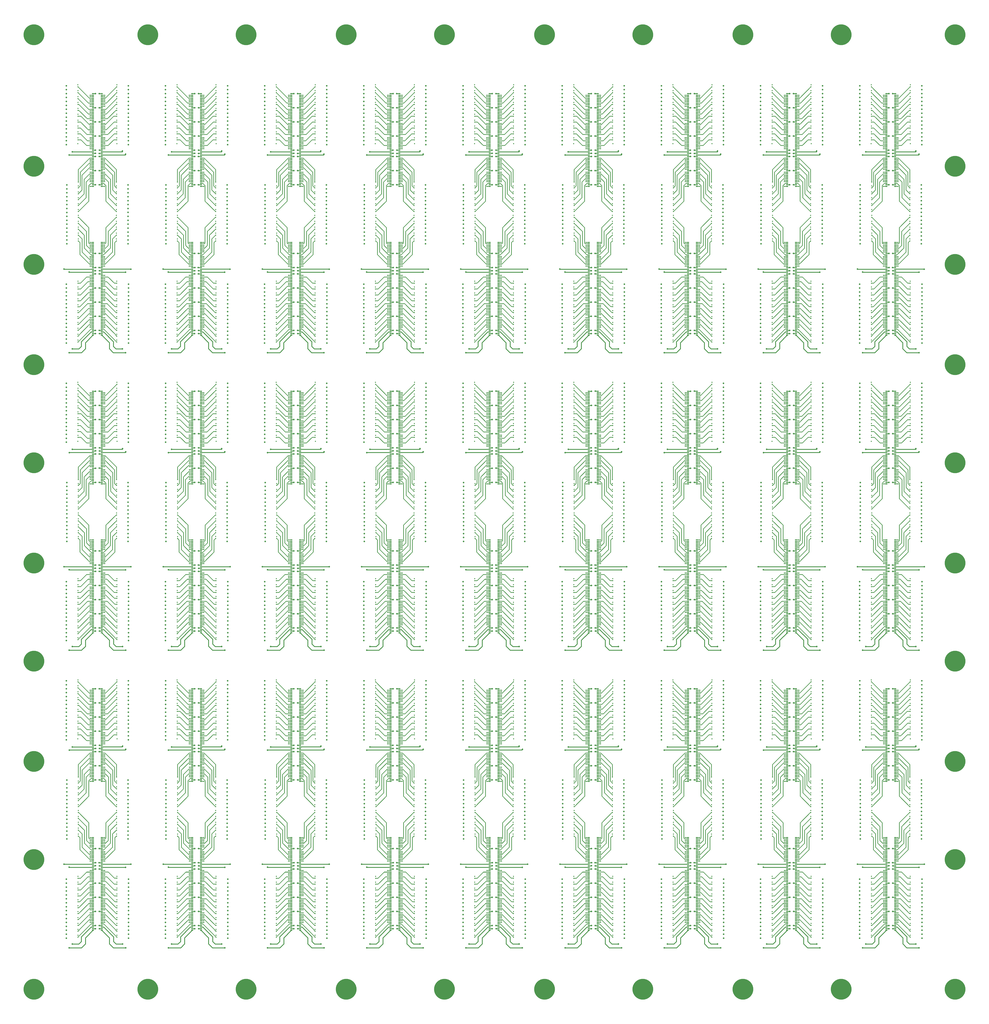
<source format=gbr>
%TF.GenerationSoftware,KiCad,Pcbnew,5.1.10-88a1d61d58~88~ubuntu18.04.1*%
%TF.CreationDate,2021-06-09T13:35:36-04:00*%
%TF.ProjectId,9x9backplane,39783962-6163-46b7-906c-616e652e6b69,C*%
%TF.SameCoordinates,Original*%
%TF.FileFunction,Copper,L4,Bot*%
%TF.FilePolarity,Positive*%
%FSLAX46Y46*%
G04 Gerber Fmt 4.6, Leading zero omitted, Abs format (unit mm)*
G04 Created by KiCad (PCBNEW 5.1.10-88a1d61d58~88~ubuntu18.04.1) date 2021-06-09 13:35:36*
%MOMM*%
%LPD*%
G01*
G04 APERTURE LIST*
%TA.AperFunction,ComponentPad*%
%ADD10C,10.600000*%
%TD*%
%TA.AperFunction,SMDPad,CuDef*%
%ADD11R,1.100000X0.500000*%
%TD*%
%TA.AperFunction,ViaPad*%
%ADD12C,0.800000*%
%TD*%
%TA.AperFunction,ViaPad*%
%ADD13C,0.558800*%
%TD*%
%TA.AperFunction,Conductor*%
%ADD14C,0.431800*%
%TD*%
%TA.AperFunction,Conductor*%
%ADD15C,0.381000*%
%TD*%
%TA.AperFunction,Conductor*%
%ADD16C,0.330200*%
%TD*%
G04 APERTURE END LIST*
D10*
%TO.P,,1*%
%TO.N,N/C*%
X476000000Y-276000000D03*
%TD*%
%TO.P,,1*%
%TO.N,N/C*%
X476000000Y-427000000D03*
%TD*%
%TO.P,,1*%
%TO.N,N/C*%
X476000000Y-7000000D03*
%TD*%
%TO.P,,1*%
%TO.N,N/C*%
X476000000Y-225000000D03*
%TD*%
%TO.P,,1*%
%TO.N,N/C*%
X476000000Y-74000000D03*
%TD*%
%TO.P,,1*%
%TO.N,N/C*%
X476000000Y-326000000D03*
%TD*%
%TO.P,,1*%
%TO.N,N/C*%
X476000000Y-377000000D03*
%TD*%
%TO.P,,1*%
%TO.N,N/C*%
X476000000Y-124000000D03*
%TD*%
%TO.P,,1*%
%TO.N,N/C*%
X476000000Y-175000000D03*
%TD*%
%TO.P,,1*%
%TO.N,N/C*%
X7000000Y-74000000D03*
%TD*%
%TO.P,,1*%
%TO.N,N/C*%
X7000000Y-225000000D03*
%TD*%
%TO.P,,1*%
%TO.N,N/C*%
X7000000Y-124000000D03*
%TD*%
%TO.P,,1*%
%TO.N,N/C*%
X7000000Y-175000000D03*
%TD*%
%TO.P,,1*%
%TO.N,N/C*%
X7000000Y-326000000D03*
%TD*%
%TO.P,,1*%
%TO.N,N/C*%
X7000000Y-276000000D03*
%TD*%
%TO.P,,1*%
%TO.N,N/C*%
X7000000Y-377000000D03*
%TD*%
%TO.P,,1*%
%TO.N,N/C*%
X7000000Y-427000000D03*
%TD*%
%TO.P,,1*%
%TO.N,N/C*%
X7000000Y-493000000D03*
%TD*%
%TO.P,,1*%
%TO.N,N/C*%
X216000000Y-493000000D03*
%TD*%
%TO.P,,1*%
%TO.N,N/C*%
X476000000Y-493000000D03*
%TD*%
%TO.P,,1*%
%TO.N,N/C*%
X418000000Y-493000000D03*
%TD*%
%TO.P,,1*%
%TO.N,N/C*%
X267000000Y-493000000D03*
%TD*%
%TO.P,,1*%
%TO.N,N/C*%
X65000000Y-493000000D03*
%TD*%
%TO.P,,1*%
%TO.N,N/C*%
X115000000Y-493000000D03*
%TD*%
%TO.P,,1*%
%TO.N,N/C*%
X317000000Y-493000000D03*
%TD*%
%TO.P,,1*%
%TO.N,N/C*%
X368000000Y-493000000D03*
%TD*%
%TO.P,,1*%
%TO.N,N/C*%
X166000000Y-493000000D03*
%TD*%
%TO.P,,1*%
%TO.N,N/C*%
X267000000Y-7000000D03*
%TD*%
%TO.P,,1*%
%TO.N,N/C*%
X418000000Y-7000000D03*
%TD*%
%TO.P,,1*%
%TO.N,N/C*%
X368000000Y-7000000D03*
%TD*%
%TO.P,,1*%
%TO.N,N/C*%
X317000000Y-7000000D03*
%TD*%
%TO.P,,1*%
%TO.N,N/C*%
X166000000Y-7000000D03*
%TD*%
%TO.P,,1*%
%TO.N,N/C*%
X216000000Y-7000000D03*
%TD*%
%TO.P,,1*%
%TO.N,N/C*%
X115000000Y-7000000D03*
%TD*%
%TO.P,,1*%
%TO.N,N/C*%
X65000000Y-7000000D03*
%TD*%
%TO.P,,1*%
%TO.N,N/C*%
X7000000Y-7000000D03*
%TD*%
D11*
%TO.P,J902,1*%
%TO.N,/SiPM_Connector(7-9)/BCH49*%
X445549680Y-415775000D03*
%TO.P,J902,2*%
%TO.N,/SiPM_Connector(7-9)/CH49*%
X441049680Y-415775000D03*
%TO.P,J902,3*%
%TO.N,/SiPM_Connector(7-9)/BCH50*%
X445549680Y-416575000D03*
%TO.P,J902,4*%
%TO.N,/SiPM_Connector(7-9)/CH50*%
X441049680Y-416575000D03*
%TO.P,J902,5*%
%TO.N,/SiPM_Connector(7-9)/BCH51*%
X445549680Y-417375000D03*
%TO.P,J902,6*%
%TO.N,/SiPM_Connector(7-9)/CH51*%
X441049680Y-417375000D03*
%TO.P,J902,7*%
%TO.N,/SiPM_Connector(7-9)/BCH52*%
X445549680Y-418175000D03*
%TO.P,J902,8*%
%TO.N,/SiPM_Connector(7-9)/CH52*%
X441049680Y-418175000D03*
%TO.P,J902,9*%
%TO.N,/SiPM_Connector(7-9)/BCH53*%
X445549680Y-418975000D03*
%TO.P,J902,10*%
%TO.N,/SiPM_Connector(7-9)/CH53*%
X441049680Y-418975000D03*
%TO.P,J902,11*%
%TO.N,/SiPM_Connector(7-9)/BCH54*%
X445549680Y-419775000D03*
%TO.P,J902,12*%
%TO.N,/SiPM_Connector(7-9)/CH54*%
X441049680Y-419775000D03*
%TO.P,J902,13*%
%TO.N,/SiPM_Connector(7-9)/BCH55*%
X445549680Y-420575000D03*
%TO.P,J902,14*%
%TO.N,/SiPM_Connector(7-9)/CH55*%
X441049680Y-420575000D03*
%TO.P,J902,15*%
%TO.N,GND*%
X445549680Y-421375000D03*
%TO.P,J902,16*%
X441049680Y-421375000D03*
%TO.P,J902,17*%
%TO.N,/SiPM_Connector(7-9)/BCH56*%
X445549680Y-422175000D03*
%TO.P,J902,18*%
%TO.N,/SiPM_Connector(7-9)/CH56*%
X441049680Y-422175000D03*
%TO.P,J902,19*%
%TO.N,/SiPM_Connector(7-9)/BCH57*%
X445549680Y-422975000D03*
%TO.P,J902,20*%
%TO.N,/SiPM_Connector(7-9)/CH57*%
X441049680Y-422975000D03*
%TO.P,J902,21*%
%TO.N,/SiPM_Connector(7-9)/BCH58*%
X445549680Y-423775000D03*
%TO.P,J902,22*%
%TO.N,/SiPM_Connector(7-9)/CH58*%
X441049680Y-423775000D03*
%TO.P,J902,23*%
%TO.N,/SiPM_Connector(7-9)/BCH59*%
X445549680Y-424575000D03*
%TO.P,J902,24*%
%TO.N,/SiPM_Connector(7-9)/CH59*%
X441049680Y-424575000D03*
%TO.P,J902,25*%
%TO.N,/SiPM_Connector(7-9)/BCH60*%
X445549680Y-425375000D03*
%TO.P,J902,26*%
%TO.N,/SiPM_Connector(7-9)/CH60*%
X441049680Y-425375000D03*
%TO.P,J902,27*%
%TO.N,/SiPM_Connector(7-9)/BCH61*%
X445549680Y-426175000D03*
%TO.P,J902,28*%
%TO.N,/SiPM_Connector(7-9)/CH61*%
X441049680Y-426175000D03*
%TO.P,J902,29*%
%TO.N,/SiPM_Connector(7-9)/BCH62*%
X445549680Y-426975000D03*
%TO.P,J902,30*%
%TO.N,/SiPM_Connector(7-9)/CH62*%
X441049680Y-426975000D03*
%TO.P,J902,31*%
%TO.N,/SiPM_Connector(7-9)/BCH63*%
X445549680Y-427775000D03*
%TO.P,J902,32*%
%TO.N,/SiPM_Connector(7-9)/CH63*%
X441049680Y-427775000D03*
%TO.P,J902,33*%
%TO.N,GND*%
X445549680Y-428575000D03*
%TO.P,J902,34*%
X441049680Y-428575000D03*
%TO.P,J902,35*%
%TO.N,/SiPM_Connector(7-9)/BIAS31*%
X445549680Y-429375000D03*
%TO.P,J902,36*%
%TO.N,/SiPM_Connector(7-9)/BIAS29*%
X441049680Y-429375000D03*
%TO.P,J902,37*%
%TO.N,/SiPM_Connector(7-9)/OUT*%
X445549680Y-430175000D03*
%TO.P,J902,38*%
%TO.N,/SiPM_Connector(7-9)/VDD*%
X441049680Y-430175000D03*
%TO.P,J902,39*%
%TO.N,/SiPM_Connector(7-9)/BIAS32*%
X445549680Y-430975000D03*
%TO.P,J902,40*%
%TO.N,/SiPM_Connector(7-9)/BIAS30*%
X441049680Y-430975000D03*
%TO.P,J902,41*%
%TO.N,GND*%
X445549680Y-431775000D03*
%TO.P,J902,42*%
X441049680Y-431775000D03*
%TO.P,J902,43*%
%TO.N,/SiPM_Connector(7-9)/BCH64*%
X445549680Y-432575000D03*
%TO.P,J902,44*%
%TO.N,/SiPM_Connector(7-9)/CH64*%
X441049680Y-432575000D03*
%TO.P,J902,45*%
%TO.N,/SiPM_Connector(7-9)/BCH65*%
X445549680Y-433375000D03*
%TO.P,J902,46*%
%TO.N,/SiPM_Connector(7-9)/CH65*%
X441049680Y-433375000D03*
%TO.P,J902,47*%
%TO.N,/SiPM_Connector(7-9)/BCH66*%
X445549680Y-434175000D03*
%TO.P,J902,48*%
%TO.N,/SiPM_Connector(7-9)/CH66*%
X441049680Y-434175000D03*
%TO.P,J902,49*%
%TO.N,/SiPM_Connector(7-9)/BCH67*%
X445549680Y-434975000D03*
%TO.P,J902,50*%
%TO.N,/SiPM_Connector(7-9)/CH67*%
X441049680Y-434975000D03*
%TO.P,J902,51*%
%TO.N,/SiPM_Connector(7-9)/BCH68*%
X445549680Y-435775000D03*
%TO.P,J902,52*%
%TO.N,/SiPM_Connector(7-9)/CH68*%
X441049680Y-435775000D03*
%TO.P,J902,53*%
%TO.N,/SiPM_Connector(7-9)/BCH69*%
X445549680Y-436575000D03*
%TO.P,J902,54*%
%TO.N,/SiPM_Connector(7-9)/CH69*%
X441049680Y-436575000D03*
%TO.P,J902,55*%
%TO.N,/SiPM_Connector(7-9)/BCH70*%
X445549680Y-437375000D03*
%TO.P,J902,56*%
%TO.N,/SiPM_Connector(7-9)/CH70*%
X441049680Y-437375000D03*
%TO.P,J902,57*%
%TO.N,/SiPM_Connector(7-9)/BCH71*%
X445549680Y-438175000D03*
%TO.P,J902,58*%
%TO.N,/SiPM_Connector(7-9)/CH71*%
X441049680Y-438175000D03*
%TO.P,J902,59*%
%TO.N,GND*%
X445549680Y-438975000D03*
%TO.P,J902,60*%
X441049680Y-438975000D03*
%TO.P,J902,61*%
%TO.N,/SiPM_Connector(7-9)/BCH72*%
X445549680Y-439775000D03*
%TO.P,J902,62*%
%TO.N,/SiPM_Connector(7-9)/CH72*%
X441049680Y-439775000D03*
%TO.P,J902,63*%
%TO.N,/SiPM_Connector(7-9)/BCH73*%
X445549680Y-440575000D03*
%TO.P,J902,64*%
%TO.N,/SiPM_Connector(7-9)/CH73*%
X441049680Y-440575000D03*
%TO.P,J902,65*%
%TO.N,/SiPM_Connector(7-9)/BCH74*%
X445549680Y-441375000D03*
%TO.P,J902,66*%
%TO.N,/SiPM_Connector(7-9)/CH74*%
X441049680Y-441375000D03*
%TO.P,J902,67*%
%TO.N,/SiPM_Connector(7-9)/BCH75*%
X445549680Y-442175000D03*
%TO.P,J902,68*%
%TO.N,/SiPM_Connector(7-9)/CH75*%
X441049680Y-442175000D03*
%TO.P,J902,69*%
%TO.N,/SiPM_Connector(7-9)/BCH76*%
X445549680Y-442975000D03*
%TO.P,J902,70*%
%TO.N,/SiPM_Connector(7-9)/CH76*%
X441049680Y-442975000D03*
%TO.P,J902,71*%
%TO.N,/SiPM_Connector(7-9)/BCH77*%
X445549680Y-443775000D03*
%TO.P,J902,72*%
%TO.N,/SiPM_Connector(7-9)/CH77*%
X441049680Y-443775000D03*
%TO.P,J902,73*%
%TO.N,/SiPM_Connector(7-9)/BCH78*%
X445549680Y-444575000D03*
%TO.P,J902,74*%
%TO.N,/SiPM_Connector(7-9)/CH78*%
X441049680Y-444575000D03*
%TO.P,J902,75*%
%TO.N,/SiPM_Connector(7-9)/BCH79*%
X445549680Y-445375000D03*
%TO.P,J902,76*%
%TO.N,/SiPM_Connector(7-9)/CH79*%
X441049680Y-445375000D03*
%TO.P,J902,77*%
%TO.N,GND*%
X445549680Y-446175000D03*
%TO.P,J902,78*%
X441049680Y-446175000D03*
%TO.P,J902,79*%
%TO.N,/SiPM_Connector(7-9)/BCH80*%
X445549680Y-446975000D03*
%TO.P,J902,80*%
%TO.N,/SiPM_Connector(7-9)/CH80*%
X441049680Y-446975000D03*
%TO.P,J902,81*%
%TO.N,/SiPM_Connector(7-9)/BCH81*%
X445549680Y-447775000D03*
%TO.P,J902,82*%
%TO.N,/SiPM_Connector(7-9)/CH81*%
X441049680Y-447775000D03*
%TO.P,J902,83*%
%TO.N,/SiPM_Connector(7-9)/BCH82*%
X445549680Y-448575000D03*
%TO.P,J902,84*%
%TO.N,/SiPM_Connector(7-9)/CH82*%
X441049680Y-448575000D03*
%TO.P,J902,85*%
%TO.N,/SiPM_Connector(7-9)/BCH83*%
X445549680Y-449375000D03*
%TO.P,J902,86*%
%TO.N,/SiPM_Connector(7-9)/CH83*%
X441049680Y-449375000D03*
%TO.P,J902,87*%
%TO.N,/SiPM_Connector(7-9)/BCH84*%
X445549680Y-450175000D03*
%TO.P,J902,88*%
%TO.N,/SiPM_Connector(7-9)/CH84*%
X441049680Y-450175000D03*
%TO.P,J902,89*%
%TO.N,/SiPM_Connector(7-9)/BCH85*%
X445549680Y-450975000D03*
%TO.P,J902,90*%
%TO.N,/SiPM_Connector(7-9)/CH85*%
X441049680Y-450975000D03*
%TO.P,J902,91*%
%TO.N,/SiPM_Connector(7-9)/BCH86*%
X445549680Y-451775000D03*
%TO.P,J902,92*%
%TO.N,/SiPM_Connector(7-9)/CH86*%
X441049680Y-451775000D03*
%TO.P,J902,93*%
%TO.N,/SiPM_Connector(7-9)/BCH87*%
X445549680Y-452575000D03*
%TO.P,J902,94*%
%TO.N,/SiPM_Connector(7-9)/CH87*%
X441049680Y-452575000D03*
%TO.P,J902,95*%
%TO.N,GND*%
X445549680Y-453375000D03*
%TO.P,J902,96*%
X441049680Y-453375000D03*
%TO.P,J902,97*%
%TO.N,/SiPM_Connector(7-9)/BCH88*%
X445549680Y-454175000D03*
%TO.P,J902,98*%
%TO.N,/SiPM_Connector(7-9)/CH88*%
X441049680Y-454175000D03*
%TO.P,J902,99*%
%TO.N,/SiPM_Connector(7-9)/BCH89*%
X445549680Y-454975000D03*
%TO.P,J902,100*%
%TO.N,/SiPM_Connector(7-9)/CH89*%
X441049680Y-454975000D03*
%TO.P,J902,101*%
%TO.N,/SiPM_Connector(7-9)/BCH90*%
X445549680Y-455775000D03*
%TO.P,J902,102*%
%TO.N,/SiPM_Connector(7-9)/CH90*%
X441049680Y-455775000D03*
%TO.P,J902,103*%
%TO.N,/SiPM_Connector(7-9)/BCH91*%
X445549680Y-456575000D03*
%TO.P,J902,104*%
%TO.N,/SiPM_Connector(7-9)/CH91*%
X441049680Y-456575000D03*
%TO.P,J902,105*%
%TO.N,/SiPM_Connector(7-9)/BCH92*%
X445549680Y-457375000D03*
%TO.P,J902,106*%
%TO.N,/SiPM_Connector(7-9)/CH92*%
X441049680Y-457375000D03*
%TO.P,J902,107*%
%TO.N,/SiPM_Connector(7-9)/BCH93*%
X445549680Y-458175000D03*
%TO.P,J902,108*%
%TO.N,/SiPM_Connector(7-9)/CH93*%
X441049680Y-458175000D03*
%TO.P,J902,109*%
%TO.N,/SiPM_Connector(7-9)/BCH94*%
X445549680Y-458975000D03*
%TO.P,J902,110*%
%TO.N,/SiPM_Connector(7-9)/CH94*%
X441049680Y-458975000D03*
%TO.P,J902,111*%
%TO.N,/SiPM_Connector(7-9)/BCH95*%
X445549680Y-459775000D03*
%TO.P,J902,112*%
%TO.N,/SiPM_Connector(7-9)/CH95*%
X441049680Y-459775000D03*
%TO.P,J902,113*%
%TO.N,GND*%
X445549680Y-460575000D03*
%TO.P,J902,114*%
X441049680Y-460575000D03*
%TO.P,J902,115*%
%TO.N,/SiPM_Connector(7-9)/BIAS35*%
X445549680Y-461375000D03*
%TO.P,J902,116*%
%TO.N,/SiPM_Connector(7-9)/BIAS33*%
X441049680Y-461375000D03*
%TO.P,J902,117*%
%TO.N,/SiPM_Connector(7-9)/OUT*%
X445549680Y-462175000D03*
%TO.P,J902,118*%
%TO.N,/SiPM_Connector(7-9)/VDD*%
X441049680Y-462175000D03*
%TO.P,J902,119*%
%TO.N,/SiPM_Connector(7-9)/BIAS36*%
X445549680Y-462975000D03*
%TO.P,J902,120*%
%TO.N,/SiPM_Connector(7-9)/BIAS34*%
X441049680Y-462975000D03*
%TD*%
%TO.P,J702,120*%
%TO.N,/SiPM_Connector(7-9)/CH48*%
X441049680Y-387225000D03*
%TO.P,J702,119*%
%TO.N,/SiPM_Connector(7-9)/BCH48*%
X445549680Y-387225000D03*
%TO.P,J702,118*%
%TO.N,GND*%
X441049680Y-386425000D03*
%TO.P,J702,117*%
X445549680Y-386425000D03*
%TO.P,J702,116*%
%TO.N,/SiPM_Connector(7-9)/CH47*%
X441049680Y-385625000D03*
%TO.P,J702,115*%
%TO.N,/SiPM_Connector(7-9)/BCH47*%
X445549680Y-385625000D03*
%TO.P,J702,114*%
%TO.N,/SiPM_Connector(7-9)/CH46*%
X441049680Y-384825000D03*
%TO.P,J702,113*%
%TO.N,/SiPM_Connector(7-9)/BCH46*%
X445549680Y-384825000D03*
%TO.P,J702,112*%
%TO.N,/SiPM_Connector(7-9)/CH45*%
X441049680Y-384025000D03*
%TO.P,J702,111*%
%TO.N,/SiPM_Connector(7-9)/BCH45*%
X445549680Y-384025000D03*
%TO.P,J702,110*%
%TO.N,/SiPM_Connector(7-9)/CH44*%
X441049680Y-383225000D03*
%TO.P,J702,109*%
%TO.N,/SiPM_Connector(7-9)/BCH44*%
X445549680Y-383225000D03*
%TO.P,J702,108*%
%TO.N,/SiPM_Connector(7-9)/CH43*%
X441049680Y-382425000D03*
%TO.P,J702,107*%
%TO.N,/SiPM_Connector(7-9)/BCH43*%
X445549680Y-382425000D03*
%TO.P,J702,106*%
%TO.N,/SiPM_Connector(7-9)/CH42*%
X441049680Y-381625000D03*
%TO.P,J702,105*%
%TO.N,/SiPM_Connector(7-9)/BCH42*%
X445549680Y-381625000D03*
%TO.P,J702,104*%
%TO.N,/SiPM_Connector(7-9)/CH41*%
X441049680Y-380825000D03*
%TO.P,J702,103*%
%TO.N,/SiPM_Connector(7-9)/BCH41*%
X445549680Y-380825000D03*
%TO.P,J702,102*%
%TO.N,/SiPM_Connector(7-9)/CH40*%
X441049680Y-380025000D03*
%TO.P,J702,101*%
%TO.N,/SiPM_Connector(7-9)/BCH40*%
X445549680Y-380025000D03*
%TO.P,J702,100*%
%TO.N,GND*%
X441049680Y-379225000D03*
%TO.P,J702,99*%
X445549680Y-379225000D03*
%TO.P,J702,98*%
%TO.N,/SiPM_Connector(7-9)/CH39*%
X441049680Y-378425000D03*
%TO.P,J702,97*%
%TO.N,/SiPM_Connector(7-9)/BCH39*%
X445549680Y-378425000D03*
%TO.P,J702,96*%
%TO.N,/SiPM_Connector(7-9)/CH38*%
X441049680Y-377625000D03*
%TO.P,J702,95*%
%TO.N,/SiPM_Connector(7-9)/BCH38*%
X445549680Y-377625000D03*
%TO.P,J702,94*%
%TO.N,/SiPM_Connector(7-9)/CH37*%
X441049680Y-376825000D03*
%TO.P,J702,93*%
%TO.N,/SiPM_Connector(7-9)/BCH37*%
X445549680Y-376825000D03*
%TO.P,J702,92*%
%TO.N,/SiPM_Connector(7-9)/CH36*%
X441049680Y-376025000D03*
%TO.P,J702,91*%
%TO.N,/SiPM_Connector(7-9)/BCH36*%
X445549680Y-376025000D03*
%TO.P,J702,90*%
%TO.N,/SiPM_Connector(7-9)/CH35*%
X441049680Y-375225000D03*
%TO.P,J702,89*%
%TO.N,/SiPM_Connector(7-9)/BCH35*%
X445549680Y-375225000D03*
%TO.P,J702,88*%
%TO.N,/SiPM_Connector(7-9)/CH34*%
X441049680Y-374425000D03*
%TO.P,J702,87*%
%TO.N,/SiPM_Connector(7-9)/BCH34*%
X445549680Y-374425000D03*
%TO.P,J702,86*%
%TO.N,/SiPM_Connector(7-9)/CH33*%
X441049680Y-373625000D03*
%TO.P,J702,85*%
%TO.N,/SiPM_Connector(7-9)/BCH33*%
X445549680Y-373625000D03*
%TO.P,J702,84*%
%TO.N,/SiPM_Connector(7-9)/CH32*%
X441049680Y-372825000D03*
%TO.P,J702,83*%
%TO.N,/SiPM_Connector(7-9)/BCH32*%
X445549680Y-372825000D03*
%TO.P,J702,82*%
%TO.N,GND*%
X441049680Y-372025000D03*
%TO.P,J702,81*%
X445549680Y-372025000D03*
%TO.P,J702,80*%
%TO.N,/SiPM_Connector(7-9)/BIAS26*%
X441049680Y-371225000D03*
%TO.P,J702,79*%
%TO.N,/SiPM_Connector(7-9)/BIAS28*%
X445549680Y-371225000D03*
%TO.P,J702,78*%
%TO.N,/SiPM_Connector(7-9)/VDD*%
X441049680Y-370425000D03*
%TO.P,J702,77*%
%TO.N,/SiPM_Connector(7-9)/OUT*%
X445549680Y-370425000D03*
%TO.P,J702,76*%
%TO.N,/SiPM_Connector(7-9)/BIAS25*%
X441049680Y-369625000D03*
%TO.P,J702,75*%
%TO.N,/SiPM_Connector(7-9)/BIAS27*%
X445549680Y-369625000D03*
%TO.P,J702,74*%
%TO.N,GND*%
X441049680Y-368825000D03*
%TO.P,J702,73*%
X445549680Y-368825000D03*
%TO.P,J702,72*%
%TO.N,/SiPM_Connector(7-9)/CH31*%
X441049680Y-368025000D03*
%TO.P,J702,71*%
%TO.N,/SiPM_Connector(7-9)/BCH31*%
X445549680Y-368025000D03*
%TO.P,J702,70*%
%TO.N,/SiPM_Connector(7-9)/CH30*%
X441049680Y-367225000D03*
%TO.P,J702,69*%
%TO.N,/SiPM_Connector(7-9)/BCH30*%
X445549680Y-367225000D03*
%TO.P,J702,68*%
%TO.N,/SiPM_Connector(7-9)/CH29*%
X441049680Y-366425000D03*
%TO.P,J702,67*%
%TO.N,/SiPM_Connector(7-9)/BCH29*%
X445549680Y-366425000D03*
%TO.P,J702,66*%
%TO.N,/SiPM_Connector(7-9)/CH28*%
X441049680Y-365625000D03*
%TO.P,J702,65*%
%TO.N,/SiPM_Connector(7-9)/BCH28*%
X445549680Y-365625000D03*
%TO.P,J702,64*%
%TO.N,/SiPM_Connector(7-9)/CH27*%
X441049680Y-364825000D03*
%TO.P,J702,63*%
%TO.N,/SiPM_Connector(7-9)/BCH27*%
X445549680Y-364825000D03*
%TO.P,J702,62*%
%TO.N,/SiPM_Connector(7-9)/CH26*%
X441049680Y-364025000D03*
%TO.P,J702,61*%
%TO.N,/SiPM_Connector(7-9)/BCH26*%
X445549680Y-364025000D03*
%TO.P,J702,60*%
%TO.N,/SiPM_Connector(7-9)/CH25*%
X441049680Y-363225000D03*
%TO.P,J702,59*%
%TO.N,/SiPM_Connector(7-9)/BCH25*%
X445549680Y-363225000D03*
%TO.P,J702,58*%
%TO.N,/SiPM_Connector(7-9)/CH24*%
X441049680Y-362425000D03*
%TO.P,J702,57*%
%TO.N,/SiPM_Connector(7-9)/BCH24*%
X445549680Y-362425000D03*
%TO.P,J702,56*%
%TO.N,GND*%
X441049680Y-361625000D03*
%TO.P,J702,55*%
X445549680Y-361625000D03*
%TO.P,J702,54*%
%TO.N,/SiPM_Connector(7-9)/CH23*%
X441049680Y-360825000D03*
%TO.P,J702,53*%
%TO.N,/SiPM_Connector(7-9)/BCH23*%
X445549680Y-360825000D03*
%TO.P,J702,52*%
%TO.N,/SiPM_Connector(7-9)/CH22*%
X441049680Y-360025000D03*
%TO.P,J702,51*%
%TO.N,/SiPM_Connector(7-9)/BCH22*%
X445549680Y-360025000D03*
%TO.P,J702,50*%
%TO.N,/SiPM_Connector(7-9)/CH21*%
X441049680Y-359225000D03*
%TO.P,J702,49*%
%TO.N,/SiPM_Connector(7-9)/BCH21*%
X445549680Y-359225000D03*
%TO.P,J702,48*%
%TO.N,/SiPM_Connector(7-9)/CH20*%
X441049680Y-358425000D03*
%TO.P,J702,47*%
%TO.N,/SiPM_Connector(7-9)/BCH20*%
X445549680Y-358425000D03*
%TO.P,J702,46*%
%TO.N,/SiPM_Connector(7-9)/CH19*%
X441049680Y-357625000D03*
%TO.P,J702,45*%
%TO.N,/SiPM_Connector(7-9)/BCH19*%
X445549680Y-357625000D03*
%TO.P,J702,44*%
%TO.N,/SiPM_Connector(7-9)/CH18*%
X441049680Y-356825000D03*
%TO.P,J702,43*%
%TO.N,/SiPM_Connector(7-9)/BCH18*%
X445549680Y-356825000D03*
%TO.P,J702,42*%
%TO.N,/SiPM_Connector(7-9)/CH17*%
X441049680Y-356025000D03*
%TO.P,J702,41*%
%TO.N,/SiPM_Connector(7-9)/BCH17*%
X445549680Y-356025000D03*
%TO.P,J702,40*%
%TO.N,/SiPM_Connector(7-9)/CH16*%
X441049680Y-355225000D03*
%TO.P,J702,39*%
%TO.N,/SiPM_Connector(7-9)/BCH16*%
X445549680Y-355225000D03*
%TO.P,J702,38*%
%TO.N,GND*%
X441049680Y-354425000D03*
%TO.P,J702,37*%
X445549680Y-354425000D03*
%TO.P,J702,36*%
%TO.N,/SiPM_Connector(7-9)/CH15*%
X441049680Y-353625000D03*
%TO.P,J702,35*%
%TO.N,/SiPM_Connector(7-9)/BCH15*%
X445549680Y-353625000D03*
%TO.P,J702,34*%
%TO.N,/SiPM_Connector(7-9)/CH14*%
X441049680Y-352825000D03*
%TO.P,J702,33*%
%TO.N,/SiPM_Connector(7-9)/BCH14*%
X445549680Y-352825000D03*
%TO.P,J702,32*%
%TO.N,/SiPM_Connector(7-9)/CH13*%
X441049680Y-352025000D03*
%TO.P,J702,31*%
%TO.N,/SiPM_Connector(7-9)/BCH13*%
X445549680Y-352025000D03*
%TO.P,J702,30*%
%TO.N,/SiPM_Connector(7-9)/CH12*%
X441049680Y-351225000D03*
%TO.P,J702,29*%
%TO.N,/SiPM_Connector(7-9)/BCH12*%
X445549680Y-351225000D03*
%TO.P,J702,28*%
%TO.N,/SiPM_Connector(7-9)/CH11*%
X441049680Y-350425000D03*
%TO.P,J702,27*%
%TO.N,/SiPM_Connector(7-9)/BCH11*%
X445549680Y-350425000D03*
%TO.P,J702,26*%
%TO.N,/SiPM_Connector(7-9)/CH10*%
X441049680Y-349625000D03*
%TO.P,J702,25*%
%TO.N,/SiPM_Connector(7-9)/BCH10*%
X445549680Y-349625000D03*
%TO.P,J702,24*%
%TO.N,/SiPM_Connector(7-9)/CH9*%
X441049680Y-348825000D03*
%TO.P,J702,23*%
%TO.N,/SiPM_Connector(7-9)/BCH9*%
X445549680Y-348825000D03*
%TO.P,J702,22*%
%TO.N,/SiPM_Connector(7-9)/CH8*%
X441049680Y-348025000D03*
%TO.P,J702,21*%
%TO.N,/SiPM_Connector(7-9)/BCH8*%
X445549680Y-348025000D03*
%TO.P,J702,20*%
%TO.N,GND*%
X441049680Y-347225000D03*
%TO.P,J702,19*%
X445549680Y-347225000D03*
%TO.P,J702,18*%
%TO.N,/SiPM_Connector(7-9)/CH7*%
X441049680Y-346425000D03*
%TO.P,J702,17*%
%TO.N,/SiPM_Connector(7-9)/BCH7*%
X445549680Y-346425000D03*
%TO.P,J702,16*%
%TO.N,/SiPM_Connector(7-9)/CH6*%
X441049680Y-345625000D03*
%TO.P,J702,15*%
%TO.N,/SiPM_Connector(7-9)/BCH6*%
X445549680Y-345625000D03*
%TO.P,J702,14*%
%TO.N,/SiPM_Connector(7-9)/CH5*%
X441049680Y-344825000D03*
%TO.P,J702,13*%
%TO.N,/SiPM_Connector(7-9)/BCH5*%
X445549680Y-344825000D03*
%TO.P,J702,12*%
%TO.N,/SiPM_Connector(7-9)/CH4*%
X441049680Y-344025000D03*
%TO.P,J702,11*%
%TO.N,/SiPM_Connector(7-9)/BCH4*%
X445549680Y-344025000D03*
%TO.P,J702,10*%
%TO.N,/SiPM_Connector(7-9)/CH3*%
X441049680Y-343225000D03*
%TO.P,J702,9*%
%TO.N,/SiPM_Connector(7-9)/BCH3*%
X445549680Y-343225000D03*
%TO.P,J702,8*%
%TO.N,/SiPM_Connector(7-9)/CH2*%
X441049680Y-342425000D03*
%TO.P,J702,7*%
%TO.N,/SiPM_Connector(7-9)/BCH2*%
X445549680Y-342425000D03*
%TO.P,J702,6*%
%TO.N,/SiPM_Connector(7-9)/CH1*%
X441049680Y-341625000D03*
%TO.P,J702,5*%
%TO.N,/SiPM_Connector(7-9)/BCH1*%
X445549680Y-341625000D03*
%TO.P,J702,4*%
%TO.N,/SiPM_Connector(7-9)/CH0*%
X441049680Y-340825000D03*
%TO.P,J702,3*%
%TO.N,/SiPM_Connector(7-9)/BCH0*%
X445549680Y-340825000D03*
%TO.P,J702,2*%
%TO.N,GND*%
X441049680Y-340025000D03*
%TO.P,J702,1*%
X445549680Y-340025000D03*
%TD*%
%TO.P,J602,1*%
%TO.N,/SiPM_Connector(4-6)/BCH49*%
X445549680Y-264275000D03*
%TO.P,J602,2*%
%TO.N,/SiPM_Connector(4-6)/CH49*%
X441049680Y-264275000D03*
%TO.P,J602,3*%
%TO.N,/SiPM_Connector(4-6)/BCH50*%
X445549680Y-265075000D03*
%TO.P,J602,4*%
%TO.N,/SiPM_Connector(4-6)/CH50*%
X441049680Y-265075000D03*
%TO.P,J602,5*%
%TO.N,/SiPM_Connector(4-6)/BCH51*%
X445549680Y-265875000D03*
%TO.P,J602,6*%
%TO.N,/SiPM_Connector(4-6)/CH51*%
X441049680Y-265875000D03*
%TO.P,J602,7*%
%TO.N,/SiPM_Connector(4-6)/BCH52*%
X445549680Y-266675000D03*
%TO.P,J602,8*%
%TO.N,/SiPM_Connector(4-6)/CH52*%
X441049680Y-266675000D03*
%TO.P,J602,9*%
%TO.N,/SiPM_Connector(4-6)/BCH53*%
X445549680Y-267475000D03*
%TO.P,J602,10*%
%TO.N,/SiPM_Connector(4-6)/CH53*%
X441049680Y-267475000D03*
%TO.P,J602,11*%
%TO.N,/SiPM_Connector(4-6)/BCH54*%
X445549680Y-268275000D03*
%TO.P,J602,12*%
%TO.N,/SiPM_Connector(4-6)/CH54*%
X441049680Y-268275000D03*
%TO.P,J602,13*%
%TO.N,/SiPM_Connector(4-6)/BCH55*%
X445549680Y-269075000D03*
%TO.P,J602,14*%
%TO.N,/SiPM_Connector(4-6)/CH55*%
X441049680Y-269075000D03*
%TO.P,J602,15*%
%TO.N,GND*%
X445549680Y-269875000D03*
%TO.P,J602,16*%
X441049680Y-269875000D03*
%TO.P,J602,17*%
%TO.N,/SiPM_Connector(4-6)/BCH56*%
X445549680Y-270675000D03*
%TO.P,J602,18*%
%TO.N,/SiPM_Connector(4-6)/CH56*%
X441049680Y-270675000D03*
%TO.P,J602,19*%
%TO.N,/SiPM_Connector(4-6)/BCH57*%
X445549680Y-271475000D03*
%TO.P,J602,20*%
%TO.N,/SiPM_Connector(4-6)/CH57*%
X441049680Y-271475000D03*
%TO.P,J602,21*%
%TO.N,/SiPM_Connector(4-6)/BCH58*%
X445549680Y-272275000D03*
%TO.P,J602,22*%
%TO.N,/SiPM_Connector(4-6)/CH58*%
X441049680Y-272275000D03*
%TO.P,J602,23*%
%TO.N,/SiPM_Connector(4-6)/BCH59*%
X445549680Y-273075000D03*
%TO.P,J602,24*%
%TO.N,/SiPM_Connector(4-6)/CH59*%
X441049680Y-273075000D03*
%TO.P,J602,25*%
%TO.N,/SiPM_Connector(4-6)/BCH60*%
X445549680Y-273875000D03*
%TO.P,J602,26*%
%TO.N,/SiPM_Connector(4-6)/CH60*%
X441049680Y-273875000D03*
%TO.P,J602,27*%
%TO.N,/SiPM_Connector(4-6)/BCH61*%
X445549680Y-274675000D03*
%TO.P,J602,28*%
%TO.N,/SiPM_Connector(4-6)/CH61*%
X441049680Y-274675000D03*
%TO.P,J602,29*%
%TO.N,/SiPM_Connector(4-6)/BCH62*%
X445549680Y-275475000D03*
%TO.P,J602,30*%
%TO.N,/SiPM_Connector(4-6)/CH62*%
X441049680Y-275475000D03*
%TO.P,J602,31*%
%TO.N,/SiPM_Connector(4-6)/BCH63*%
X445549680Y-276275000D03*
%TO.P,J602,32*%
%TO.N,/SiPM_Connector(4-6)/CH63*%
X441049680Y-276275000D03*
%TO.P,J602,33*%
%TO.N,GND*%
X445549680Y-277075000D03*
%TO.P,J602,34*%
X441049680Y-277075000D03*
%TO.P,J602,35*%
%TO.N,/SiPM_Connector(4-6)/BIAS19*%
X445549680Y-277875000D03*
%TO.P,J602,36*%
%TO.N,/SiPM_Connector(4-6)/BIAS17*%
X441049680Y-277875000D03*
%TO.P,J602,37*%
%TO.N,/SiPM_Connector(4-6)/OUT*%
X445549680Y-278675000D03*
%TO.P,J602,38*%
%TO.N,/SiPM_Connector(4-6)/VDD*%
X441049680Y-278675000D03*
%TO.P,J602,39*%
%TO.N,/SiPM_Connector(4-6)/BIAS20*%
X445549680Y-279475000D03*
%TO.P,J602,40*%
%TO.N,/SiPM_Connector(4-6)/BIAS18*%
X441049680Y-279475000D03*
%TO.P,J602,41*%
%TO.N,GND*%
X445549680Y-280275000D03*
%TO.P,J602,42*%
X441049680Y-280275000D03*
%TO.P,J602,43*%
%TO.N,/SiPM_Connector(4-6)/BCH64*%
X445549680Y-281075000D03*
%TO.P,J602,44*%
%TO.N,/SiPM_Connector(4-6)/CH64*%
X441049680Y-281075000D03*
%TO.P,J602,45*%
%TO.N,/SiPM_Connector(4-6)/BCH65*%
X445549680Y-281875000D03*
%TO.P,J602,46*%
%TO.N,/SiPM_Connector(4-6)/CH65*%
X441049680Y-281875000D03*
%TO.P,J602,47*%
%TO.N,/SiPM_Connector(4-6)/BCH66*%
X445549680Y-282675000D03*
%TO.P,J602,48*%
%TO.N,/SiPM_Connector(4-6)/CH66*%
X441049680Y-282675000D03*
%TO.P,J602,49*%
%TO.N,/SiPM_Connector(4-6)/BCH67*%
X445549680Y-283475000D03*
%TO.P,J602,50*%
%TO.N,/SiPM_Connector(4-6)/CH67*%
X441049680Y-283475000D03*
%TO.P,J602,51*%
%TO.N,/SiPM_Connector(4-6)/BCH68*%
X445549680Y-284275000D03*
%TO.P,J602,52*%
%TO.N,/SiPM_Connector(4-6)/CH68*%
X441049680Y-284275000D03*
%TO.P,J602,53*%
%TO.N,/SiPM_Connector(4-6)/BCH69*%
X445549680Y-285075000D03*
%TO.P,J602,54*%
%TO.N,/SiPM_Connector(4-6)/CH69*%
X441049680Y-285075000D03*
%TO.P,J602,55*%
%TO.N,/SiPM_Connector(4-6)/BCH70*%
X445549680Y-285875000D03*
%TO.P,J602,56*%
%TO.N,/SiPM_Connector(4-6)/CH70*%
X441049680Y-285875000D03*
%TO.P,J602,57*%
%TO.N,/SiPM_Connector(4-6)/BCH71*%
X445549680Y-286675000D03*
%TO.P,J602,58*%
%TO.N,/SiPM_Connector(4-6)/CH71*%
X441049680Y-286675000D03*
%TO.P,J602,59*%
%TO.N,GND*%
X445549680Y-287475000D03*
%TO.P,J602,60*%
X441049680Y-287475000D03*
%TO.P,J602,61*%
%TO.N,/SiPM_Connector(4-6)/BCH72*%
X445549680Y-288275000D03*
%TO.P,J602,62*%
%TO.N,/SiPM_Connector(4-6)/CH72*%
X441049680Y-288275000D03*
%TO.P,J602,63*%
%TO.N,/SiPM_Connector(4-6)/BCH73*%
X445549680Y-289075000D03*
%TO.P,J602,64*%
%TO.N,/SiPM_Connector(4-6)/CH73*%
X441049680Y-289075000D03*
%TO.P,J602,65*%
%TO.N,/SiPM_Connector(4-6)/BCH74*%
X445549680Y-289875000D03*
%TO.P,J602,66*%
%TO.N,/SiPM_Connector(4-6)/CH74*%
X441049680Y-289875000D03*
%TO.P,J602,67*%
%TO.N,/SiPM_Connector(4-6)/BCH75*%
X445549680Y-290675000D03*
%TO.P,J602,68*%
%TO.N,/SiPM_Connector(4-6)/CH75*%
X441049680Y-290675000D03*
%TO.P,J602,69*%
%TO.N,/SiPM_Connector(4-6)/BCH76*%
X445549680Y-291475000D03*
%TO.P,J602,70*%
%TO.N,/SiPM_Connector(4-6)/CH76*%
X441049680Y-291475000D03*
%TO.P,J602,71*%
%TO.N,/SiPM_Connector(4-6)/BCH77*%
X445549680Y-292275000D03*
%TO.P,J602,72*%
%TO.N,/SiPM_Connector(4-6)/CH77*%
X441049680Y-292275000D03*
%TO.P,J602,73*%
%TO.N,/SiPM_Connector(4-6)/BCH78*%
X445549680Y-293075000D03*
%TO.P,J602,74*%
%TO.N,/SiPM_Connector(4-6)/CH78*%
X441049680Y-293075000D03*
%TO.P,J602,75*%
%TO.N,/SiPM_Connector(4-6)/BCH79*%
X445549680Y-293875000D03*
%TO.P,J602,76*%
%TO.N,/SiPM_Connector(4-6)/CH79*%
X441049680Y-293875000D03*
%TO.P,J602,77*%
%TO.N,GND*%
X445549680Y-294675000D03*
%TO.P,J602,78*%
X441049680Y-294675000D03*
%TO.P,J602,79*%
%TO.N,/SiPM_Connector(4-6)/BCH80*%
X445549680Y-295475000D03*
%TO.P,J602,80*%
%TO.N,/SiPM_Connector(4-6)/CH80*%
X441049680Y-295475000D03*
%TO.P,J602,81*%
%TO.N,/SiPM_Connector(4-6)/BCH81*%
X445549680Y-296275000D03*
%TO.P,J602,82*%
%TO.N,/SiPM_Connector(4-6)/CH81*%
X441049680Y-296275000D03*
%TO.P,J602,83*%
%TO.N,/SiPM_Connector(4-6)/BCH82*%
X445549680Y-297075000D03*
%TO.P,J602,84*%
%TO.N,/SiPM_Connector(4-6)/CH82*%
X441049680Y-297075000D03*
%TO.P,J602,85*%
%TO.N,/SiPM_Connector(4-6)/BCH83*%
X445549680Y-297875000D03*
%TO.P,J602,86*%
%TO.N,/SiPM_Connector(4-6)/CH83*%
X441049680Y-297875000D03*
%TO.P,J602,87*%
%TO.N,/SiPM_Connector(4-6)/BCH84*%
X445549680Y-298675000D03*
%TO.P,J602,88*%
%TO.N,/SiPM_Connector(4-6)/CH84*%
X441049680Y-298675000D03*
%TO.P,J602,89*%
%TO.N,/SiPM_Connector(4-6)/BCH85*%
X445549680Y-299475000D03*
%TO.P,J602,90*%
%TO.N,/SiPM_Connector(4-6)/CH85*%
X441049680Y-299475000D03*
%TO.P,J602,91*%
%TO.N,/SiPM_Connector(4-6)/BCH86*%
X445549680Y-300275000D03*
%TO.P,J602,92*%
%TO.N,/SiPM_Connector(4-6)/CH86*%
X441049680Y-300275000D03*
%TO.P,J602,93*%
%TO.N,/SiPM_Connector(4-6)/BCH87*%
X445549680Y-301075000D03*
%TO.P,J602,94*%
%TO.N,/SiPM_Connector(4-6)/CH87*%
X441049680Y-301075000D03*
%TO.P,J602,95*%
%TO.N,GND*%
X445549680Y-301875000D03*
%TO.P,J602,96*%
X441049680Y-301875000D03*
%TO.P,J602,97*%
%TO.N,/SiPM_Connector(4-6)/BCH88*%
X445549680Y-302675000D03*
%TO.P,J602,98*%
%TO.N,/SiPM_Connector(4-6)/CH88*%
X441049680Y-302675000D03*
%TO.P,J602,99*%
%TO.N,/SiPM_Connector(4-6)/BCH89*%
X445549680Y-303475000D03*
%TO.P,J602,100*%
%TO.N,/SiPM_Connector(4-6)/CH89*%
X441049680Y-303475000D03*
%TO.P,J602,101*%
%TO.N,/SiPM_Connector(4-6)/BCH90*%
X445549680Y-304275000D03*
%TO.P,J602,102*%
%TO.N,/SiPM_Connector(4-6)/CH90*%
X441049680Y-304275000D03*
%TO.P,J602,103*%
%TO.N,/SiPM_Connector(4-6)/BCH91*%
X445549680Y-305075000D03*
%TO.P,J602,104*%
%TO.N,/SiPM_Connector(4-6)/CH91*%
X441049680Y-305075000D03*
%TO.P,J602,105*%
%TO.N,/SiPM_Connector(4-6)/BCH92*%
X445549680Y-305875000D03*
%TO.P,J602,106*%
%TO.N,/SiPM_Connector(4-6)/CH92*%
X441049680Y-305875000D03*
%TO.P,J602,107*%
%TO.N,/SiPM_Connector(4-6)/BCH93*%
X445549680Y-306675000D03*
%TO.P,J602,108*%
%TO.N,/SiPM_Connector(4-6)/CH93*%
X441049680Y-306675000D03*
%TO.P,J602,109*%
%TO.N,/SiPM_Connector(4-6)/BCH94*%
X445549680Y-307475000D03*
%TO.P,J602,110*%
%TO.N,/SiPM_Connector(4-6)/CH94*%
X441049680Y-307475000D03*
%TO.P,J602,111*%
%TO.N,/SiPM_Connector(4-6)/BCH95*%
X445549680Y-308275000D03*
%TO.P,J602,112*%
%TO.N,/SiPM_Connector(4-6)/CH95*%
X441049680Y-308275000D03*
%TO.P,J602,113*%
%TO.N,GND*%
X445549680Y-309075000D03*
%TO.P,J602,114*%
X441049680Y-309075000D03*
%TO.P,J602,115*%
%TO.N,/SiPM_Connector(4-6)/BIAS23*%
X445549680Y-309875000D03*
%TO.P,J602,116*%
%TO.N,/SiPM_Connector(4-6)/BIAS21*%
X441049680Y-309875000D03*
%TO.P,J602,117*%
%TO.N,/SiPM_Connector(4-6)/OUT*%
X445549680Y-310675000D03*
%TO.P,J602,118*%
%TO.N,/SiPM_Connector(4-6)/VDD*%
X441049680Y-310675000D03*
%TO.P,J602,119*%
%TO.N,/SiPM_Connector(4-6)/BIAS24*%
X445549680Y-311475000D03*
%TO.P,J602,120*%
%TO.N,/SiPM_Connector(4-6)/BIAS22*%
X441049680Y-311475000D03*
%TD*%
%TO.P,J402,120*%
%TO.N,/SiPM_Connector(4-6)/CH48*%
X441049680Y-235725000D03*
%TO.P,J402,119*%
%TO.N,/SiPM_Connector(4-6)/BCH48*%
X445549680Y-235725000D03*
%TO.P,J402,118*%
%TO.N,GND*%
X441049680Y-234925000D03*
%TO.P,J402,117*%
X445549680Y-234925000D03*
%TO.P,J402,116*%
%TO.N,/SiPM_Connector(4-6)/CH47*%
X441049680Y-234125000D03*
%TO.P,J402,115*%
%TO.N,/SiPM_Connector(4-6)/BCH47*%
X445549680Y-234125000D03*
%TO.P,J402,114*%
%TO.N,/SiPM_Connector(4-6)/CH46*%
X441049680Y-233325000D03*
%TO.P,J402,113*%
%TO.N,/SiPM_Connector(4-6)/BCH46*%
X445549680Y-233325000D03*
%TO.P,J402,112*%
%TO.N,/SiPM_Connector(4-6)/CH45*%
X441049680Y-232525000D03*
%TO.P,J402,111*%
%TO.N,/SiPM_Connector(4-6)/BCH45*%
X445549680Y-232525000D03*
%TO.P,J402,110*%
%TO.N,/SiPM_Connector(4-6)/CH44*%
X441049680Y-231725000D03*
%TO.P,J402,109*%
%TO.N,/SiPM_Connector(4-6)/BCH44*%
X445549680Y-231725000D03*
%TO.P,J402,108*%
%TO.N,/SiPM_Connector(4-6)/CH43*%
X441049680Y-230925000D03*
%TO.P,J402,107*%
%TO.N,/SiPM_Connector(4-6)/BCH43*%
X445549680Y-230925000D03*
%TO.P,J402,106*%
%TO.N,/SiPM_Connector(4-6)/CH42*%
X441049680Y-230125000D03*
%TO.P,J402,105*%
%TO.N,/SiPM_Connector(4-6)/BCH42*%
X445549680Y-230125000D03*
%TO.P,J402,104*%
%TO.N,/SiPM_Connector(4-6)/CH41*%
X441049680Y-229325000D03*
%TO.P,J402,103*%
%TO.N,/SiPM_Connector(4-6)/BCH41*%
X445549680Y-229325000D03*
%TO.P,J402,102*%
%TO.N,/SiPM_Connector(4-6)/CH40*%
X441049680Y-228525000D03*
%TO.P,J402,101*%
%TO.N,/SiPM_Connector(4-6)/BCH40*%
X445549680Y-228525000D03*
%TO.P,J402,100*%
%TO.N,GND*%
X441049680Y-227725000D03*
%TO.P,J402,99*%
X445549680Y-227725000D03*
%TO.P,J402,98*%
%TO.N,/SiPM_Connector(4-6)/CH39*%
X441049680Y-226925000D03*
%TO.P,J402,97*%
%TO.N,/SiPM_Connector(4-6)/BCH39*%
X445549680Y-226925000D03*
%TO.P,J402,96*%
%TO.N,/SiPM_Connector(4-6)/CH38*%
X441049680Y-226125000D03*
%TO.P,J402,95*%
%TO.N,/SiPM_Connector(4-6)/BCH38*%
X445549680Y-226125000D03*
%TO.P,J402,94*%
%TO.N,/SiPM_Connector(4-6)/CH37*%
X441049680Y-225325000D03*
%TO.P,J402,93*%
%TO.N,/SiPM_Connector(4-6)/BCH37*%
X445549680Y-225325000D03*
%TO.P,J402,92*%
%TO.N,/SiPM_Connector(4-6)/CH36*%
X441049680Y-224525000D03*
%TO.P,J402,91*%
%TO.N,/SiPM_Connector(4-6)/BCH36*%
X445549680Y-224525000D03*
%TO.P,J402,90*%
%TO.N,/SiPM_Connector(4-6)/CH35*%
X441049680Y-223725000D03*
%TO.P,J402,89*%
%TO.N,/SiPM_Connector(4-6)/BCH35*%
X445549680Y-223725000D03*
%TO.P,J402,88*%
%TO.N,/SiPM_Connector(4-6)/CH34*%
X441049680Y-222925000D03*
%TO.P,J402,87*%
%TO.N,/SiPM_Connector(4-6)/BCH34*%
X445549680Y-222925000D03*
%TO.P,J402,86*%
%TO.N,/SiPM_Connector(4-6)/CH33*%
X441049680Y-222125000D03*
%TO.P,J402,85*%
%TO.N,/SiPM_Connector(4-6)/BCH33*%
X445549680Y-222125000D03*
%TO.P,J402,84*%
%TO.N,/SiPM_Connector(4-6)/CH32*%
X441049680Y-221325000D03*
%TO.P,J402,83*%
%TO.N,/SiPM_Connector(4-6)/BCH32*%
X445549680Y-221325000D03*
%TO.P,J402,82*%
%TO.N,GND*%
X441049680Y-220525000D03*
%TO.P,J402,81*%
X445549680Y-220525000D03*
%TO.P,J402,80*%
%TO.N,/SiPM_Connector(4-6)/BIAS14*%
X441049680Y-219725000D03*
%TO.P,J402,79*%
%TO.N,/SiPM_Connector(4-6)/BIAS16*%
X445549680Y-219725000D03*
%TO.P,J402,78*%
%TO.N,/SiPM_Connector(4-6)/VDD*%
X441049680Y-218925000D03*
%TO.P,J402,77*%
%TO.N,/SiPM_Connector(4-6)/OUT*%
X445549680Y-218925000D03*
%TO.P,J402,76*%
%TO.N,/SiPM_Connector(4-6)/BIAS13*%
X441049680Y-218125000D03*
%TO.P,J402,75*%
%TO.N,/SiPM_Connector(4-6)/BIAS15*%
X445549680Y-218125000D03*
%TO.P,J402,74*%
%TO.N,GND*%
X441049680Y-217325000D03*
%TO.P,J402,73*%
X445549680Y-217325000D03*
%TO.P,J402,72*%
%TO.N,/SiPM_Connector(4-6)/CH31*%
X441049680Y-216525000D03*
%TO.P,J402,71*%
%TO.N,/SiPM_Connector(4-6)/BCH31*%
X445549680Y-216525000D03*
%TO.P,J402,70*%
%TO.N,/SiPM_Connector(4-6)/CH30*%
X441049680Y-215725000D03*
%TO.P,J402,69*%
%TO.N,/SiPM_Connector(4-6)/BCH30*%
X445549680Y-215725000D03*
%TO.P,J402,68*%
%TO.N,/SiPM_Connector(4-6)/CH29*%
X441049680Y-214925000D03*
%TO.P,J402,67*%
%TO.N,/SiPM_Connector(4-6)/BCH29*%
X445549680Y-214925000D03*
%TO.P,J402,66*%
%TO.N,/SiPM_Connector(4-6)/CH28*%
X441049680Y-214125000D03*
%TO.P,J402,65*%
%TO.N,/SiPM_Connector(4-6)/BCH28*%
X445549680Y-214125000D03*
%TO.P,J402,64*%
%TO.N,/SiPM_Connector(4-6)/CH27*%
X441049680Y-213325000D03*
%TO.P,J402,63*%
%TO.N,/SiPM_Connector(4-6)/BCH27*%
X445549680Y-213325000D03*
%TO.P,J402,62*%
%TO.N,/SiPM_Connector(4-6)/CH26*%
X441049680Y-212525000D03*
%TO.P,J402,61*%
%TO.N,/SiPM_Connector(4-6)/BCH26*%
X445549680Y-212525000D03*
%TO.P,J402,60*%
%TO.N,/SiPM_Connector(4-6)/CH25*%
X441049680Y-211725000D03*
%TO.P,J402,59*%
%TO.N,/SiPM_Connector(4-6)/BCH25*%
X445549680Y-211725000D03*
%TO.P,J402,58*%
%TO.N,/SiPM_Connector(4-6)/CH24*%
X441049680Y-210925000D03*
%TO.P,J402,57*%
%TO.N,/SiPM_Connector(4-6)/BCH24*%
X445549680Y-210925000D03*
%TO.P,J402,56*%
%TO.N,GND*%
X441049680Y-210125000D03*
%TO.P,J402,55*%
X445549680Y-210125000D03*
%TO.P,J402,54*%
%TO.N,/SiPM_Connector(4-6)/CH23*%
X441049680Y-209325000D03*
%TO.P,J402,53*%
%TO.N,/SiPM_Connector(4-6)/BCH23*%
X445549680Y-209325000D03*
%TO.P,J402,52*%
%TO.N,/SiPM_Connector(4-6)/CH22*%
X441049680Y-208525000D03*
%TO.P,J402,51*%
%TO.N,/SiPM_Connector(4-6)/BCH22*%
X445549680Y-208525000D03*
%TO.P,J402,50*%
%TO.N,/SiPM_Connector(4-6)/CH21*%
X441049680Y-207725000D03*
%TO.P,J402,49*%
%TO.N,/SiPM_Connector(4-6)/BCH21*%
X445549680Y-207725000D03*
%TO.P,J402,48*%
%TO.N,/SiPM_Connector(4-6)/CH20*%
X441049680Y-206925000D03*
%TO.P,J402,47*%
%TO.N,/SiPM_Connector(4-6)/BCH20*%
X445549680Y-206925000D03*
%TO.P,J402,46*%
%TO.N,/SiPM_Connector(4-6)/CH19*%
X441049680Y-206125000D03*
%TO.P,J402,45*%
%TO.N,/SiPM_Connector(4-6)/BCH19*%
X445549680Y-206125000D03*
%TO.P,J402,44*%
%TO.N,/SiPM_Connector(4-6)/CH18*%
X441049680Y-205325000D03*
%TO.P,J402,43*%
%TO.N,/SiPM_Connector(4-6)/BCH18*%
X445549680Y-205325000D03*
%TO.P,J402,42*%
%TO.N,/SiPM_Connector(4-6)/CH17*%
X441049680Y-204525000D03*
%TO.P,J402,41*%
%TO.N,/SiPM_Connector(4-6)/BCH17*%
X445549680Y-204525000D03*
%TO.P,J402,40*%
%TO.N,/SiPM_Connector(4-6)/CH16*%
X441049680Y-203725000D03*
%TO.P,J402,39*%
%TO.N,/SiPM_Connector(4-6)/BCH16*%
X445549680Y-203725000D03*
%TO.P,J402,38*%
%TO.N,GND*%
X441049680Y-202925000D03*
%TO.P,J402,37*%
X445549680Y-202925000D03*
%TO.P,J402,36*%
%TO.N,/SiPM_Connector(4-6)/CH15*%
X441049680Y-202125000D03*
%TO.P,J402,35*%
%TO.N,/SiPM_Connector(4-6)/BCH15*%
X445549680Y-202125000D03*
%TO.P,J402,34*%
%TO.N,/SiPM_Connector(4-6)/CH14*%
X441049680Y-201325000D03*
%TO.P,J402,33*%
%TO.N,/SiPM_Connector(4-6)/BCH14*%
X445549680Y-201325000D03*
%TO.P,J402,32*%
%TO.N,/SiPM_Connector(4-6)/CH13*%
X441049680Y-200525000D03*
%TO.P,J402,31*%
%TO.N,/SiPM_Connector(4-6)/BCH13*%
X445549680Y-200525000D03*
%TO.P,J402,30*%
%TO.N,/SiPM_Connector(4-6)/CH12*%
X441049680Y-199725000D03*
%TO.P,J402,29*%
%TO.N,/SiPM_Connector(4-6)/BCH12*%
X445549680Y-199725000D03*
%TO.P,J402,28*%
%TO.N,/SiPM_Connector(4-6)/CH11*%
X441049680Y-198925000D03*
%TO.P,J402,27*%
%TO.N,/SiPM_Connector(4-6)/BCH11*%
X445549680Y-198925000D03*
%TO.P,J402,26*%
%TO.N,/SiPM_Connector(4-6)/CH10*%
X441049680Y-198125000D03*
%TO.P,J402,25*%
%TO.N,/SiPM_Connector(4-6)/BCH10*%
X445549680Y-198125000D03*
%TO.P,J402,24*%
%TO.N,/SiPM_Connector(4-6)/CH9*%
X441049680Y-197325000D03*
%TO.P,J402,23*%
%TO.N,/SiPM_Connector(4-6)/BCH9*%
X445549680Y-197325000D03*
%TO.P,J402,22*%
%TO.N,/SiPM_Connector(4-6)/CH8*%
X441049680Y-196525000D03*
%TO.P,J402,21*%
%TO.N,/SiPM_Connector(4-6)/BCH8*%
X445549680Y-196525000D03*
%TO.P,J402,20*%
%TO.N,GND*%
X441049680Y-195725000D03*
%TO.P,J402,19*%
X445549680Y-195725000D03*
%TO.P,J402,18*%
%TO.N,/SiPM_Connector(4-6)/CH7*%
X441049680Y-194925000D03*
%TO.P,J402,17*%
%TO.N,/SiPM_Connector(4-6)/BCH7*%
X445549680Y-194925000D03*
%TO.P,J402,16*%
%TO.N,/SiPM_Connector(4-6)/CH6*%
X441049680Y-194125000D03*
%TO.P,J402,15*%
%TO.N,/SiPM_Connector(4-6)/BCH6*%
X445549680Y-194125000D03*
%TO.P,J402,14*%
%TO.N,/SiPM_Connector(4-6)/CH5*%
X441049680Y-193325000D03*
%TO.P,J402,13*%
%TO.N,/SiPM_Connector(4-6)/BCH5*%
X445549680Y-193325000D03*
%TO.P,J402,12*%
%TO.N,/SiPM_Connector(4-6)/CH4*%
X441049680Y-192525000D03*
%TO.P,J402,11*%
%TO.N,/SiPM_Connector(4-6)/BCH4*%
X445549680Y-192525000D03*
%TO.P,J402,10*%
%TO.N,/SiPM_Connector(4-6)/CH3*%
X441049680Y-191725000D03*
%TO.P,J402,9*%
%TO.N,/SiPM_Connector(4-6)/BCH3*%
X445549680Y-191725000D03*
%TO.P,J402,8*%
%TO.N,/SiPM_Connector(4-6)/CH2*%
X441049680Y-190925000D03*
%TO.P,J402,7*%
%TO.N,/SiPM_Connector(4-6)/BCH2*%
X445549680Y-190925000D03*
%TO.P,J402,6*%
%TO.N,/SiPM_Connector(4-6)/CH1*%
X441049680Y-190125000D03*
%TO.P,J402,5*%
%TO.N,/SiPM_Connector(4-6)/BCH1*%
X445549680Y-190125000D03*
%TO.P,J402,4*%
%TO.N,/SiPM_Connector(4-6)/CH0*%
X441049680Y-189325000D03*
%TO.P,J402,3*%
%TO.N,/SiPM_Connector(4-6)/BCH0*%
X445549680Y-189325000D03*
%TO.P,J402,2*%
%TO.N,GND*%
X441049680Y-188525000D03*
%TO.P,J402,1*%
X445549680Y-188525000D03*
%TD*%
%TO.P,J102,120*%
%TO.N,/SiPM_Connector(1-3)/CH48*%
X441049680Y-84225000D03*
%TO.P,J102,119*%
%TO.N,/SiPM_Connector(1-3)/BCH48*%
X445549680Y-84225000D03*
%TO.P,J102,118*%
%TO.N,GND*%
X441049680Y-83425000D03*
%TO.P,J102,117*%
X445549680Y-83425000D03*
%TO.P,J102,116*%
%TO.N,/SiPM_Connector(1-3)/CH47*%
X441049680Y-82625000D03*
%TO.P,J102,115*%
%TO.N,/SiPM_Connector(1-3)/BCH47*%
X445549680Y-82625000D03*
%TO.P,J102,114*%
%TO.N,/SiPM_Connector(1-3)/CH46*%
X441049680Y-81825000D03*
%TO.P,J102,113*%
%TO.N,/SiPM_Connector(1-3)/BCH46*%
X445549680Y-81825000D03*
%TO.P,J102,112*%
%TO.N,/SiPM_Connector(1-3)/CH45*%
X441049680Y-81025000D03*
%TO.P,J102,111*%
%TO.N,/SiPM_Connector(1-3)/BCH45*%
X445549680Y-81025000D03*
%TO.P,J102,110*%
%TO.N,/SiPM_Connector(1-3)/CH44*%
X441049680Y-80225000D03*
%TO.P,J102,109*%
%TO.N,/SiPM_Connector(1-3)/BCH44*%
X445549680Y-80225000D03*
%TO.P,J102,108*%
%TO.N,/SiPM_Connector(1-3)/CH43*%
X441049680Y-79425000D03*
%TO.P,J102,107*%
%TO.N,/SiPM_Connector(1-3)/BCH43*%
X445549680Y-79425000D03*
%TO.P,J102,106*%
%TO.N,/SiPM_Connector(1-3)/CH42*%
X441049680Y-78625000D03*
%TO.P,J102,105*%
%TO.N,/SiPM_Connector(1-3)/BCH42*%
X445549680Y-78625000D03*
%TO.P,J102,104*%
%TO.N,/SiPM_Connector(1-3)/CH41*%
X441049680Y-77825000D03*
%TO.P,J102,103*%
%TO.N,/SiPM_Connector(1-3)/BCH41*%
X445549680Y-77825000D03*
%TO.P,J102,102*%
%TO.N,/SiPM_Connector(1-3)/CH40*%
X441049680Y-77025000D03*
%TO.P,J102,101*%
%TO.N,/SiPM_Connector(1-3)/BCH40*%
X445549680Y-77025000D03*
%TO.P,J102,100*%
%TO.N,GND*%
X441049680Y-76225000D03*
%TO.P,J102,99*%
X445549680Y-76225000D03*
%TO.P,J102,98*%
%TO.N,/SiPM_Connector(1-3)/CH39*%
X441049680Y-75425000D03*
%TO.P,J102,97*%
%TO.N,/SiPM_Connector(1-3)/BCH39*%
X445549680Y-75425000D03*
%TO.P,J102,96*%
%TO.N,/SiPM_Connector(1-3)/CH38*%
X441049680Y-74625000D03*
%TO.P,J102,95*%
%TO.N,/SiPM_Connector(1-3)/BCH38*%
X445549680Y-74625000D03*
%TO.P,J102,94*%
%TO.N,/SiPM_Connector(1-3)/CH37*%
X441049680Y-73825000D03*
%TO.P,J102,93*%
%TO.N,/SiPM_Connector(1-3)/BCH37*%
X445549680Y-73825000D03*
%TO.P,J102,92*%
%TO.N,/SiPM_Connector(1-3)/CH36*%
X441049680Y-73025000D03*
%TO.P,J102,91*%
%TO.N,/SiPM_Connector(1-3)/BCH36*%
X445549680Y-73025000D03*
%TO.P,J102,90*%
%TO.N,/SiPM_Connector(1-3)/CH35*%
X441049680Y-72225000D03*
%TO.P,J102,89*%
%TO.N,/SiPM_Connector(1-3)/BCH35*%
X445549680Y-72225000D03*
%TO.P,J102,88*%
%TO.N,/SiPM_Connector(1-3)/CH34*%
X441049680Y-71425000D03*
%TO.P,J102,87*%
%TO.N,/SiPM_Connector(1-3)/BCH34*%
X445549680Y-71425000D03*
%TO.P,J102,86*%
%TO.N,/SiPM_Connector(1-3)/CH33*%
X441049680Y-70625000D03*
%TO.P,J102,85*%
%TO.N,/SiPM_Connector(1-3)/BCH33*%
X445549680Y-70625000D03*
%TO.P,J102,84*%
%TO.N,/SiPM_Connector(1-3)/CH32*%
X441049680Y-69825000D03*
%TO.P,J102,83*%
%TO.N,/SiPM_Connector(1-3)/BCH32*%
X445549680Y-69825000D03*
%TO.P,J102,82*%
%TO.N,GND*%
X441049680Y-69025000D03*
%TO.P,J102,81*%
X445549680Y-69025000D03*
%TO.P,J102,80*%
%TO.N,/SiPM_Connector(1-3)/BIAS2*%
X441049680Y-68225000D03*
%TO.P,J102,79*%
%TO.N,/SiPM_Connector(1-3)/BIAS4*%
X445549680Y-68225000D03*
%TO.P,J102,78*%
%TO.N,/SiPM_Connector(1-3)/VDD*%
X441049680Y-67425000D03*
%TO.P,J102,77*%
%TO.N,/SiPM_Connector(1-3)/OUT*%
X445549680Y-67425000D03*
%TO.P,J102,76*%
%TO.N,/SiPM_Connector(1-3)/BIAS1*%
X441049680Y-66625000D03*
%TO.P,J102,75*%
%TO.N,/SiPM_Connector(1-3)/BIAS3*%
X445549680Y-66625000D03*
%TO.P,J102,74*%
%TO.N,GND*%
X441049680Y-65825000D03*
%TO.P,J102,73*%
X445549680Y-65825000D03*
%TO.P,J102,72*%
%TO.N,/SiPM_Connector(1-3)/CH31*%
X441049680Y-65025000D03*
%TO.P,J102,71*%
%TO.N,/SiPM_Connector(1-3)/BCH31*%
X445549680Y-65025000D03*
%TO.P,J102,70*%
%TO.N,/SiPM_Connector(1-3)/CH30*%
X441049680Y-64225000D03*
%TO.P,J102,69*%
%TO.N,/SiPM_Connector(1-3)/BCH30*%
X445549680Y-64225000D03*
%TO.P,J102,68*%
%TO.N,/SiPM_Connector(1-3)/CH29*%
X441049680Y-63425000D03*
%TO.P,J102,67*%
%TO.N,/SiPM_Connector(1-3)/BCH29*%
X445549680Y-63425000D03*
%TO.P,J102,66*%
%TO.N,/SiPM_Connector(1-3)/CH28*%
X441049680Y-62625000D03*
%TO.P,J102,65*%
%TO.N,/SiPM_Connector(1-3)/BCH28*%
X445549680Y-62625000D03*
%TO.P,J102,64*%
%TO.N,/SiPM_Connector(1-3)/CH27*%
X441049680Y-61825000D03*
%TO.P,J102,63*%
%TO.N,/SiPM_Connector(1-3)/BCH27*%
X445549680Y-61825000D03*
%TO.P,J102,62*%
%TO.N,/SiPM_Connector(1-3)/CH26*%
X441049680Y-61025000D03*
%TO.P,J102,61*%
%TO.N,/SiPM_Connector(1-3)/BCH26*%
X445549680Y-61025000D03*
%TO.P,J102,60*%
%TO.N,/SiPM_Connector(1-3)/CH25*%
X441049680Y-60225000D03*
%TO.P,J102,59*%
%TO.N,/SiPM_Connector(1-3)/BCH25*%
X445549680Y-60225000D03*
%TO.P,J102,58*%
%TO.N,/SiPM_Connector(1-3)/CH24*%
X441049680Y-59425000D03*
%TO.P,J102,57*%
%TO.N,/SiPM_Connector(1-3)/BCH24*%
X445549680Y-59425000D03*
%TO.P,J102,56*%
%TO.N,GND*%
X441049680Y-58625000D03*
%TO.P,J102,55*%
X445549680Y-58625000D03*
%TO.P,J102,54*%
%TO.N,/SiPM_Connector(1-3)/CH23*%
X441049680Y-57825000D03*
%TO.P,J102,53*%
%TO.N,/SiPM_Connector(1-3)/BCH23*%
X445549680Y-57825000D03*
%TO.P,J102,52*%
%TO.N,/SiPM_Connector(1-3)/CH22*%
X441049680Y-57025000D03*
%TO.P,J102,51*%
%TO.N,/SiPM_Connector(1-3)/BCH22*%
X445549680Y-57025000D03*
%TO.P,J102,50*%
%TO.N,/SiPM_Connector(1-3)/CH21*%
X441049680Y-56225000D03*
%TO.P,J102,49*%
%TO.N,/SiPM_Connector(1-3)/BCH21*%
X445549680Y-56225000D03*
%TO.P,J102,48*%
%TO.N,/SiPM_Connector(1-3)/CH20*%
X441049680Y-55425000D03*
%TO.P,J102,47*%
%TO.N,/SiPM_Connector(1-3)/BCH20*%
X445549680Y-55425000D03*
%TO.P,J102,46*%
%TO.N,/SiPM_Connector(1-3)/CH19*%
X441049680Y-54625000D03*
%TO.P,J102,45*%
%TO.N,/SiPM_Connector(1-3)/BCH19*%
X445549680Y-54625000D03*
%TO.P,J102,44*%
%TO.N,/SiPM_Connector(1-3)/CH18*%
X441049680Y-53825000D03*
%TO.P,J102,43*%
%TO.N,/SiPM_Connector(1-3)/BCH18*%
X445549680Y-53825000D03*
%TO.P,J102,42*%
%TO.N,/SiPM_Connector(1-3)/CH17*%
X441049680Y-53025000D03*
%TO.P,J102,41*%
%TO.N,/SiPM_Connector(1-3)/BCH17*%
X445549680Y-53025000D03*
%TO.P,J102,40*%
%TO.N,/SiPM_Connector(1-3)/CH16*%
X441049680Y-52225000D03*
%TO.P,J102,39*%
%TO.N,/SiPM_Connector(1-3)/BCH16*%
X445549680Y-52225000D03*
%TO.P,J102,38*%
%TO.N,GND*%
X441049680Y-51425000D03*
%TO.P,J102,37*%
X445549680Y-51425000D03*
%TO.P,J102,36*%
%TO.N,/SiPM_Connector(1-3)/CH15*%
X441049680Y-50625000D03*
%TO.P,J102,35*%
%TO.N,/SiPM_Connector(1-3)/BCH15*%
X445549680Y-50625000D03*
%TO.P,J102,34*%
%TO.N,/SiPM_Connector(1-3)/CH14*%
X441049680Y-49825000D03*
%TO.P,J102,33*%
%TO.N,/SiPM_Connector(1-3)/BCH14*%
X445549680Y-49825000D03*
%TO.P,J102,32*%
%TO.N,/SiPM_Connector(1-3)/CH13*%
X441049680Y-49025000D03*
%TO.P,J102,31*%
%TO.N,/SiPM_Connector(1-3)/BCH13*%
X445549680Y-49025000D03*
%TO.P,J102,30*%
%TO.N,/SiPM_Connector(1-3)/CH12*%
X441049680Y-48225000D03*
%TO.P,J102,29*%
%TO.N,/SiPM_Connector(1-3)/BCH12*%
X445549680Y-48225000D03*
%TO.P,J102,28*%
%TO.N,/SiPM_Connector(1-3)/CH11*%
X441049680Y-47425000D03*
%TO.P,J102,27*%
%TO.N,/SiPM_Connector(1-3)/BCH11*%
X445549680Y-47425000D03*
%TO.P,J102,26*%
%TO.N,/SiPM_Connector(1-3)/CH10*%
X441049680Y-46625000D03*
%TO.P,J102,25*%
%TO.N,/SiPM_Connector(1-3)/BCH10*%
X445549680Y-46625000D03*
%TO.P,J102,24*%
%TO.N,/SiPM_Connector(1-3)/CH9*%
X441049680Y-45825000D03*
%TO.P,J102,23*%
%TO.N,/SiPM_Connector(1-3)/BCH9*%
X445549680Y-45825000D03*
%TO.P,J102,22*%
%TO.N,/SiPM_Connector(1-3)/CH8*%
X441049680Y-45025000D03*
%TO.P,J102,21*%
%TO.N,/SiPM_Connector(1-3)/BCH8*%
X445549680Y-45025000D03*
%TO.P,J102,20*%
%TO.N,GND*%
X441049680Y-44225000D03*
%TO.P,J102,19*%
X445549680Y-44225000D03*
%TO.P,J102,18*%
%TO.N,/SiPM_Connector(1-3)/CH7*%
X441049680Y-43425000D03*
%TO.P,J102,17*%
%TO.N,/SiPM_Connector(1-3)/BCH7*%
X445549680Y-43425000D03*
%TO.P,J102,16*%
%TO.N,/SiPM_Connector(1-3)/CH6*%
X441049680Y-42625000D03*
%TO.P,J102,15*%
%TO.N,/SiPM_Connector(1-3)/BCH6*%
X445549680Y-42625000D03*
%TO.P,J102,14*%
%TO.N,/SiPM_Connector(1-3)/CH5*%
X441049680Y-41825000D03*
%TO.P,J102,13*%
%TO.N,/SiPM_Connector(1-3)/BCH5*%
X445549680Y-41825000D03*
%TO.P,J102,12*%
%TO.N,/SiPM_Connector(1-3)/CH4*%
X441049680Y-41025000D03*
%TO.P,J102,11*%
%TO.N,/SiPM_Connector(1-3)/BCH4*%
X445549680Y-41025000D03*
%TO.P,J102,10*%
%TO.N,/SiPM_Connector(1-3)/CH3*%
X441049680Y-40225000D03*
%TO.P,J102,9*%
%TO.N,/SiPM_Connector(1-3)/BCH3*%
X445549680Y-40225000D03*
%TO.P,J102,8*%
%TO.N,/SiPM_Connector(1-3)/CH2*%
X441049680Y-39425000D03*
%TO.P,J102,7*%
%TO.N,/SiPM_Connector(1-3)/BCH2*%
X445549680Y-39425000D03*
%TO.P,J102,6*%
%TO.N,/SiPM_Connector(1-3)/CH1*%
X441049680Y-38625000D03*
%TO.P,J102,5*%
%TO.N,/SiPM_Connector(1-3)/BCH1*%
X445549680Y-38625000D03*
%TO.P,J102,4*%
%TO.N,/SiPM_Connector(1-3)/CH0*%
X441049680Y-37825000D03*
%TO.P,J102,3*%
%TO.N,/SiPM_Connector(1-3)/BCH0*%
X445549680Y-37825000D03*
%TO.P,J102,2*%
%TO.N,GND*%
X441049680Y-37025000D03*
%TO.P,J102,1*%
X445549680Y-37025000D03*
%TD*%
%TO.P,J302,120*%
%TO.N,/SiPM_Connector(1-3)/BIAS10*%
X441049680Y-159975000D03*
%TO.P,J302,119*%
%TO.N,/SiPM_Connector(1-3)/BIAS12*%
X445549680Y-159975000D03*
%TO.P,J302,118*%
%TO.N,/SiPM_Connector(1-3)/VDD*%
X441049680Y-159175000D03*
%TO.P,J302,117*%
%TO.N,/SiPM_Connector(1-3)/OUT*%
X445549680Y-159175000D03*
%TO.P,J302,116*%
%TO.N,/SiPM_Connector(1-3)/BIAS9*%
X441049680Y-158375000D03*
%TO.P,J302,115*%
%TO.N,/SiPM_Connector(1-3)/BIAS11*%
X445549680Y-158375000D03*
%TO.P,J302,114*%
%TO.N,GND*%
X441049680Y-157575000D03*
%TO.P,J302,113*%
X445549680Y-157575000D03*
%TO.P,J302,112*%
%TO.N,/SiPM_Connector(1-3)/CH95*%
X441049680Y-156775000D03*
%TO.P,J302,111*%
%TO.N,/SiPM_Connector(1-3)/BCH95*%
X445549680Y-156775000D03*
%TO.P,J302,110*%
%TO.N,/SiPM_Connector(1-3)/CH94*%
X441049680Y-155975000D03*
%TO.P,J302,109*%
%TO.N,/SiPM_Connector(1-3)/BCH94*%
X445549680Y-155975000D03*
%TO.P,J302,108*%
%TO.N,/SiPM_Connector(1-3)/CH93*%
X441049680Y-155175000D03*
%TO.P,J302,107*%
%TO.N,/SiPM_Connector(1-3)/BCH93*%
X445549680Y-155175000D03*
%TO.P,J302,106*%
%TO.N,/SiPM_Connector(1-3)/CH92*%
X441049680Y-154375000D03*
%TO.P,J302,105*%
%TO.N,/SiPM_Connector(1-3)/BCH92*%
X445549680Y-154375000D03*
%TO.P,J302,104*%
%TO.N,/SiPM_Connector(1-3)/CH91*%
X441049680Y-153575000D03*
%TO.P,J302,103*%
%TO.N,/SiPM_Connector(1-3)/BCH91*%
X445549680Y-153575000D03*
%TO.P,J302,102*%
%TO.N,/SiPM_Connector(1-3)/CH90*%
X441049680Y-152775000D03*
%TO.P,J302,101*%
%TO.N,/SiPM_Connector(1-3)/BCH90*%
X445549680Y-152775000D03*
%TO.P,J302,100*%
%TO.N,/SiPM_Connector(1-3)/CH89*%
X441049680Y-151975000D03*
%TO.P,J302,99*%
%TO.N,/SiPM_Connector(1-3)/BCH89*%
X445549680Y-151975000D03*
%TO.P,J302,98*%
%TO.N,/SiPM_Connector(1-3)/CH88*%
X441049680Y-151175000D03*
%TO.P,J302,97*%
%TO.N,/SiPM_Connector(1-3)/BCH88*%
X445549680Y-151175000D03*
%TO.P,J302,96*%
%TO.N,GND*%
X441049680Y-150375000D03*
%TO.P,J302,95*%
X445549680Y-150375000D03*
%TO.P,J302,94*%
%TO.N,/SiPM_Connector(1-3)/CH87*%
X441049680Y-149575000D03*
%TO.P,J302,93*%
%TO.N,/SiPM_Connector(1-3)/BCH87*%
X445549680Y-149575000D03*
%TO.P,J302,92*%
%TO.N,/SiPM_Connector(1-3)/CH86*%
X441049680Y-148775000D03*
%TO.P,J302,91*%
%TO.N,/SiPM_Connector(1-3)/BCH86*%
X445549680Y-148775000D03*
%TO.P,J302,90*%
%TO.N,/SiPM_Connector(1-3)/CH85*%
X441049680Y-147975000D03*
%TO.P,J302,89*%
%TO.N,/SiPM_Connector(1-3)/BCH85*%
X445549680Y-147975000D03*
%TO.P,J302,88*%
%TO.N,/SiPM_Connector(1-3)/CH84*%
X441049680Y-147175000D03*
%TO.P,J302,87*%
%TO.N,/SiPM_Connector(1-3)/BCH84*%
X445549680Y-147175000D03*
%TO.P,J302,86*%
%TO.N,/SiPM_Connector(1-3)/CH83*%
X441049680Y-146375000D03*
%TO.P,J302,85*%
%TO.N,/SiPM_Connector(1-3)/BCH83*%
X445549680Y-146375000D03*
%TO.P,J302,84*%
%TO.N,/SiPM_Connector(1-3)/CH82*%
X441049680Y-145575000D03*
%TO.P,J302,83*%
%TO.N,/SiPM_Connector(1-3)/BCH82*%
X445549680Y-145575000D03*
%TO.P,J302,82*%
%TO.N,/SiPM_Connector(1-3)/CH81*%
X441049680Y-144775000D03*
%TO.P,J302,81*%
%TO.N,/SiPM_Connector(1-3)/BCH81*%
X445549680Y-144775000D03*
%TO.P,J302,80*%
%TO.N,/SiPM_Connector(1-3)/CH80*%
X441049680Y-143975000D03*
%TO.P,J302,79*%
%TO.N,/SiPM_Connector(1-3)/BCH80*%
X445549680Y-143975000D03*
%TO.P,J302,78*%
%TO.N,GND*%
X441049680Y-143175000D03*
%TO.P,J302,77*%
X445549680Y-143175000D03*
%TO.P,J302,76*%
%TO.N,/SiPM_Connector(1-3)/CH79*%
X441049680Y-142375000D03*
%TO.P,J302,75*%
%TO.N,/SiPM_Connector(1-3)/BCH79*%
X445549680Y-142375000D03*
%TO.P,J302,74*%
%TO.N,/SiPM_Connector(1-3)/CH78*%
X441049680Y-141575000D03*
%TO.P,J302,73*%
%TO.N,/SiPM_Connector(1-3)/BCH78*%
X445549680Y-141575000D03*
%TO.P,J302,72*%
%TO.N,/SiPM_Connector(1-3)/CH77*%
X441049680Y-140775000D03*
%TO.P,J302,71*%
%TO.N,/SiPM_Connector(1-3)/BCH77*%
X445549680Y-140775000D03*
%TO.P,J302,70*%
%TO.N,/SiPM_Connector(1-3)/CH76*%
X441049680Y-139975000D03*
%TO.P,J302,69*%
%TO.N,/SiPM_Connector(1-3)/BCH76*%
X445549680Y-139975000D03*
%TO.P,J302,68*%
%TO.N,/SiPM_Connector(1-3)/CH75*%
X441049680Y-139175000D03*
%TO.P,J302,67*%
%TO.N,/SiPM_Connector(1-3)/BCH75*%
X445549680Y-139175000D03*
%TO.P,J302,66*%
%TO.N,/SiPM_Connector(1-3)/CH74*%
X441049680Y-138375000D03*
%TO.P,J302,65*%
%TO.N,/SiPM_Connector(1-3)/BCH74*%
X445549680Y-138375000D03*
%TO.P,J302,64*%
%TO.N,/SiPM_Connector(1-3)/CH73*%
X441049680Y-137575000D03*
%TO.P,J302,63*%
%TO.N,/SiPM_Connector(1-3)/BCH73*%
X445549680Y-137575000D03*
%TO.P,J302,62*%
%TO.N,/SiPM_Connector(1-3)/CH72*%
X441049680Y-136775000D03*
%TO.P,J302,61*%
%TO.N,/SiPM_Connector(1-3)/BCH72*%
X445549680Y-136775000D03*
%TO.P,J302,60*%
%TO.N,GND*%
X441049680Y-135975000D03*
%TO.P,J302,59*%
X445549680Y-135975000D03*
%TO.P,J302,58*%
%TO.N,/SiPM_Connector(1-3)/CH71*%
X441049680Y-135175000D03*
%TO.P,J302,57*%
%TO.N,/SiPM_Connector(1-3)/BCH71*%
X445549680Y-135175000D03*
%TO.P,J302,56*%
%TO.N,/SiPM_Connector(1-3)/CH70*%
X441049680Y-134375000D03*
%TO.P,J302,55*%
%TO.N,/SiPM_Connector(1-3)/BCH70*%
X445549680Y-134375000D03*
%TO.P,J302,54*%
%TO.N,/SiPM_Connector(1-3)/CH69*%
X441049680Y-133575000D03*
%TO.P,J302,53*%
%TO.N,/SiPM_Connector(1-3)/BCH69*%
X445549680Y-133575000D03*
%TO.P,J302,52*%
%TO.N,/SiPM_Connector(1-3)/CH68*%
X441049680Y-132775000D03*
%TO.P,J302,51*%
%TO.N,/SiPM_Connector(1-3)/BCH68*%
X445549680Y-132775000D03*
%TO.P,J302,50*%
%TO.N,/SiPM_Connector(1-3)/CH67*%
X441049680Y-131975000D03*
%TO.P,J302,49*%
%TO.N,/SiPM_Connector(1-3)/BCH67*%
X445549680Y-131975000D03*
%TO.P,J302,48*%
%TO.N,/SiPM_Connector(1-3)/CH66*%
X441049680Y-131175000D03*
%TO.P,J302,47*%
%TO.N,/SiPM_Connector(1-3)/BCH66*%
X445549680Y-131175000D03*
%TO.P,J302,46*%
%TO.N,/SiPM_Connector(1-3)/CH65*%
X441049680Y-130375000D03*
%TO.P,J302,45*%
%TO.N,/SiPM_Connector(1-3)/BCH65*%
X445549680Y-130375000D03*
%TO.P,J302,44*%
%TO.N,/SiPM_Connector(1-3)/CH64*%
X441049680Y-129575000D03*
%TO.P,J302,43*%
%TO.N,/SiPM_Connector(1-3)/BCH64*%
X445549680Y-129575000D03*
%TO.P,J302,42*%
%TO.N,GND*%
X441049680Y-128775000D03*
%TO.P,J302,41*%
X445549680Y-128775000D03*
%TO.P,J302,40*%
%TO.N,/SiPM_Connector(1-3)/BIAS6*%
X441049680Y-127975000D03*
%TO.P,J302,39*%
%TO.N,/SiPM_Connector(1-3)/BIAS8*%
X445549680Y-127975000D03*
%TO.P,J302,38*%
%TO.N,/SiPM_Connector(1-3)/VDD*%
X441049680Y-127175000D03*
%TO.P,J302,37*%
%TO.N,/SiPM_Connector(1-3)/OUT*%
X445549680Y-127175000D03*
%TO.P,J302,36*%
%TO.N,/SiPM_Connector(1-3)/BIAS5*%
X441049680Y-126375000D03*
%TO.P,J302,35*%
%TO.N,/SiPM_Connector(1-3)/BIAS7*%
X445549680Y-126375000D03*
%TO.P,J302,34*%
%TO.N,GND*%
X441049680Y-125575000D03*
%TO.P,J302,33*%
X445549680Y-125575000D03*
%TO.P,J302,32*%
%TO.N,/SiPM_Connector(1-3)/CH63*%
X441049680Y-124775000D03*
%TO.P,J302,31*%
%TO.N,/SiPM_Connector(1-3)/BCH63*%
X445549680Y-124775000D03*
%TO.P,J302,30*%
%TO.N,/SiPM_Connector(1-3)/CH62*%
X441049680Y-123975000D03*
%TO.P,J302,29*%
%TO.N,/SiPM_Connector(1-3)/BCH62*%
X445549680Y-123975000D03*
%TO.P,J302,28*%
%TO.N,/SiPM_Connector(1-3)/CH61*%
X441049680Y-123175000D03*
%TO.P,J302,27*%
%TO.N,/SiPM_Connector(1-3)/BCH61*%
X445549680Y-123175000D03*
%TO.P,J302,26*%
%TO.N,/SiPM_Connector(1-3)/CH60*%
X441049680Y-122375000D03*
%TO.P,J302,25*%
%TO.N,/SiPM_Connector(1-3)/BCH60*%
X445549680Y-122375000D03*
%TO.P,J302,24*%
%TO.N,/SiPM_Connector(1-3)/CH59*%
X441049680Y-121575000D03*
%TO.P,J302,23*%
%TO.N,/SiPM_Connector(1-3)/BCH59*%
X445549680Y-121575000D03*
%TO.P,J302,22*%
%TO.N,/SiPM_Connector(1-3)/CH58*%
X441049680Y-120775000D03*
%TO.P,J302,21*%
%TO.N,/SiPM_Connector(1-3)/BCH58*%
X445549680Y-120775000D03*
%TO.P,J302,20*%
%TO.N,/SiPM_Connector(1-3)/CH57*%
X441049680Y-119975000D03*
%TO.P,J302,19*%
%TO.N,/SiPM_Connector(1-3)/BCH57*%
X445549680Y-119975000D03*
%TO.P,J302,18*%
%TO.N,/SiPM_Connector(1-3)/CH56*%
X441049680Y-119175000D03*
%TO.P,J302,17*%
%TO.N,/SiPM_Connector(1-3)/BCH56*%
X445549680Y-119175000D03*
%TO.P,J302,16*%
%TO.N,GND*%
X441049680Y-118375000D03*
%TO.P,J302,15*%
X445549680Y-118375000D03*
%TO.P,J302,14*%
%TO.N,/SiPM_Connector(1-3)/CH55*%
X441049680Y-117575000D03*
%TO.P,J302,13*%
%TO.N,/SiPM_Connector(1-3)/BCH55*%
X445549680Y-117575000D03*
%TO.P,J302,12*%
%TO.N,/SiPM_Connector(1-3)/CH54*%
X441049680Y-116775000D03*
%TO.P,J302,11*%
%TO.N,/SiPM_Connector(1-3)/BCH54*%
X445549680Y-116775000D03*
%TO.P,J302,10*%
%TO.N,/SiPM_Connector(1-3)/CH53*%
X441049680Y-115975000D03*
%TO.P,J302,9*%
%TO.N,/SiPM_Connector(1-3)/BCH53*%
X445549680Y-115975000D03*
%TO.P,J302,8*%
%TO.N,/SiPM_Connector(1-3)/CH52*%
X441049680Y-115175000D03*
%TO.P,J302,7*%
%TO.N,/SiPM_Connector(1-3)/BCH52*%
X445549680Y-115175000D03*
%TO.P,J302,6*%
%TO.N,/SiPM_Connector(1-3)/CH51*%
X441049680Y-114375000D03*
%TO.P,J302,5*%
%TO.N,/SiPM_Connector(1-3)/BCH51*%
X445549680Y-114375000D03*
%TO.P,J302,4*%
%TO.N,/SiPM_Connector(1-3)/CH50*%
X441049680Y-113575000D03*
%TO.P,J302,3*%
%TO.N,/SiPM_Connector(1-3)/BCH50*%
X445549680Y-113575000D03*
%TO.P,J302,2*%
%TO.N,/SiPM_Connector(1-3)/CH49*%
X441049680Y-112775000D03*
%TO.P,J302,1*%
%TO.N,/SiPM_Connector(1-3)/BCH49*%
X445549680Y-112775000D03*
%TD*%
%TO.P,J402,1*%
%TO.N,GND*%
X243549680Y-188525000D03*
%TO.P,J402,2*%
X239049680Y-188525000D03*
%TO.P,J402,3*%
%TO.N,/SiPM_Connector(4-6)/BCH0*%
X243549680Y-189325000D03*
%TO.P,J402,4*%
%TO.N,/SiPM_Connector(4-6)/CH0*%
X239049680Y-189325000D03*
%TO.P,J402,5*%
%TO.N,/SiPM_Connector(4-6)/BCH1*%
X243549680Y-190125000D03*
%TO.P,J402,6*%
%TO.N,/SiPM_Connector(4-6)/CH1*%
X239049680Y-190125000D03*
%TO.P,J402,7*%
%TO.N,/SiPM_Connector(4-6)/BCH2*%
X243549680Y-190925000D03*
%TO.P,J402,8*%
%TO.N,/SiPM_Connector(4-6)/CH2*%
X239049680Y-190925000D03*
%TO.P,J402,9*%
%TO.N,/SiPM_Connector(4-6)/BCH3*%
X243549680Y-191725000D03*
%TO.P,J402,10*%
%TO.N,/SiPM_Connector(4-6)/CH3*%
X239049680Y-191725000D03*
%TO.P,J402,11*%
%TO.N,/SiPM_Connector(4-6)/BCH4*%
X243549680Y-192525000D03*
%TO.P,J402,12*%
%TO.N,/SiPM_Connector(4-6)/CH4*%
X239049680Y-192525000D03*
%TO.P,J402,13*%
%TO.N,/SiPM_Connector(4-6)/BCH5*%
X243549680Y-193325000D03*
%TO.P,J402,14*%
%TO.N,/SiPM_Connector(4-6)/CH5*%
X239049680Y-193325000D03*
%TO.P,J402,15*%
%TO.N,/SiPM_Connector(4-6)/BCH6*%
X243549680Y-194125000D03*
%TO.P,J402,16*%
%TO.N,/SiPM_Connector(4-6)/CH6*%
X239049680Y-194125000D03*
%TO.P,J402,17*%
%TO.N,/SiPM_Connector(4-6)/BCH7*%
X243549680Y-194925000D03*
%TO.P,J402,18*%
%TO.N,/SiPM_Connector(4-6)/CH7*%
X239049680Y-194925000D03*
%TO.P,J402,19*%
%TO.N,GND*%
X243549680Y-195725000D03*
%TO.P,J402,20*%
X239049680Y-195725000D03*
%TO.P,J402,21*%
%TO.N,/SiPM_Connector(4-6)/BCH8*%
X243549680Y-196525000D03*
%TO.P,J402,22*%
%TO.N,/SiPM_Connector(4-6)/CH8*%
X239049680Y-196525000D03*
%TO.P,J402,23*%
%TO.N,/SiPM_Connector(4-6)/BCH9*%
X243549680Y-197325000D03*
%TO.P,J402,24*%
%TO.N,/SiPM_Connector(4-6)/CH9*%
X239049680Y-197325000D03*
%TO.P,J402,25*%
%TO.N,/SiPM_Connector(4-6)/BCH10*%
X243549680Y-198125000D03*
%TO.P,J402,26*%
%TO.N,/SiPM_Connector(4-6)/CH10*%
X239049680Y-198125000D03*
%TO.P,J402,27*%
%TO.N,/SiPM_Connector(4-6)/BCH11*%
X243549680Y-198925000D03*
%TO.P,J402,28*%
%TO.N,/SiPM_Connector(4-6)/CH11*%
X239049680Y-198925000D03*
%TO.P,J402,29*%
%TO.N,/SiPM_Connector(4-6)/BCH12*%
X243549680Y-199725000D03*
%TO.P,J402,30*%
%TO.N,/SiPM_Connector(4-6)/CH12*%
X239049680Y-199725000D03*
%TO.P,J402,31*%
%TO.N,/SiPM_Connector(4-6)/BCH13*%
X243549680Y-200525000D03*
%TO.P,J402,32*%
%TO.N,/SiPM_Connector(4-6)/CH13*%
X239049680Y-200525000D03*
%TO.P,J402,33*%
%TO.N,/SiPM_Connector(4-6)/BCH14*%
X243549680Y-201325000D03*
%TO.P,J402,34*%
%TO.N,/SiPM_Connector(4-6)/CH14*%
X239049680Y-201325000D03*
%TO.P,J402,35*%
%TO.N,/SiPM_Connector(4-6)/BCH15*%
X243549680Y-202125000D03*
%TO.P,J402,36*%
%TO.N,/SiPM_Connector(4-6)/CH15*%
X239049680Y-202125000D03*
%TO.P,J402,37*%
%TO.N,GND*%
X243549680Y-202925000D03*
%TO.P,J402,38*%
X239049680Y-202925000D03*
%TO.P,J402,39*%
%TO.N,/SiPM_Connector(4-6)/BCH16*%
X243549680Y-203725000D03*
%TO.P,J402,40*%
%TO.N,/SiPM_Connector(4-6)/CH16*%
X239049680Y-203725000D03*
%TO.P,J402,41*%
%TO.N,/SiPM_Connector(4-6)/BCH17*%
X243549680Y-204525000D03*
%TO.P,J402,42*%
%TO.N,/SiPM_Connector(4-6)/CH17*%
X239049680Y-204525000D03*
%TO.P,J402,43*%
%TO.N,/SiPM_Connector(4-6)/BCH18*%
X243549680Y-205325000D03*
%TO.P,J402,44*%
%TO.N,/SiPM_Connector(4-6)/CH18*%
X239049680Y-205325000D03*
%TO.P,J402,45*%
%TO.N,/SiPM_Connector(4-6)/BCH19*%
X243549680Y-206125000D03*
%TO.P,J402,46*%
%TO.N,/SiPM_Connector(4-6)/CH19*%
X239049680Y-206125000D03*
%TO.P,J402,47*%
%TO.N,/SiPM_Connector(4-6)/BCH20*%
X243549680Y-206925000D03*
%TO.P,J402,48*%
%TO.N,/SiPM_Connector(4-6)/CH20*%
X239049680Y-206925000D03*
%TO.P,J402,49*%
%TO.N,/SiPM_Connector(4-6)/BCH21*%
X243549680Y-207725000D03*
%TO.P,J402,50*%
%TO.N,/SiPM_Connector(4-6)/CH21*%
X239049680Y-207725000D03*
%TO.P,J402,51*%
%TO.N,/SiPM_Connector(4-6)/BCH22*%
X243549680Y-208525000D03*
%TO.P,J402,52*%
%TO.N,/SiPM_Connector(4-6)/CH22*%
X239049680Y-208525000D03*
%TO.P,J402,53*%
%TO.N,/SiPM_Connector(4-6)/BCH23*%
X243549680Y-209325000D03*
%TO.P,J402,54*%
%TO.N,/SiPM_Connector(4-6)/CH23*%
X239049680Y-209325000D03*
%TO.P,J402,55*%
%TO.N,GND*%
X243549680Y-210125000D03*
%TO.P,J402,56*%
X239049680Y-210125000D03*
%TO.P,J402,57*%
%TO.N,/SiPM_Connector(4-6)/BCH24*%
X243549680Y-210925000D03*
%TO.P,J402,58*%
%TO.N,/SiPM_Connector(4-6)/CH24*%
X239049680Y-210925000D03*
%TO.P,J402,59*%
%TO.N,/SiPM_Connector(4-6)/BCH25*%
X243549680Y-211725000D03*
%TO.P,J402,60*%
%TO.N,/SiPM_Connector(4-6)/CH25*%
X239049680Y-211725000D03*
%TO.P,J402,61*%
%TO.N,/SiPM_Connector(4-6)/BCH26*%
X243549680Y-212525000D03*
%TO.P,J402,62*%
%TO.N,/SiPM_Connector(4-6)/CH26*%
X239049680Y-212525000D03*
%TO.P,J402,63*%
%TO.N,/SiPM_Connector(4-6)/BCH27*%
X243549680Y-213325000D03*
%TO.P,J402,64*%
%TO.N,/SiPM_Connector(4-6)/CH27*%
X239049680Y-213325000D03*
%TO.P,J402,65*%
%TO.N,/SiPM_Connector(4-6)/BCH28*%
X243549680Y-214125000D03*
%TO.P,J402,66*%
%TO.N,/SiPM_Connector(4-6)/CH28*%
X239049680Y-214125000D03*
%TO.P,J402,67*%
%TO.N,/SiPM_Connector(4-6)/BCH29*%
X243549680Y-214925000D03*
%TO.P,J402,68*%
%TO.N,/SiPM_Connector(4-6)/CH29*%
X239049680Y-214925000D03*
%TO.P,J402,69*%
%TO.N,/SiPM_Connector(4-6)/BCH30*%
X243549680Y-215725000D03*
%TO.P,J402,70*%
%TO.N,/SiPM_Connector(4-6)/CH30*%
X239049680Y-215725000D03*
%TO.P,J402,71*%
%TO.N,/SiPM_Connector(4-6)/BCH31*%
X243549680Y-216525000D03*
%TO.P,J402,72*%
%TO.N,/SiPM_Connector(4-6)/CH31*%
X239049680Y-216525000D03*
%TO.P,J402,73*%
%TO.N,GND*%
X243549680Y-217325000D03*
%TO.P,J402,74*%
X239049680Y-217325000D03*
%TO.P,J402,75*%
%TO.N,/SiPM_Connector(4-6)/BIAS15*%
X243549680Y-218125000D03*
%TO.P,J402,76*%
%TO.N,/SiPM_Connector(4-6)/BIAS13*%
X239049680Y-218125000D03*
%TO.P,J402,77*%
%TO.N,/SiPM_Connector(4-6)/OUT*%
X243549680Y-218925000D03*
%TO.P,J402,78*%
%TO.N,/SiPM_Connector(4-6)/VDD*%
X239049680Y-218925000D03*
%TO.P,J402,79*%
%TO.N,/SiPM_Connector(4-6)/BIAS16*%
X243549680Y-219725000D03*
%TO.P,J402,80*%
%TO.N,/SiPM_Connector(4-6)/BIAS14*%
X239049680Y-219725000D03*
%TO.P,J402,81*%
%TO.N,GND*%
X243549680Y-220525000D03*
%TO.P,J402,82*%
X239049680Y-220525000D03*
%TO.P,J402,83*%
%TO.N,/SiPM_Connector(4-6)/BCH32*%
X243549680Y-221325000D03*
%TO.P,J402,84*%
%TO.N,/SiPM_Connector(4-6)/CH32*%
X239049680Y-221325000D03*
%TO.P,J402,85*%
%TO.N,/SiPM_Connector(4-6)/BCH33*%
X243549680Y-222125000D03*
%TO.P,J402,86*%
%TO.N,/SiPM_Connector(4-6)/CH33*%
X239049680Y-222125000D03*
%TO.P,J402,87*%
%TO.N,/SiPM_Connector(4-6)/BCH34*%
X243549680Y-222925000D03*
%TO.P,J402,88*%
%TO.N,/SiPM_Connector(4-6)/CH34*%
X239049680Y-222925000D03*
%TO.P,J402,89*%
%TO.N,/SiPM_Connector(4-6)/BCH35*%
X243549680Y-223725000D03*
%TO.P,J402,90*%
%TO.N,/SiPM_Connector(4-6)/CH35*%
X239049680Y-223725000D03*
%TO.P,J402,91*%
%TO.N,/SiPM_Connector(4-6)/BCH36*%
X243549680Y-224525000D03*
%TO.P,J402,92*%
%TO.N,/SiPM_Connector(4-6)/CH36*%
X239049680Y-224525000D03*
%TO.P,J402,93*%
%TO.N,/SiPM_Connector(4-6)/BCH37*%
X243549680Y-225325000D03*
%TO.P,J402,94*%
%TO.N,/SiPM_Connector(4-6)/CH37*%
X239049680Y-225325000D03*
%TO.P,J402,95*%
%TO.N,/SiPM_Connector(4-6)/BCH38*%
X243549680Y-226125000D03*
%TO.P,J402,96*%
%TO.N,/SiPM_Connector(4-6)/CH38*%
X239049680Y-226125000D03*
%TO.P,J402,97*%
%TO.N,/SiPM_Connector(4-6)/BCH39*%
X243549680Y-226925000D03*
%TO.P,J402,98*%
%TO.N,/SiPM_Connector(4-6)/CH39*%
X239049680Y-226925000D03*
%TO.P,J402,99*%
%TO.N,GND*%
X243549680Y-227725000D03*
%TO.P,J402,100*%
X239049680Y-227725000D03*
%TO.P,J402,101*%
%TO.N,/SiPM_Connector(4-6)/BCH40*%
X243549680Y-228525000D03*
%TO.P,J402,102*%
%TO.N,/SiPM_Connector(4-6)/CH40*%
X239049680Y-228525000D03*
%TO.P,J402,103*%
%TO.N,/SiPM_Connector(4-6)/BCH41*%
X243549680Y-229325000D03*
%TO.P,J402,104*%
%TO.N,/SiPM_Connector(4-6)/CH41*%
X239049680Y-229325000D03*
%TO.P,J402,105*%
%TO.N,/SiPM_Connector(4-6)/BCH42*%
X243549680Y-230125000D03*
%TO.P,J402,106*%
%TO.N,/SiPM_Connector(4-6)/CH42*%
X239049680Y-230125000D03*
%TO.P,J402,107*%
%TO.N,/SiPM_Connector(4-6)/BCH43*%
X243549680Y-230925000D03*
%TO.P,J402,108*%
%TO.N,/SiPM_Connector(4-6)/CH43*%
X239049680Y-230925000D03*
%TO.P,J402,109*%
%TO.N,/SiPM_Connector(4-6)/BCH44*%
X243549680Y-231725000D03*
%TO.P,J402,110*%
%TO.N,/SiPM_Connector(4-6)/CH44*%
X239049680Y-231725000D03*
%TO.P,J402,111*%
%TO.N,/SiPM_Connector(4-6)/BCH45*%
X243549680Y-232525000D03*
%TO.P,J402,112*%
%TO.N,/SiPM_Connector(4-6)/CH45*%
X239049680Y-232525000D03*
%TO.P,J402,113*%
%TO.N,/SiPM_Connector(4-6)/BCH46*%
X243549680Y-233325000D03*
%TO.P,J402,114*%
%TO.N,/SiPM_Connector(4-6)/CH46*%
X239049680Y-233325000D03*
%TO.P,J402,115*%
%TO.N,/SiPM_Connector(4-6)/BCH47*%
X243549680Y-234125000D03*
%TO.P,J402,116*%
%TO.N,/SiPM_Connector(4-6)/CH47*%
X239049680Y-234125000D03*
%TO.P,J402,117*%
%TO.N,GND*%
X243549680Y-234925000D03*
%TO.P,J402,118*%
X239049680Y-234925000D03*
%TO.P,J402,119*%
%TO.N,/SiPM_Connector(4-6)/BCH48*%
X243549680Y-235725000D03*
%TO.P,J402,120*%
%TO.N,/SiPM_Connector(4-6)/CH48*%
X239049680Y-235725000D03*
%TD*%
%TO.P,J102,1*%
%TO.N,GND*%
X243549680Y-37025000D03*
%TO.P,J102,2*%
X239049680Y-37025000D03*
%TO.P,J102,3*%
%TO.N,/SiPM_Connector(1-3)/BCH0*%
X243549680Y-37825000D03*
%TO.P,J102,4*%
%TO.N,/SiPM_Connector(1-3)/CH0*%
X239049680Y-37825000D03*
%TO.P,J102,5*%
%TO.N,/SiPM_Connector(1-3)/BCH1*%
X243549680Y-38625000D03*
%TO.P,J102,6*%
%TO.N,/SiPM_Connector(1-3)/CH1*%
X239049680Y-38625000D03*
%TO.P,J102,7*%
%TO.N,/SiPM_Connector(1-3)/BCH2*%
X243549680Y-39425000D03*
%TO.P,J102,8*%
%TO.N,/SiPM_Connector(1-3)/CH2*%
X239049680Y-39425000D03*
%TO.P,J102,9*%
%TO.N,/SiPM_Connector(1-3)/BCH3*%
X243549680Y-40225000D03*
%TO.P,J102,10*%
%TO.N,/SiPM_Connector(1-3)/CH3*%
X239049680Y-40225000D03*
%TO.P,J102,11*%
%TO.N,/SiPM_Connector(1-3)/BCH4*%
X243549680Y-41025000D03*
%TO.P,J102,12*%
%TO.N,/SiPM_Connector(1-3)/CH4*%
X239049680Y-41025000D03*
%TO.P,J102,13*%
%TO.N,/SiPM_Connector(1-3)/BCH5*%
X243549680Y-41825000D03*
%TO.P,J102,14*%
%TO.N,/SiPM_Connector(1-3)/CH5*%
X239049680Y-41825000D03*
%TO.P,J102,15*%
%TO.N,/SiPM_Connector(1-3)/BCH6*%
X243549680Y-42625000D03*
%TO.P,J102,16*%
%TO.N,/SiPM_Connector(1-3)/CH6*%
X239049680Y-42625000D03*
%TO.P,J102,17*%
%TO.N,/SiPM_Connector(1-3)/BCH7*%
X243549680Y-43425000D03*
%TO.P,J102,18*%
%TO.N,/SiPM_Connector(1-3)/CH7*%
X239049680Y-43425000D03*
%TO.P,J102,19*%
%TO.N,GND*%
X243549680Y-44225000D03*
%TO.P,J102,20*%
X239049680Y-44225000D03*
%TO.P,J102,21*%
%TO.N,/SiPM_Connector(1-3)/BCH8*%
X243549680Y-45025000D03*
%TO.P,J102,22*%
%TO.N,/SiPM_Connector(1-3)/CH8*%
X239049680Y-45025000D03*
%TO.P,J102,23*%
%TO.N,/SiPM_Connector(1-3)/BCH9*%
X243549680Y-45825000D03*
%TO.P,J102,24*%
%TO.N,/SiPM_Connector(1-3)/CH9*%
X239049680Y-45825000D03*
%TO.P,J102,25*%
%TO.N,/SiPM_Connector(1-3)/BCH10*%
X243549680Y-46625000D03*
%TO.P,J102,26*%
%TO.N,/SiPM_Connector(1-3)/CH10*%
X239049680Y-46625000D03*
%TO.P,J102,27*%
%TO.N,/SiPM_Connector(1-3)/BCH11*%
X243549680Y-47425000D03*
%TO.P,J102,28*%
%TO.N,/SiPM_Connector(1-3)/CH11*%
X239049680Y-47425000D03*
%TO.P,J102,29*%
%TO.N,/SiPM_Connector(1-3)/BCH12*%
X243549680Y-48225000D03*
%TO.P,J102,30*%
%TO.N,/SiPM_Connector(1-3)/CH12*%
X239049680Y-48225000D03*
%TO.P,J102,31*%
%TO.N,/SiPM_Connector(1-3)/BCH13*%
X243549680Y-49025000D03*
%TO.P,J102,32*%
%TO.N,/SiPM_Connector(1-3)/CH13*%
X239049680Y-49025000D03*
%TO.P,J102,33*%
%TO.N,/SiPM_Connector(1-3)/BCH14*%
X243549680Y-49825000D03*
%TO.P,J102,34*%
%TO.N,/SiPM_Connector(1-3)/CH14*%
X239049680Y-49825000D03*
%TO.P,J102,35*%
%TO.N,/SiPM_Connector(1-3)/BCH15*%
X243549680Y-50625000D03*
%TO.P,J102,36*%
%TO.N,/SiPM_Connector(1-3)/CH15*%
X239049680Y-50625000D03*
%TO.P,J102,37*%
%TO.N,GND*%
X243549680Y-51425000D03*
%TO.P,J102,38*%
X239049680Y-51425000D03*
%TO.P,J102,39*%
%TO.N,/SiPM_Connector(1-3)/BCH16*%
X243549680Y-52225000D03*
%TO.P,J102,40*%
%TO.N,/SiPM_Connector(1-3)/CH16*%
X239049680Y-52225000D03*
%TO.P,J102,41*%
%TO.N,/SiPM_Connector(1-3)/BCH17*%
X243549680Y-53025000D03*
%TO.P,J102,42*%
%TO.N,/SiPM_Connector(1-3)/CH17*%
X239049680Y-53025000D03*
%TO.P,J102,43*%
%TO.N,/SiPM_Connector(1-3)/BCH18*%
X243549680Y-53825000D03*
%TO.P,J102,44*%
%TO.N,/SiPM_Connector(1-3)/CH18*%
X239049680Y-53825000D03*
%TO.P,J102,45*%
%TO.N,/SiPM_Connector(1-3)/BCH19*%
X243549680Y-54625000D03*
%TO.P,J102,46*%
%TO.N,/SiPM_Connector(1-3)/CH19*%
X239049680Y-54625000D03*
%TO.P,J102,47*%
%TO.N,/SiPM_Connector(1-3)/BCH20*%
X243549680Y-55425000D03*
%TO.P,J102,48*%
%TO.N,/SiPM_Connector(1-3)/CH20*%
X239049680Y-55425000D03*
%TO.P,J102,49*%
%TO.N,/SiPM_Connector(1-3)/BCH21*%
X243549680Y-56225000D03*
%TO.P,J102,50*%
%TO.N,/SiPM_Connector(1-3)/CH21*%
X239049680Y-56225000D03*
%TO.P,J102,51*%
%TO.N,/SiPM_Connector(1-3)/BCH22*%
X243549680Y-57025000D03*
%TO.P,J102,52*%
%TO.N,/SiPM_Connector(1-3)/CH22*%
X239049680Y-57025000D03*
%TO.P,J102,53*%
%TO.N,/SiPM_Connector(1-3)/BCH23*%
X243549680Y-57825000D03*
%TO.P,J102,54*%
%TO.N,/SiPM_Connector(1-3)/CH23*%
X239049680Y-57825000D03*
%TO.P,J102,55*%
%TO.N,GND*%
X243549680Y-58625000D03*
%TO.P,J102,56*%
X239049680Y-58625000D03*
%TO.P,J102,57*%
%TO.N,/SiPM_Connector(1-3)/BCH24*%
X243549680Y-59425000D03*
%TO.P,J102,58*%
%TO.N,/SiPM_Connector(1-3)/CH24*%
X239049680Y-59425000D03*
%TO.P,J102,59*%
%TO.N,/SiPM_Connector(1-3)/BCH25*%
X243549680Y-60225000D03*
%TO.P,J102,60*%
%TO.N,/SiPM_Connector(1-3)/CH25*%
X239049680Y-60225000D03*
%TO.P,J102,61*%
%TO.N,/SiPM_Connector(1-3)/BCH26*%
X243549680Y-61025000D03*
%TO.P,J102,62*%
%TO.N,/SiPM_Connector(1-3)/CH26*%
X239049680Y-61025000D03*
%TO.P,J102,63*%
%TO.N,/SiPM_Connector(1-3)/BCH27*%
X243549680Y-61825000D03*
%TO.P,J102,64*%
%TO.N,/SiPM_Connector(1-3)/CH27*%
X239049680Y-61825000D03*
%TO.P,J102,65*%
%TO.N,/SiPM_Connector(1-3)/BCH28*%
X243549680Y-62625000D03*
%TO.P,J102,66*%
%TO.N,/SiPM_Connector(1-3)/CH28*%
X239049680Y-62625000D03*
%TO.P,J102,67*%
%TO.N,/SiPM_Connector(1-3)/BCH29*%
X243549680Y-63425000D03*
%TO.P,J102,68*%
%TO.N,/SiPM_Connector(1-3)/CH29*%
X239049680Y-63425000D03*
%TO.P,J102,69*%
%TO.N,/SiPM_Connector(1-3)/BCH30*%
X243549680Y-64225000D03*
%TO.P,J102,70*%
%TO.N,/SiPM_Connector(1-3)/CH30*%
X239049680Y-64225000D03*
%TO.P,J102,71*%
%TO.N,/SiPM_Connector(1-3)/BCH31*%
X243549680Y-65025000D03*
%TO.P,J102,72*%
%TO.N,/SiPM_Connector(1-3)/CH31*%
X239049680Y-65025000D03*
%TO.P,J102,73*%
%TO.N,GND*%
X243549680Y-65825000D03*
%TO.P,J102,74*%
X239049680Y-65825000D03*
%TO.P,J102,75*%
%TO.N,/SiPM_Connector(1-3)/BIAS3*%
X243549680Y-66625000D03*
%TO.P,J102,76*%
%TO.N,/SiPM_Connector(1-3)/BIAS1*%
X239049680Y-66625000D03*
%TO.P,J102,77*%
%TO.N,/SiPM_Connector(1-3)/OUT*%
X243549680Y-67425000D03*
%TO.P,J102,78*%
%TO.N,/SiPM_Connector(1-3)/VDD*%
X239049680Y-67425000D03*
%TO.P,J102,79*%
%TO.N,/SiPM_Connector(1-3)/BIAS4*%
X243549680Y-68225000D03*
%TO.P,J102,80*%
%TO.N,/SiPM_Connector(1-3)/BIAS2*%
X239049680Y-68225000D03*
%TO.P,J102,81*%
%TO.N,GND*%
X243549680Y-69025000D03*
%TO.P,J102,82*%
X239049680Y-69025000D03*
%TO.P,J102,83*%
%TO.N,/SiPM_Connector(1-3)/BCH32*%
X243549680Y-69825000D03*
%TO.P,J102,84*%
%TO.N,/SiPM_Connector(1-3)/CH32*%
X239049680Y-69825000D03*
%TO.P,J102,85*%
%TO.N,/SiPM_Connector(1-3)/BCH33*%
X243549680Y-70625000D03*
%TO.P,J102,86*%
%TO.N,/SiPM_Connector(1-3)/CH33*%
X239049680Y-70625000D03*
%TO.P,J102,87*%
%TO.N,/SiPM_Connector(1-3)/BCH34*%
X243549680Y-71425000D03*
%TO.P,J102,88*%
%TO.N,/SiPM_Connector(1-3)/CH34*%
X239049680Y-71425000D03*
%TO.P,J102,89*%
%TO.N,/SiPM_Connector(1-3)/BCH35*%
X243549680Y-72225000D03*
%TO.P,J102,90*%
%TO.N,/SiPM_Connector(1-3)/CH35*%
X239049680Y-72225000D03*
%TO.P,J102,91*%
%TO.N,/SiPM_Connector(1-3)/BCH36*%
X243549680Y-73025000D03*
%TO.P,J102,92*%
%TO.N,/SiPM_Connector(1-3)/CH36*%
X239049680Y-73025000D03*
%TO.P,J102,93*%
%TO.N,/SiPM_Connector(1-3)/BCH37*%
X243549680Y-73825000D03*
%TO.P,J102,94*%
%TO.N,/SiPM_Connector(1-3)/CH37*%
X239049680Y-73825000D03*
%TO.P,J102,95*%
%TO.N,/SiPM_Connector(1-3)/BCH38*%
X243549680Y-74625000D03*
%TO.P,J102,96*%
%TO.N,/SiPM_Connector(1-3)/CH38*%
X239049680Y-74625000D03*
%TO.P,J102,97*%
%TO.N,/SiPM_Connector(1-3)/BCH39*%
X243549680Y-75425000D03*
%TO.P,J102,98*%
%TO.N,/SiPM_Connector(1-3)/CH39*%
X239049680Y-75425000D03*
%TO.P,J102,99*%
%TO.N,GND*%
X243549680Y-76225000D03*
%TO.P,J102,100*%
X239049680Y-76225000D03*
%TO.P,J102,101*%
%TO.N,/SiPM_Connector(1-3)/BCH40*%
X243549680Y-77025000D03*
%TO.P,J102,102*%
%TO.N,/SiPM_Connector(1-3)/CH40*%
X239049680Y-77025000D03*
%TO.P,J102,103*%
%TO.N,/SiPM_Connector(1-3)/BCH41*%
X243549680Y-77825000D03*
%TO.P,J102,104*%
%TO.N,/SiPM_Connector(1-3)/CH41*%
X239049680Y-77825000D03*
%TO.P,J102,105*%
%TO.N,/SiPM_Connector(1-3)/BCH42*%
X243549680Y-78625000D03*
%TO.P,J102,106*%
%TO.N,/SiPM_Connector(1-3)/CH42*%
X239049680Y-78625000D03*
%TO.P,J102,107*%
%TO.N,/SiPM_Connector(1-3)/BCH43*%
X243549680Y-79425000D03*
%TO.P,J102,108*%
%TO.N,/SiPM_Connector(1-3)/CH43*%
X239049680Y-79425000D03*
%TO.P,J102,109*%
%TO.N,/SiPM_Connector(1-3)/BCH44*%
X243549680Y-80225000D03*
%TO.P,J102,110*%
%TO.N,/SiPM_Connector(1-3)/CH44*%
X239049680Y-80225000D03*
%TO.P,J102,111*%
%TO.N,/SiPM_Connector(1-3)/BCH45*%
X243549680Y-81025000D03*
%TO.P,J102,112*%
%TO.N,/SiPM_Connector(1-3)/CH45*%
X239049680Y-81025000D03*
%TO.P,J102,113*%
%TO.N,/SiPM_Connector(1-3)/BCH46*%
X243549680Y-81825000D03*
%TO.P,J102,114*%
%TO.N,/SiPM_Connector(1-3)/CH46*%
X239049680Y-81825000D03*
%TO.P,J102,115*%
%TO.N,/SiPM_Connector(1-3)/BCH47*%
X243549680Y-82625000D03*
%TO.P,J102,116*%
%TO.N,/SiPM_Connector(1-3)/CH47*%
X239049680Y-82625000D03*
%TO.P,J102,117*%
%TO.N,GND*%
X243549680Y-83425000D03*
%TO.P,J102,118*%
X239049680Y-83425000D03*
%TO.P,J102,119*%
%TO.N,/SiPM_Connector(1-3)/BCH48*%
X243549680Y-84225000D03*
%TO.P,J102,120*%
%TO.N,/SiPM_Connector(1-3)/CH48*%
X239049680Y-84225000D03*
%TD*%
%TO.P,J302,1*%
%TO.N,/SiPM_Connector(1-3)/BCH49*%
X243549680Y-112775000D03*
%TO.P,J302,2*%
%TO.N,/SiPM_Connector(1-3)/CH49*%
X239049680Y-112775000D03*
%TO.P,J302,3*%
%TO.N,/SiPM_Connector(1-3)/BCH50*%
X243549680Y-113575000D03*
%TO.P,J302,4*%
%TO.N,/SiPM_Connector(1-3)/CH50*%
X239049680Y-113575000D03*
%TO.P,J302,5*%
%TO.N,/SiPM_Connector(1-3)/BCH51*%
X243549680Y-114375000D03*
%TO.P,J302,6*%
%TO.N,/SiPM_Connector(1-3)/CH51*%
X239049680Y-114375000D03*
%TO.P,J302,7*%
%TO.N,/SiPM_Connector(1-3)/BCH52*%
X243549680Y-115175000D03*
%TO.P,J302,8*%
%TO.N,/SiPM_Connector(1-3)/CH52*%
X239049680Y-115175000D03*
%TO.P,J302,9*%
%TO.N,/SiPM_Connector(1-3)/BCH53*%
X243549680Y-115975000D03*
%TO.P,J302,10*%
%TO.N,/SiPM_Connector(1-3)/CH53*%
X239049680Y-115975000D03*
%TO.P,J302,11*%
%TO.N,/SiPM_Connector(1-3)/BCH54*%
X243549680Y-116775000D03*
%TO.P,J302,12*%
%TO.N,/SiPM_Connector(1-3)/CH54*%
X239049680Y-116775000D03*
%TO.P,J302,13*%
%TO.N,/SiPM_Connector(1-3)/BCH55*%
X243549680Y-117575000D03*
%TO.P,J302,14*%
%TO.N,/SiPM_Connector(1-3)/CH55*%
X239049680Y-117575000D03*
%TO.P,J302,15*%
%TO.N,GND*%
X243549680Y-118375000D03*
%TO.P,J302,16*%
X239049680Y-118375000D03*
%TO.P,J302,17*%
%TO.N,/SiPM_Connector(1-3)/BCH56*%
X243549680Y-119175000D03*
%TO.P,J302,18*%
%TO.N,/SiPM_Connector(1-3)/CH56*%
X239049680Y-119175000D03*
%TO.P,J302,19*%
%TO.N,/SiPM_Connector(1-3)/BCH57*%
X243549680Y-119975000D03*
%TO.P,J302,20*%
%TO.N,/SiPM_Connector(1-3)/CH57*%
X239049680Y-119975000D03*
%TO.P,J302,21*%
%TO.N,/SiPM_Connector(1-3)/BCH58*%
X243549680Y-120775000D03*
%TO.P,J302,22*%
%TO.N,/SiPM_Connector(1-3)/CH58*%
X239049680Y-120775000D03*
%TO.P,J302,23*%
%TO.N,/SiPM_Connector(1-3)/BCH59*%
X243549680Y-121575000D03*
%TO.P,J302,24*%
%TO.N,/SiPM_Connector(1-3)/CH59*%
X239049680Y-121575000D03*
%TO.P,J302,25*%
%TO.N,/SiPM_Connector(1-3)/BCH60*%
X243549680Y-122375000D03*
%TO.P,J302,26*%
%TO.N,/SiPM_Connector(1-3)/CH60*%
X239049680Y-122375000D03*
%TO.P,J302,27*%
%TO.N,/SiPM_Connector(1-3)/BCH61*%
X243549680Y-123175000D03*
%TO.P,J302,28*%
%TO.N,/SiPM_Connector(1-3)/CH61*%
X239049680Y-123175000D03*
%TO.P,J302,29*%
%TO.N,/SiPM_Connector(1-3)/BCH62*%
X243549680Y-123975000D03*
%TO.P,J302,30*%
%TO.N,/SiPM_Connector(1-3)/CH62*%
X239049680Y-123975000D03*
%TO.P,J302,31*%
%TO.N,/SiPM_Connector(1-3)/BCH63*%
X243549680Y-124775000D03*
%TO.P,J302,32*%
%TO.N,/SiPM_Connector(1-3)/CH63*%
X239049680Y-124775000D03*
%TO.P,J302,33*%
%TO.N,GND*%
X243549680Y-125575000D03*
%TO.P,J302,34*%
X239049680Y-125575000D03*
%TO.P,J302,35*%
%TO.N,/SiPM_Connector(1-3)/BIAS7*%
X243549680Y-126375000D03*
%TO.P,J302,36*%
%TO.N,/SiPM_Connector(1-3)/BIAS5*%
X239049680Y-126375000D03*
%TO.P,J302,37*%
%TO.N,/SiPM_Connector(1-3)/OUT*%
X243549680Y-127175000D03*
%TO.P,J302,38*%
%TO.N,/SiPM_Connector(1-3)/VDD*%
X239049680Y-127175000D03*
%TO.P,J302,39*%
%TO.N,/SiPM_Connector(1-3)/BIAS8*%
X243549680Y-127975000D03*
%TO.P,J302,40*%
%TO.N,/SiPM_Connector(1-3)/BIAS6*%
X239049680Y-127975000D03*
%TO.P,J302,41*%
%TO.N,GND*%
X243549680Y-128775000D03*
%TO.P,J302,42*%
X239049680Y-128775000D03*
%TO.P,J302,43*%
%TO.N,/SiPM_Connector(1-3)/BCH64*%
X243549680Y-129575000D03*
%TO.P,J302,44*%
%TO.N,/SiPM_Connector(1-3)/CH64*%
X239049680Y-129575000D03*
%TO.P,J302,45*%
%TO.N,/SiPM_Connector(1-3)/BCH65*%
X243549680Y-130375000D03*
%TO.P,J302,46*%
%TO.N,/SiPM_Connector(1-3)/CH65*%
X239049680Y-130375000D03*
%TO.P,J302,47*%
%TO.N,/SiPM_Connector(1-3)/BCH66*%
X243549680Y-131175000D03*
%TO.P,J302,48*%
%TO.N,/SiPM_Connector(1-3)/CH66*%
X239049680Y-131175000D03*
%TO.P,J302,49*%
%TO.N,/SiPM_Connector(1-3)/BCH67*%
X243549680Y-131975000D03*
%TO.P,J302,50*%
%TO.N,/SiPM_Connector(1-3)/CH67*%
X239049680Y-131975000D03*
%TO.P,J302,51*%
%TO.N,/SiPM_Connector(1-3)/BCH68*%
X243549680Y-132775000D03*
%TO.P,J302,52*%
%TO.N,/SiPM_Connector(1-3)/CH68*%
X239049680Y-132775000D03*
%TO.P,J302,53*%
%TO.N,/SiPM_Connector(1-3)/BCH69*%
X243549680Y-133575000D03*
%TO.P,J302,54*%
%TO.N,/SiPM_Connector(1-3)/CH69*%
X239049680Y-133575000D03*
%TO.P,J302,55*%
%TO.N,/SiPM_Connector(1-3)/BCH70*%
X243549680Y-134375000D03*
%TO.P,J302,56*%
%TO.N,/SiPM_Connector(1-3)/CH70*%
X239049680Y-134375000D03*
%TO.P,J302,57*%
%TO.N,/SiPM_Connector(1-3)/BCH71*%
X243549680Y-135175000D03*
%TO.P,J302,58*%
%TO.N,/SiPM_Connector(1-3)/CH71*%
X239049680Y-135175000D03*
%TO.P,J302,59*%
%TO.N,GND*%
X243549680Y-135975000D03*
%TO.P,J302,60*%
X239049680Y-135975000D03*
%TO.P,J302,61*%
%TO.N,/SiPM_Connector(1-3)/BCH72*%
X243549680Y-136775000D03*
%TO.P,J302,62*%
%TO.N,/SiPM_Connector(1-3)/CH72*%
X239049680Y-136775000D03*
%TO.P,J302,63*%
%TO.N,/SiPM_Connector(1-3)/BCH73*%
X243549680Y-137575000D03*
%TO.P,J302,64*%
%TO.N,/SiPM_Connector(1-3)/CH73*%
X239049680Y-137575000D03*
%TO.P,J302,65*%
%TO.N,/SiPM_Connector(1-3)/BCH74*%
X243549680Y-138375000D03*
%TO.P,J302,66*%
%TO.N,/SiPM_Connector(1-3)/CH74*%
X239049680Y-138375000D03*
%TO.P,J302,67*%
%TO.N,/SiPM_Connector(1-3)/BCH75*%
X243549680Y-139175000D03*
%TO.P,J302,68*%
%TO.N,/SiPM_Connector(1-3)/CH75*%
X239049680Y-139175000D03*
%TO.P,J302,69*%
%TO.N,/SiPM_Connector(1-3)/BCH76*%
X243549680Y-139975000D03*
%TO.P,J302,70*%
%TO.N,/SiPM_Connector(1-3)/CH76*%
X239049680Y-139975000D03*
%TO.P,J302,71*%
%TO.N,/SiPM_Connector(1-3)/BCH77*%
X243549680Y-140775000D03*
%TO.P,J302,72*%
%TO.N,/SiPM_Connector(1-3)/CH77*%
X239049680Y-140775000D03*
%TO.P,J302,73*%
%TO.N,/SiPM_Connector(1-3)/BCH78*%
X243549680Y-141575000D03*
%TO.P,J302,74*%
%TO.N,/SiPM_Connector(1-3)/CH78*%
X239049680Y-141575000D03*
%TO.P,J302,75*%
%TO.N,/SiPM_Connector(1-3)/BCH79*%
X243549680Y-142375000D03*
%TO.P,J302,76*%
%TO.N,/SiPM_Connector(1-3)/CH79*%
X239049680Y-142375000D03*
%TO.P,J302,77*%
%TO.N,GND*%
X243549680Y-143175000D03*
%TO.P,J302,78*%
X239049680Y-143175000D03*
%TO.P,J302,79*%
%TO.N,/SiPM_Connector(1-3)/BCH80*%
X243549680Y-143975000D03*
%TO.P,J302,80*%
%TO.N,/SiPM_Connector(1-3)/CH80*%
X239049680Y-143975000D03*
%TO.P,J302,81*%
%TO.N,/SiPM_Connector(1-3)/BCH81*%
X243549680Y-144775000D03*
%TO.P,J302,82*%
%TO.N,/SiPM_Connector(1-3)/CH81*%
X239049680Y-144775000D03*
%TO.P,J302,83*%
%TO.N,/SiPM_Connector(1-3)/BCH82*%
X243549680Y-145575000D03*
%TO.P,J302,84*%
%TO.N,/SiPM_Connector(1-3)/CH82*%
X239049680Y-145575000D03*
%TO.P,J302,85*%
%TO.N,/SiPM_Connector(1-3)/BCH83*%
X243549680Y-146375000D03*
%TO.P,J302,86*%
%TO.N,/SiPM_Connector(1-3)/CH83*%
X239049680Y-146375000D03*
%TO.P,J302,87*%
%TO.N,/SiPM_Connector(1-3)/BCH84*%
X243549680Y-147175000D03*
%TO.P,J302,88*%
%TO.N,/SiPM_Connector(1-3)/CH84*%
X239049680Y-147175000D03*
%TO.P,J302,89*%
%TO.N,/SiPM_Connector(1-3)/BCH85*%
X243549680Y-147975000D03*
%TO.P,J302,90*%
%TO.N,/SiPM_Connector(1-3)/CH85*%
X239049680Y-147975000D03*
%TO.P,J302,91*%
%TO.N,/SiPM_Connector(1-3)/BCH86*%
X243549680Y-148775000D03*
%TO.P,J302,92*%
%TO.N,/SiPM_Connector(1-3)/CH86*%
X239049680Y-148775000D03*
%TO.P,J302,93*%
%TO.N,/SiPM_Connector(1-3)/BCH87*%
X243549680Y-149575000D03*
%TO.P,J302,94*%
%TO.N,/SiPM_Connector(1-3)/CH87*%
X239049680Y-149575000D03*
%TO.P,J302,95*%
%TO.N,GND*%
X243549680Y-150375000D03*
%TO.P,J302,96*%
X239049680Y-150375000D03*
%TO.P,J302,97*%
%TO.N,/SiPM_Connector(1-3)/BCH88*%
X243549680Y-151175000D03*
%TO.P,J302,98*%
%TO.N,/SiPM_Connector(1-3)/CH88*%
X239049680Y-151175000D03*
%TO.P,J302,99*%
%TO.N,/SiPM_Connector(1-3)/BCH89*%
X243549680Y-151975000D03*
%TO.P,J302,100*%
%TO.N,/SiPM_Connector(1-3)/CH89*%
X239049680Y-151975000D03*
%TO.P,J302,101*%
%TO.N,/SiPM_Connector(1-3)/BCH90*%
X243549680Y-152775000D03*
%TO.P,J302,102*%
%TO.N,/SiPM_Connector(1-3)/CH90*%
X239049680Y-152775000D03*
%TO.P,J302,103*%
%TO.N,/SiPM_Connector(1-3)/BCH91*%
X243549680Y-153575000D03*
%TO.P,J302,104*%
%TO.N,/SiPM_Connector(1-3)/CH91*%
X239049680Y-153575000D03*
%TO.P,J302,105*%
%TO.N,/SiPM_Connector(1-3)/BCH92*%
X243549680Y-154375000D03*
%TO.P,J302,106*%
%TO.N,/SiPM_Connector(1-3)/CH92*%
X239049680Y-154375000D03*
%TO.P,J302,107*%
%TO.N,/SiPM_Connector(1-3)/BCH93*%
X243549680Y-155175000D03*
%TO.P,J302,108*%
%TO.N,/SiPM_Connector(1-3)/CH93*%
X239049680Y-155175000D03*
%TO.P,J302,109*%
%TO.N,/SiPM_Connector(1-3)/BCH94*%
X243549680Y-155975000D03*
%TO.P,J302,110*%
%TO.N,/SiPM_Connector(1-3)/CH94*%
X239049680Y-155975000D03*
%TO.P,J302,111*%
%TO.N,/SiPM_Connector(1-3)/BCH95*%
X243549680Y-156775000D03*
%TO.P,J302,112*%
%TO.N,/SiPM_Connector(1-3)/CH95*%
X239049680Y-156775000D03*
%TO.P,J302,113*%
%TO.N,GND*%
X243549680Y-157575000D03*
%TO.P,J302,114*%
X239049680Y-157575000D03*
%TO.P,J302,115*%
%TO.N,/SiPM_Connector(1-3)/BIAS11*%
X243549680Y-158375000D03*
%TO.P,J302,116*%
%TO.N,/SiPM_Connector(1-3)/BIAS9*%
X239049680Y-158375000D03*
%TO.P,J302,117*%
%TO.N,/SiPM_Connector(1-3)/OUT*%
X243549680Y-159175000D03*
%TO.P,J302,118*%
%TO.N,/SiPM_Connector(1-3)/VDD*%
X239049680Y-159175000D03*
%TO.P,J302,119*%
%TO.N,/SiPM_Connector(1-3)/BIAS12*%
X243549680Y-159975000D03*
%TO.P,J302,120*%
%TO.N,/SiPM_Connector(1-3)/BIAS10*%
X239049680Y-159975000D03*
%TD*%
%TO.P,J402,120*%
%TO.N,/SiPM_Connector(4-6)/CH48*%
X289549680Y-235725000D03*
%TO.P,J402,119*%
%TO.N,/SiPM_Connector(4-6)/BCH48*%
X294049680Y-235725000D03*
%TO.P,J402,118*%
%TO.N,GND*%
X289549680Y-234925000D03*
%TO.P,J402,117*%
X294049680Y-234925000D03*
%TO.P,J402,116*%
%TO.N,/SiPM_Connector(4-6)/CH47*%
X289549680Y-234125000D03*
%TO.P,J402,115*%
%TO.N,/SiPM_Connector(4-6)/BCH47*%
X294049680Y-234125000D03*
%TO.P,J402,114*%
%TO.N,/SiPM_Connector(4-6)/CH46*%
X289549680Y-233325000D03*
%TO.P,J402,113*%
%TO.N,/SiPM_Connector(4-6)/BCH46*%
X294049680Y-233325000D03*
%TO.P,J402,112*%
%TO.N,/SiPM_Connector(4-6)/CH45*%
X289549680Y-232525000D03*
%TO.P,J402,111*%
%TO.N,/SiPM_Connector(4-6)/BCH45*%
X294049680Y-232525000D03*
%TO.P,J402,110*%
%TO.N,/SiPM_Connector(4-6)/CH44*%
X289549680Y-231725000D03*
%TO.P,J402,109*%
%TO.N,/SiPM_Connector(4-6)/BCH44*%
X294049680Y-231725000D03*
%TO.P,J402,108*%
%TO.N,/SiPM_Connector(4-6)/CH43*%
X289549680Y-230925000D03*
%TO.P,J402,107*%
%TO.N,/SiPM_Connector(4-6)/BCH43*%
X294049680Y-230925000D03*
%TO.P,J402,106*%
%TO.N,/SiPM_Connector(4-6)/CH42*%
X289549680Y-230125000D03*
%TO.P,J402,105*%
%TO.N,/SiPM_Connector(4-6)/BCH42*%
X294049680Y-230125000D03*
%TO.P,J402,104*%
%TO.N,/SiPM_Connector(4-6)/CH41*%
X289549680Y-229325000D03*
%TO.P,J402,103*%
%TO.N,/SiPM_Connector(4-6)/BCH41*%
X294049680Y-229325000D03*
%TO.P,J402,102*%
%TO.N,/SiPM_Connector(4-6)/CH40*%
X289549680Y-228525000D03*
%TO.P,J402,101*%
%TO.N,/SiPM_Connector(4-6)/BCH40*%
X294049680Y-228525000D03*
%TO.P,J402,100*%
%TO.N,GND*%
X289549680Y-227725000D03*
%TO.P,J402,99*%
X294049680Y-227725000D03*
%TO.P,J402,98*%
%TO.N,/SiPM_Connector(4-6)/CH39*%
X289549680Y-226925000D03*
%TO.P,J402,97*%
%TO.N,/SiPM_Connector(4-6)/BCH39*%
X294049680Y-226925000D03*
%TO.P,J402,96*%
%TO.N,/SiPM_Connector(4-6)/CH38*%
X289549680Y-226125000D03*
%TO.P,J402,95*%
%TO.N,/SiPM_Connector(4-6)/BCH38*%
X294049680Y-226125000D03*
%TO.P,J402,94*%
%TO.N,/SiPM_Connector(4-6)/CH37*%
X289549680Y-225325000D03*
%TO.P,J402,93*%
%TO.N,/SiPM_Connector(4-6)/BCH37*%
X294049680Y-225325000D03*
%TO.P,J402,92*%
%TO.N,/SiPM_Connector(4-6)/CH36*%
X289549680Y-224525000D03*
%TO.P,J402,91*%
%TO.N,/SiPM_Connector(4-6)/BCH36*%
X294049680Y-224525000D03*
%TO.P,J402,90*%
%TO.N,/SiPM_Connector(4-6)/CH35*%
X289549680Y-223725000D03*
%TO.P,J402,89*%
%TO.N,/SiPM_Connector(4-6)/BCH35*%
X294049680Y-223725000D03*
%TO.P,J402,88*%
%TO.N,/SiPM_Connector(4-6)/CH34*%
X289549680Y-222925000D03*
%TO.P,J402,87*%
%TO.N,/SiPM_Connector(4-6)/BCH34*%
X294049680Y-222925000D03*
%TO.P,J402,86*%
%TO.N,/SiPM_Connector(4-6)/CH33*%
X289549680Y-222125000D03*
%TO.P,J402,85*%
%TO.N,/SiPM_Connector(4-6)/BCH33*%
X294049680Y-222125000D03*
%TO.P,J402,84*%
%TO.N,/SiPM_Connector(4-6)/CH32*%
X289549680Y-221325000D03*
%TO.P,J402,83*%
%TO.N,/SiPM_Connector(4-6)/BCH32*%
X294049680Y-221325000D03*
%TO.P,J402,82*%
%TO.N,GND*%
X289549680Y-220525000D03*
%TO.P,J402,81*%
X294049680Y-220525000D03*
%TO.P,J402,80*%
%TO.N,/SiPM_Connector(4-6)/BIAS14*%
X289549680Y-219725000D03*
%TO.P,J402,79*%
%TO.N,/SiPM_Connector(4-6)/BIAS16*%
X294049680Y-219725000D03*
%TO.P,J402,78*%
%TO.N,/SiPM_Connector(4-6)/VDD*%
X289549680Y-218925000D03*
%TO.P,J402,77*%
%TO.N,/SiPM_Connector(4-6)/OUT*%
X294049680Y-218925000D03*
%TO.P,J402,76*%
%TO.N,/SiPM_Connector(4-6)/BIAS13*%
X289549680Y-218125000D03*
%TO.P,J402,75*%
%TO.N,/SiPM_Connector(4-6)/BIAS15*%
X294049680Y-218125000D03*
%TO.P,J402,74*%
%TO.N,GND*%
X289549680Y-217325000D03*
%TO.P,J402,73*%
X294049680Y-217325000D03*
%TO.P,J402,72*%
%TO.N,/SiPM_Connector(4-6)/CH31*%
X289549680Y-216525000D03*
%TO.P,J402,71*%
%TO.N,/SiPM_Connector(4-6)/BCH31*%
X294049680Y-216525000D03*
%TO.P,J402,70*%
%TO.N,/SiPM_Connector(4-6)/CH30*%
X289549680Y-215725000D03*
%TO.P,J402,69*%
%TO.N,/SiPM_Connector(4-6)/BCH30*%
X294049680Y-215725000D03*
%TO.P,J402,68*%
%TO.N,/SiPM_Connector(4-6)/CH29*%
X289549680Y-214925000D03*
%TO.P,J402,67*%
%TO.N,/SiPM_Connector(4-6)/BCH29*%
X294049680Y-214925000D03*
%TO.P,J402,66*%
%TO.N,/SiPM_Connector(4-6)/CH28*%
X289549680Y-214125000D03*
%TO.P,J402,65*%
%TO.N,/SiPM_Connector(4-6)/BCH28*%
X294049680Y-214125000D03*
%TO.P,J402,64*%
%TO.N,/SiPM_Connector(4-6)/CH27*%
X289549680Y-213325000D03*
%TO.P,J402,63*%
%TO.N,/SiPM_Connector(4-6)/BCH27*%
X294049680Y-213325000D03*
%TO.P,J402,62*%
%TO.N,/SiPM_Connector(4-6)/CH26*%
X289549680Y-212525000D03*
%TO.P,J402,61*%
%TO.N,/SiPM_Connector(4-6)/BCH26*%
X294049680Y-212525000D03*
%TO.P,J402,60*%
%TO.N,/SiPM_Connector(4-6)/CH25*%
X289549680Y-211725000D03*
%TO.P,J402,59*%
%TO.N,/SiPM_Connector(4-6)/BCH25*%
X294049680Y-211725000D03*
%TO.P,J402,58*%
%TO.N,/SiPM_Connector(4-6)/CH24*%
X289549680Y-210925000D03*
%TO.P,J402,57*%
%TO.N,/SiPM_Connector(4-6)/BCH24*%
X294049680Y-210925000D03*
%TO.P,J402,56*%
%TO.N,GND*%
X289549680Y-210125000D03*
%TO.P,J402,55*%
X294049680Y-210125000D03*
%TO.P,J402,54*%
%TO.N,/SiPM_Connector(4-6)/CH23*%
X289549680Y-209325000D03*
%TO.P,J402,53*%
%TO.N,/SiPM_Connector(4-6)/BCH23*%
X294049680Y-209325000D03*
%TO.P,J402,52*%
%TO.N,/SiPM_Connector(4-6)/CH22*%
X289549680Y-208525000D03*
%TO.P,J402,51*%
%TO.N,/SiPM_Connector(4-6)/BCH22*%
X294049680Y-208525000D03*
%TO.P,J402,50*%
%TO.N,/SiPM_Connector(4-6)/CH21*%
X289549680Y-207725000D03*
%TO.P,J402,49*%
%TO.N,/SiPM_Connector(4-6)/BCH21*%
X294049680Y-207725000D03*
%TO.P,J402,48*%
%TO.N,/SiPM_Connector(4-6)/CH20*%
X289549680Y-206925000D03*
%TO.P,J402,47*%
%TO.N,/SiPM_Connector(4-6)/BCH20*%
X294049680Y-206925000D03*
%TO.P,J402,46*%
%TO.N,/SiPM_Connector(4-6)/CH19*%
X289549680Y-206125000D03*
%TO.P,J402,45*%
%TO.N,/SiPM_Connector(4-6)/BCH19*%
X294049680Y-206125000D03*
%TO.P,J402,44*%
%TO.N,/SiPM_Connector(4-6)/CH18*%
X289549680Y-205325000D03*
%TO.P,J402,43*%
%TO.N,/SiPM_Connector(4-6)/BCH18*%
X294049680Y-205325000D03*
%TO.P,J402,42*%
%TO.N,/SiPM_Connector(4-6)/CH17*%
X289549680Y-204525000D03*
%TO.P,J402,41*%
%TO.N,/SiPM_Connector(4-6)/BCH17*%
X294049680Y-204525000D03*
%TO.P,J402,40*%
%TO.N,/SiPM_Connector(4-6)/CH16*%
X289549680Y-203725000D03*
%TO.P,J402,39*%
%TO.N,/SiPM_Connector(4-6)/BCH16*%
X294049680Y-203725000D03*
%TO.P,J402,38*%
%TO.N,GND*%
X289549680Y-202925000D03*
%TO.P,J402,37*%
X294049680Y-202925000D03*
%TO.P,J402,36*%
%TO.N,/SiPM_Connector(4-6)/CH15*%
X289549680Y-202125000D03*
%TO.P,J402,35*%
%TO.N,/SiPM_Connector(4-6)/BCH15*%
X294049680Y-202125000D03*
%TO.P,J402,34*%
%TO.N,/SiPM_Connector(4-6)/CH14*%
X289549680Y-201325000D03*
%TO.P,J402,33*%
%TO.N,/SiPM_Connector(4-6)/BCH14*%
X294049680Y-201325000D03*
%TO.P,J402,32*%
%TO.N,/SiPM_Connector(4-6)/CH13*%
X289549680Y-200525000D03*
%TO.P,J402,31*%
%TO.N,/SiPM_Connector(4-6)/BCH13*%
X294049680Y-200525000D03*
%TO.P,J402,30*%
%TO.N,/SiPM_Connector(4-6)/CH12*%
X289549680Y-199725000D03*
%TO.P,J402,29*%
%TO.N,/SiPM_Connector(4-6)/BCH12*%
X294049680Y-199725000D03*
%TO.P,J402,28*%
%TO.N,/SiPM_Connector(4-6)/CH11*%
X289549680Y-198925000D03*
%TO.P,J402,27*%
%TO.N,/SiPM_Connector(4-6)/BCH11*%
X294049680Y-198925000D03*
%TO.P,J402,26*%
%TO.N,/SiPM_Connector(4-6)/CH10*%
X289549680Y-198125000D03*
%TO.P,J402,25*%
%TO.N,/SiPM_Connector(4-6)/BCH10*%
X294049680Y-198125000D03*
%TO.P,J402,24*%
%TO.N,/SiPM_Connector(4-6)/CH9*%
X289549680Y-197325000D03*
%TO.P,J402,23*%
%TO.N,/SiPM_Connector(4-6)/BCH9*%
X294049680Y-197325000D03*
%TO.P,J402,22*%
%TO.N,/SiPM_Connector(4-6)/CH8*%
X289549680Y-196525000D03*
%TO.P,J402,21*%
%TO.N,/SiPM_Connector(4-6)/BCH8*%
X294049680Y-196525000D03*
%TO.P,J402,20*%
%TO.N,GND*%
X289549680Y-195725000D03*
%TO.P,J402,19*%
X294049680Y-195725000D03*
%TO.P,J402,18*%
%TO.N,/SiPM_Connector(4-6)/CH7*%
X289549680Y-194925000D03*
%TO.P,J402,17*%
%TO.N,/SiPM_Connector(4-6)/BCH7*%
X294049680Y-194925000D03*
%TO.P,J402,16*%
%TO.N,/SiPM_Connector(4-6)/CH6*%
X289549680Y-194125000D03*
%TO.P,J402,15*%
%TO.N,/SiPM_Connector(4-6)/BCH6*%
X294049680Y-194125000D03*
%TO.P,J402,14*%
%TO.N,/SiPM_Connector(4-6)/CH5*%
X289549680Y-193325000D03*
%TO.P,J402,13*%
%TO.N,/SiPM_Connector(4-6)/BCH5*%
X294049680Y-193325000D03*
%TO.P,J402,12*%
%TO.N,/SiPM_Connector(4-6)/CH4*%
X289549680Y-192525000D03*
%TO.P,J402,11*%
%TO.N,/SiPM_Connector(4-6)/BCH4*%
X294049680Y-192525000D03*
%TO.P,J402,10*%
%TO.N,/SiPM_Connector(4-6)/CH3*%
X289549680Y-191725000D03*
%TO.P,J402,9*%
%TO.N,/SiPM_Connector(4-6)/BCH3*%
X294049680Y-191725000D03*
%TO.P,J402,8*%
%TO.N,/SiPM_Connector(4-6)/CH2*%
X289549680Y-190925000D03*
%TO.P,J402,7*%
%TO.N,/SiPM_Connector(4-6)/BCH2*%
X294049680Y-190925000D03*
%TO.P,J402,6*%
%TO.N,/SiPM_Connector(4-6)/CH1*%
X289549680Y-190125000D03*
%TO.P,J402,5*%
%TO.N,/SiPM_Connector(4-6)/BCH1*%
X294049680Y-190125000D03*
%TO.P,J402,4*%
%TO.N,/SiPM_Connector(4-6)/CH0*%
X289549680Y-189325000D03*
%TO.P,J402,3*%
%TO.N,/SiPM_Connector(4-6)/BCH0*%
X294049680Y-189325000D03*
%TO.P,J402,2*%
%TO.N,GND*%
X289549680Y-188525000D03*
%TO.P,J402,1*%
X294049680Y-188525000D03*
%TD*%
%TO.P,J102,120*%
%TO.N,/SiPM_Connector(1-3)/CH48*%
X289549680Y-84225000D03*
%TO.P,J102,119*%
%TO.N,/SiPM_Connector(1-3)/BCH48*%
X294049680Y-84225000D03*
%TO.P,J102,118*%
%TO.N,GND*%
X289549680Y-83425000D03*
%TO.P,J102,117*%
X294049680Y-83425000D03*
%TO.P,J102,116*%
%TO.N,/SiPM_Connector(1-3)/CH47*%
X289549680Y-82625000D03*
%TO.P,J102,115*%
%TO.N,/SiPM_Connector(1-3)/BCH47*%
X294049680Y-82625000D03*
%TO.P,J102,114*%
%TO.N,/SiPM_Connector(1-3)/CH46*%
X289549680Y-81825000D03*
%TO.P,J102,113*%
%TO.N,/SiPM_Connector(1-3)/BCH46*%
X294049680Y-81825000D03*
%TO.P,J102,112*%
%TO.N,/SiPM_Connector(1-3)/CH45*%
X289549680Y-81025000D03*
%TO.P,J102,111*%
%TO.N,/SiPM_Connector(1-3)/BCH45*%
X294049680Y-81025000D03*
%TO.P,J102,110*%
%TO.N,/SiPM_Connector(1-3)/CH44*%
X289549680Y-80225000D03*
%TO.P,J102,109*%
%TO.N,/SiPM_Connector(1-3)/BCH44*%
X294049680Y-80225000D03*
%TO.P,J102,108*%
%TO.N,/SiPM_Connector(1-3)/CH43*%
X289549680Y-79425000D03*
%TO.P,J102,107*%
%TO.N,/SiPM_Connector(1-3)/BCH43*%
X294049680Y-79425000D03*
%TO.P,J102,106*%
%TO.N,/SiPM_Connector(1-3)/CH42*%
X289549680Y-78625000D03*
%TO.P,J102,105*%
%TO.N,/SiPM_Connector(1-3)/BCH42*%
X294049680Y-78625000D03*
%TO.P,J102,104*%
%TO.N,/SiPM_Connector(1-3)/CH41*%
X289549680Y-77825000D03*
%TO.P,J102,103*%
%TO.N,/SiPM_Connector(1-3)/BCH41*%
X294049680Y-77825000D03*
%TO.P,J102,102*%
%TO.N,/SiPM_Connector(1-3)/CH40*%
X289549680Y-77025000D03*
%TO.P,J102,101*%
%TO.N,/SiPM_Connector(1-3)/BCH40*%
X294049680Y-77025000D03*
%TO.P,J102,100*%
%TO.N,GND*%
X289549680Y-76225000D03*
%TO.P,J102,99*%
X294049680Y-76225000D03*
%TO.P,J102,98*%
%TO.N,/SiPM_Connector(1-3)/CH39*%
X289549680Y-75425000D03*
%TO.P,J102,97*%
%TO.N,/SiPM_Connector(1-3)/BCH39*%
X294049680Y-75425000D03*
%TO.P,J102,96*%
%TO.N,/SiPM_Connector(1-3)/CH38*%
X289549680Y-74625000D03*
%TO.P,J102,95*%
%TO.N,/SiPM_Connector(1-3)/BCH38*%
X294049680Y-74625000D03*
%TO.P,J102,94*%
%TO.N,/SiPM_Connector(1-3)/CH37*%
X289549680Y-73825000D03*
%TO.P,J102,93*%
%TO.N,/SiPM_Connector(1-3)/BCH37*%
X294049680Y-73825000D03*
%TO.P,J102,92*%
%TO.N,/SiPM_Connector(1-3)/CH36*%
X289549680Y-73025000D03*
%TO.P,J102,91*%
%TO.N,/SiPM_Connector(1-3)/BCH36*%
X294049680Y-73025000D03*
%TO.P,J102,90*%
%TO.N,/SiPM_Connector(1-3)/CH35*%
X289549680Y-72225000D03*
%TO.P,J102,89*%
%TO.N,/SiPM_Connector(1-3)/BCH35*%
X294049680Y-72225000D03*
%TO.P,J102,88*%
%TO.N,/SiPM_Connector(1-3)/CH34*%
X289549680Y-71425000D03*
%TO.P,J102,87*%
%TO.N,/SiPM_Connector(1-3)/BCH34*%
X294049680Y-71425000D03*
%TO.P,J102,86*%
%TO.N,/SiPM_Connector(1-3)/CH33*%
X289549680Y-70625000D03*
%TO.P,J102,85*%
%TO.N,/SiPM_Connector(1-3)/BCH33*%
X294049680Y-70625000D03*
%TO.P,J102,84*%
%TO.N,/SiPM_Connector(1-3)/CH32*%
X289549680Y-69825000D03*
%TO.P,J102,83*%
%TO.N,/SiPM_Connector(1-3)/BCH32*%
X294049680Y-69825000D03*
%TO.P,J102,82*%
%TO.N,GND*%
X289549680Y-69025000D03*
%TO.P,J102,81*%
X294049680Y-69025000D03*
%TO.P,J102,80*%
%TO.N,/SiPM_Connector(1-3)/BIAS2*%
X289549680Y-68225000D03*
%TO.P,J102,79*%
%TO.N,/SiPM_Connector(1-3)/BIAS4*%
X294049680Y-68225000D03*
%TO.P,J102,78*%
%TO.N,/SiPM_Connector(1-3)/VDD*%
X289549680Y-67425000D03*
%TO.P,J102,77*%
%TO.N,/SiPM_Connector(1-3)/OUT*%
X294049680Y-67425000D03*
%TO.P,J102,76*%
%TO.N,/SiPM_Connector(1-3)/BIAS1*%
X289549680Y-66625000D03*
%TO.P,J102,75*%
%TO.N,/SiPM_Connector(1-3)/BIAS3*%
X294049680Y-66625000D03*
%TO.P,J102,74*%
%TO.N,GND*%
X289549680Y-65825000D03*
%TO.P,J102,73*%
X294049680Y-65825000D03*
%TO.P,J102,72*%
%TO.N,/SiPM_Connector(1-3)/CH31*%
X289549680Y-65025000D03*
%TO.P,J102,71*%
%TO.N,/SiPM_Connector(1-3)/BCH31*%
X294049680Y-65025000D03*
%TO.P,J102,70*%
%TO.N,/SiPM_Connector(1-3)/CH30*%
X289549680Y-64225000D03*
%TO.P,J102,69*%
%TO.N,/SiPM_Connector(1-3)/BCH30*%
X294049680Y-64225000D03*
%TO.P,J102,68*%
%TO.N,/SiPM_Connector(1-3)/CH29*%
X289549680Y-63425000D03*
%TO.P,J102,67*%
%TO.N,/SiPM_Connector(1-3)/BCH29*%
X294049680Y-63425000D03*
%TO.P,J102,66*%
%TO.N,/SiPM_Connector(1-3)/CH28*%
X289549680Y-62625000D03*
%TO.P,J102,65*%
%TO.N,/SiPM_Connector(1-3)/BCH28*%
X294049680Y-62625000D03*
%TO.P,J102,64*%
%TO.N,/SiPM_Connector(1-3)/CH27*%
X289549680Y-61825000D03*
%TO.P,J102,63*%
%TO.N,/SiPM_Connector(1-3)/BCH27*%
X294049680Y-61825000D03*
%TO.P,J102,62*%
%TO.N,/SiPM_Connector(1-3)/CH26*%
X289549680Y-61025000D03*
%TO.P,J102,61*%
%TO.N,/SiPM_Connector(1-3)/BCH26*%
X294049680Y-61025000D03*
%TO.P,J102,60*%
%TO.N,/SiPM_Connector(1-3)/CH25*%
X289549680Y-60225000D03*
%TO.P,J102,59*%
%TO.N,/SiPM_Connector(1-3)/BCH25*%
X294049680Y-60225000D03*
%TO.P,J102,58*%
%TO.N,/SiPM_Connector(1-3)/CH24*%
X289549680Y-59425000D03*
%TO.P,J102,57*%
%TO.N,/SiPM_Connector(1-3)/BCH24*%
X294049680Y-59425000D03*
%TO.P,J102,56*%
%TO.N,GND*%
X289549680Y-58625000D03*
%TO.P,J102,55*%
X294049680Y-58625000D03*
%TO.P,J102,54*%
%TO.N,/SiPM_Connector(1-3)/CH23*%
X289549680Y-57825000D03*
%TO.P,J102,53*%
%TO.N,/SiPM_Connector(1-3)/BCH23*%
X294049680Y-57825000D03*
%TO.P,J102,52*%
%TO.N,/SiPM_Connector(1-3)/CH22*%
X289549680Y-57025000D03*
%TO.P,J102,51*%
%TO.N,/SiPM_Connector(1-3)/BCH22*%
X294049680Y-57025000D03*
%TO.P,J102,50*%
%TO.N,/SiPM_Connector(1-3)/CH21*%
X289549680Y-56225000D03*
%TO.P,J102,49*%
%TO.N,/SiPM_Connector(1-3)/BCH21*%
X294049680Y-56225000D03*
%TO.P,J102,48*%
%TO.N,/SiPM_Connector(1-3)/CH20*%
X289549680Y-55425000D03*
%TO.P,J102,47*%
%TO.N,/SiPM_Connector(1-3)/BCH20*%
X294049680Y-55425000D03*
%TO.P,J102,46*%
%TO.N,/SiPM_Connector(1-3)/CH19*%
X289549680Y-54625000D03*
%TO.P,J102,45*%
%TO.N,/SiPM_Connector(1-3)/BCH19*%
X294049680Y-54625000D03*
%TO.P,J102,44*%
%TO.N,/SiPM_Connector(1-3)/CH18*%
X289549680Y-53825000D03*
%TO.P,J102,43*%
%TO.N,/SiPM_Connector(1-3)/BCH18*%
X294049680Y-53825000D03*
%TO.P,J102,42*%
%TO.N,/SiPM_Connector(1-3)/CH17*%
X289549680Y-53025000D03*
%TO.P,J102,41*%
%TO.N,/SiPM_Connector(1-3)/BCH17*%
X294049680Y-53025000D03*
%TO.P,J102,40*%
%TO.N,/SiPM_Connector(1-3)/CH16*%
X289549680Y-52225000D03*
%TO.P,J102,39*%
%TO.N,/SiPM_Connector(1-3)/BCH16*%
X294049680Y-52225000D03*
%TO.P,J102,38*%
%TO.N,GND*%
X289549680Y-51425000D03*
%TO.P,J102,37*%
X294049680Y-51425000D03*
%TO.P,J102,36*%
%TO.N,/SiPM_Connector(1-3)/CH15*%
X289549680Y-50625000D03*
%TO.P,J102,35*%
%TO.N,/SiPM_Connector(1-3)/BCH15*%
X294049680Y-50625000D03*
%TO.P,J102,34*%
%TO.N,/SiPM_Connector(1-3)/CH14*%
X289549680Y-49825000D03*
%TO.P,J102,33*%
%TO.N,/SiPM_Connector(1-3)/BCH14*%
X294049680Y-49825000D03*
%TO.P,J102,32*%
%TO.N,/SiPM_Connector(1-3)/CH13*%
X289549680Y-49025000D03*
%TO.P,J102,31*%
%TO.N,/SiPM_Connector(1-3)/BCH13*%
X294049680Y-49025000D03*
%TO.P,J102,30*%
%TO.N,/SiPM_Connector(1-3)/CH12*%
X289549680Y-48225000D03*
%TO.P,J102,29*%
%TO.N,/SiPM_Connector(1-3)/BCH12*%
X294049680Y-48225000D03*
%TO.P,J102,28*%
%TO.N,/SiPM_Connector(1-3)/CH11*%
X289549680Y-47425000D03*
%TO.P,J102,27*%
%TO.N,/SiPM_Connector(1-3)/BCH11*%
X294049680Y-47425000D03*
%TO.P,J102,26*%
%TO.N,/SiPM_Connector(1-3)/CH10*%
X289549680Y-46625000D03*
%TO.P,J102,25*%
%TO.N,/SiPM_Connector(1-3)/BCH10*%
X294049680Y-46625000D03*
%TO.P,J102,24*%
%TO.N,/SiPM_Connector(1-3)/CH9*%
X289549680Y-45825000D03*
%TO.P,J102,23*%
%TO.N,/SiPM_Connector(1-3)/BCH9*%
X294049680Y-45825000D03*
%TO.P,J102,22*%
%TO.N,/SiPM_Connector(1-3)/CH8*%
X289549680Y-45025000D03*
%TO.P,J102,21*%
%TO.N,/SiPM_Connector(1-3)/BCH8*%
X294049680Y-45025000D03*
%TO.P,J102,20*%
%TO.N,GND*%
X289549680Y-44225000D03*
%TO.P,J102,19*%
X294049680Y-44225000D03*
%TO.P,J102,18*%
%TO.N,/SiPM_Connector(1-3)/CH7*%
X289549680Y-43425000D03*
%TO.P,J102,17*%
%TO.N,/SiPM_Connector(1-3)/BCH7*%
X294049680Y-43425000D03*
%TO.P,J102,16*%
%TO.N,/SiPM_Connector(1-3)/CH6*%
X289549680Y-42625000D03*
%TO.P,J102,15*%
%TO.N,/SiPM_Connector(1-3)/BCH6*%
X294049680Y-42625000D03*
%TO.P,J102,14*%
%TO.N,/SiPM_Connector(1-3)/CH5*%
X289549680Y-41825000D03*
%TO.P,J102,13*%
%TO.N,/SiPM_Connector(1-3)/BCH5*%
X294049680Y-41825000D03*
%TO.P,J102,12*%
%TO.N,/SiPM_Connector(1-3)/CH4*%
X289549680Y-41025000D03*
%TO.P,J102,11*%
%TO.N,/SiPM_Connector(1-3)/BCH4*%
X294049680Y-41025000D03*
%TO.P,J102,10*%
%TO.N,/SiPM_Connector(1-3)/CH3*%
X289549680Y-40225000D03*
%TO.P,J102,9*%
%TO.N,/SiPM_Connector(1-3)/BCH3*%
X294049680Y-40225000D03*
%TO.P,J102,8*%
%TO.N,/SiPM_Connector(1-3)/CH2*%
X289549680Y-39425000D03*
%TO.P,J102,7*%
%TO.N,/SiPM_Connector(1-3)/BCH2*%
X294049680Y-39425000D03*
%TO.P,J102,6*%
%TO.N,/SiPM_Connector(1-3)/CH1*%
X289549680Y-38625000D03*
%TO.P,J102,5*%
%TO.N,/SiPM_Connector(1-3)/BCH1*%
X294049680Y-38625000D03*
%TO.P,J102,4*%
%TO.N,/SiPM_Connector(1-3)/CH0*%
X289549680Y-37825000D03*
%TO.P,J102,3*%
%TO.N,/SiPM_Connector(1-3)/BCH0*%
X294049680Y-37825000D03*
%TO.P,J102,2*%
%TO.N,GND*%
X289549680Y-37025000D03*
%TO.P,J102,1*%
X294049680Y-37025000D03*
%TD*%
%TO.P,J302,120*%
%TO.N,/SiPM_Connector(1-3)/BIAS10*%
X289549680Y-159975000D03*
%TO.P,J302,119*%
%TO.N,/SiPM_Connector(1-3)/BIAS12*%
X294049680Y-159975000D03*
%TO.P,J302,118*%
%TO.N,/SiPM_Connector(1-3)/VDD*%
X289549680Y-159175000D03*
%TO.P,J302,117*%
%TO.N,/SiPM_Connector(1-3)/OUT*%
X294049680Y-159175000D03*
%TO.P,J302,116*%
%TO.N,/SiPM_Connector(1-3)/BIAS9*%
X289549680Y-158375000D03*
%TO.P,J302,115*%
%TO.N,/SiPM_Connector(1-3)/BIAS11*%
X294049680Y-158375000D03*
%TO.P,J302,114*%
%TO.N,GND*%
X289549680Y-157575000D03*
%TO.P,J302,113*%
X294049680Y-157575000D03*
%TO.P,J302,112*%
%TO.N,/SiPM_Connector(1-3)/CH95*%
X289549680Y-156775000D03*
%TO.P,J302,111*%
%TO.N,/SiPM_Connector(1-3)/BCH95*%
X294049680Y-156775000D03*
%TO.P,J302,110*%
%TO.N,/SiPM_Connector(1-3)/CH94*%
X289549680Y-155975000D03*
%TO.P,J302,109*%
%TO.N,/SiPM_Connector(1-3)/BCH94*%
X294049680Y-155975000D03*
%TO.P,J302,108*%
%TO.N,/SiPM_Connector(1-3)/CH93*%
X289549680Y-155175000D03*
%TO.P,J302,107*%
%TO.N,/SiPM_Connector(1-3)/BCH93*%
X294049680Y-155175000D03*
%TO.P,J302,106*%
%TO.N,/SiPM_Connector(1-3)/CH92*%
X289549680Y-154375000D03*
%TO.P,J302,105*%
%TO.N,/SiPM_Connector(1-3)/BCH92*%
X294049680Y-154375000D03*
%TO.P,J302,104*%
%TO.N,/SiPM_Connector(1-3)/CH91*%
X289549680Y-153575000D03*
%TO.P,J302,103*%
%TO.N,/SiPM_Connector(1-3)/BCH91*%
X294049680Y-153575000D03*
%TO.P,J302,102*%
%TO.N,/SiPM_Connector(1-3)/CH90*%
X289549680Y-152775000D03*
%TO.P,J302,101*%
%TO.N,/SiPM_Connector(1-3)/BCH90*%
X294049680Y-152775000D03*
%TO.P,J302,100*%
%TO.N,/SiPM_Connector(1-3)/CH89*%
X289549680Y-151975000D03*
%TO.P,J302,99*%
%TO.N,/SiPM_Connector(1-3)/BCH89*%
X294049680Y-151975000D03*
%TO.P,J302,98*%
%TO.N,/SiPM_Connector(1-3)/CH88*%
X289549680Y-151175000D03*
%TO.P,J302,97*%
%TO.N,/SiPM_Connector(1-3)/BCH88*%
X294049680Y-151175000D03*
%TO.P,J302,96*%
%TO.N,GND*%
X289549680Y-150375000D03*
%TO.P,J302,95*%
X294049680Y-150375000D03*
%TO.P,J302,94*%
%TO.N,/SiPM_Connector(1-3)/CH87*%
X289549680Y-149575000D03*
%TO.P,J302,93*%
%TO.N,/SiPM_Connector(1-3)/BCH87*%
X294049680Y-149575000D03*
%TO.P,J302,92*%
%TO.N,/SiPM_Connector(1-3)/CH86*%
X289549680Y-148775000D03*
%TO.P,J302,91*%
%TO.N,/SiPM_Connector(1-3)/BCH86*%
X294049680Y-148775000D03*
%TO.P,J302,90*%
%TO.N,/SiPM_Connector(1-3)/CH85*%
X289549680Y-147975000D03*
%TO.P,J302,89*%
%TO.N,/SiPM_Connector(1-3)/BCH85*%
X294049680Y-147975000D03*
%TO.P,J302,88*%
%TO.N,/SiPM_Connector(1-3)/CH84*%
X289549680Y-147175000D03*
%TO.P,J302,87*%
%TO.N,/SiPM_Connector(1-3)/BCH84*%
X294049680Y-147175000D03*
%TO.P,J302,86*%
%TO.N,/SiPM_Connector(1-3)/CH83*%
X289549680Y-146375000D03*
%TO.P,J302,85*%
%TO.N,/SiPM_Connector(1-3)/BCH83*%
X294049680Y-146375000D03*
%TO.P,J302,84*%
%TO.N,/SiPM_Connector(1-3)/CH82*%
X289549680Y-145575000D03*
%TO.P,J302,83*%
%TO.N,/SiPM_Connector(1-3)/BCH82*%
X294049680Y-145575000D03*
%TO.P,J302,82*%
%TO.N,/SiPM_Connector(1-3)/CH81*%
X289549680Y-144775000D03*
%TO.P,J302,81*%
%TO.N,/SiPM_Connector(1-3)/BCH81*%
X294049680Y-144775000D03*
%TO.P,J302,80*%
%TO.N,/SiPM_Connector(1-3)/CH80*%
X289549680Y-143975000D03*
%TO.P,J302,79*%
%TO.N,/SiPM_Connector(1-3)/BCH80*%
X294049680Y-143975000D03*
%TO.P,J302,78*%
%TO.N,GND*%
X289549680Y-143175000D03*
%TO.P,J302,77*%
X294049680Y-143175000D03*
%TO.P,J302,76*%
%TO.N,/SiPM_Connector(1-3)/CH79*%
X289549680Y-142375000D03*
%TO.P,J302,75*%
%TO.N,/SiPM_Connector(1-3)/BCH79*%
X294049680Y-142375000D03*
%TO.P,J302,74*%
%TO.N,/SiPM_Connector(1-3)/CH78*%
X289549680Y-141575000D03*
%TO.P,J302,73*%
%TO.N,/SiPM_Connector(1-3)/BCH78*%
X294049680Y-141575000D03*
%TO.P,J302,72*%
%TO.N,/SiPM_Connector(1-3)/CH77*%
X289549680Y-140775000D03*
%TO.P,J302,71*%
%TO.N,/SiPM_Connector(1-3)/BCH77*%
X294049680Y-140775000D03*
%TO.P,J302,70*%
%TO.N,/SiPM_Connector(1-3)/CH76*%
X289549680Y-139975000D03*
%TO.P,J302,69*%
%TO.N,/SiPM_Connector(1-3)/BCH76*%
X294049680Y-139975000D03*
%TO.P,J302,68*%
%TO.N,/SiPM_Connector(1-3)/CH75*%
X289549680Y-139175000D03*
%TO.P,J302,67*%
%TO.N,/SiPM_Connector(1-3)/BCH75*%
X294049680Y-139175000D03*
%TO.P,J302,66*%
%TO.N,/SiPM_Connector(1-3)/CH74*%
X289549680Y-138375000D03*
%TO.P,J302,65*%
%TO.N,/SiPM_Connector(1-3)/BCH74*%
X294049680Y-138375000D03*
%TO.P,J302,64*%
%TO.N,/SiPM_Connector(1-3)/CH73*%
X289549680Y-137575000D03*
%TO.P,J302,63*%
%TO.N,/SiPM_Connector(1-3)/BCH73*%
X294049680Y-137575000D03*
%TO.P,J302,62*%
%TO.N,/SiPM_Connector(1-3)/CH72*%
X289549680Y-136775000D03*
%TO.P,J302,61*%
%TO.N,/SiPM_Connector(1-3)/BCH72*%
X294049680Y-136775000D03*
%TO.P,J302,60*%
%TO.N,GND*%
X289549680Y-135975000D03*
%TO.P,J302,59*%
X294049680Y-135975000D03*
%TO.P,J302,58*%
%TO.N,/SiPM_Connector(1-3)/CH71*%
X289549680Y-135175000D03*
%TO.P,J302,57*%
%TO.N,/SiPM_Connector(1-3)/BCH71*%
X294049680Y-135175000D03*
%TO.P,J302,56*%
%TO.N,/SiPM_Connector(1-3)/CH70*%
X289549680Y-134375000D03*
%TO.P,J302,55*%
%TO.N,/SiPM_Connector(1-3)/BCH70*%
X294049680Y-134375000D03*
%TO.P,J302,54*%
%TO.N,/SiPM_Connector(1-3)/CH69*%
X289549680Y-133575000D03*
%TO.P,J302,53*%
%TO.N,/SiPM_Connector(1-3)/BCH69*%
X294049680Y-133575000D03*
%TO.P,J302,52*%
%TO.N,/SiPM_Connector(1-3)/CH68*%
X289549680Y-132775000D03*
%TO.P,J302,51*%
%TO.N,/SiPM_Connector(1-3)/BCH68*%
X294049680Y-132775000D03*
%TO.P,J302,50*%
%TO.N,/SiPM_Connector(1-3)/CH67*%
X289549680Y-131975000D03*
%TO.P,J302,49*%
%TO.N,/SiPM_Connector(1-3)/BCH67*%
X294049680Y-131975000D03*
%TO.P,J302,48*%
%TO.N,/SiPM_Connector(1-3)/CH66*%
X289549680Y-131175000D03*
%TO.P,J302,47*%
%TO.N,/SiPM_Connector(1-3)/BCH66*%
X294049680Y-131175000D03*
%TO.P,J302,46*%
%TO.N,/SiPM_Connector(1-3)/CH65*%
X289549680Y-130375000D03*
%TO.P,J302,45*%
%TO.N,/SiPM_Connector(1-3)/BCH65*%
X294049680Y-130375000D03*
%TO.P,J302,44*%
%TO.N,/SiPM_Connector(1-3)/CH64*%
X289549680Y-129575000D03*
%TO.P,J302,43*%
%TO.N,/SiPM_Connector(1-3)/BCH64*%
X294049680Y-129575000D03*
%TO.P,J302,42*%
%TO.N,GND*%
X289549680Y-128775000D03*
%TO.P,J302,41*%
X294049680Y-128775000D03*
%TO.P,J302,40*%
%TO.N,/SiPM_Connector(1-3)/BIAS6*%
X289549680Y-127975000D03*
%TO.P,J302,39*%
%TO.N,/SiPM_Connector(1-3)/BIAS8*%
X294049680Y-127975000D03*
%TO.P,J302,38*%
%TO.N,/SiPM_Connector(1-3)/VDD*%
X289549680Y-127175000D03*
%TO.P,J302,37*%
%TO.N,/SiPM_Connector(1-3)/OUT*%
X294049680Y-127175000D03*
%TO.P,J302,36*%
%TO.N,/SiPM_Connector(1-3)/BIAS5*%
X289549680Y-126375000D03*
%TO.P,J302,35*%
%TO.N,/SiPM_Connector(1-3)/BIAS7*%
X294049680Y-126375000D03*
%TO.P,J302,34*%
%TO.N,GND*%
X289549680Y-125575000D03*
%TO.P,J302,33*%
X294049680Y-125575000D03*
%TO.P,J302,32*%
%TO.N,/SiPM_Connector(1-3)/CH63*%
X289549680Y-124775000D03*
%TO.P,J302,31*%
%TO.N,/SiPM_Connector(1-3)/BCH63*%
X294049680Y-124775000D03*
%TO.P,J302,30*%
%TO.N,/SiPM_Connector(1-3)/CH62*%
X289549680Y-123975000D03*
%TO.P,J302,29*%
%TO.N,/SiPM_Connector(1-3)/BCH62*%
X294049680Y-123975000D03*
%TO.P,J302,28*%
%TO.N,/SiPM_Connector(1-3)/CH61*%
X289549680Y-123175000D03*
%TO.P,J302,27*%
%TO.N,/SiPM_Connector(1-3)/BCH61*%
X294049680Y-123175000D03*
%TO.P,J302,26*%
%TO.N,/SiPM_Connector(1-3)/CH60*%
X289549680Y-122375000D03*
%TO.P,J302,25*%
%TO.N,/SiPM_Connector(1-3)/BCH60*%
X294049680Y-122375000D03*
%TO.P,J302,24*%
%TO.N,/SiPM_Connector(1-3)/CH59*%
X289549680Y-121575000D03*
%TO.P,J302,23*%
%TO.N,/SiPM_Connector(1-3)/BCH59*%
X294049680Y-121575000D03*
%TO.P,J302,22*%
%TO.N,/SiPM_Connector(1-3)/CH58*%
X289549680Y-120775000D03*
%TO.P,J302,21*%
%TO.N,/SiPM_Connector(1-3)/BCH58*%
X294049680Y-120775000D03*
%TO.P,J302,20*%
%TO.N,/SiPM_Connector(1-3)/CH57*%
X289549680Y-119975000D03*
%TO.P,J302,19*%
%TO.N,/SiPM_Connector(1-3)/BCH57*%
X294049680Y-119975000D03*
%TO.P,J302,18*%
%TO.N,/SiPM_Connector(1-3)/CH56*%
X289549680Y-119175000D03*
%TO.P,J302,17*%
%TO.N,/SiPM_Connector(1-3)/BCH56*%
X294049680Y-119175000D03*
%TO.P,J302,16*%
%TO.N,GND*%
X289549680Y-118375000D03*
%TO.P,J302,15*%
X294049680Y-118375000D03*
%TO.P,J302,14*%
%TO.N,/SiPM_Connector(1-3)/CH55*%
X289549680Y-117575000D03*
%TO.P,J302,13*%
%TO.N,/SiPM_Connector(1-3)/BCH55*%
X294049680Y-117575000D03*
%TO.P,J302,12*%
%TO.N,/SiPM_Connector(1-3)/CH54*%
X289549680Y-116775000D03*
%TO.P,J302,11*%
%TO.N,/SiPM_Connector(1-3)/BCH54*%
X294049680Y-116775000D03*
%TO.P,J302,10*%
%TO.N,/SiPM_Connector(1-3)/CH53*%
X289549680Y-115975000D03*
%TO.P,J302,9*%
%TO.N,/SiPM_Connector(1-3)/BCH53*%
X294049680Y-115975000D03*
%TO.P,J302,8*%
%TO.N,/SiPM_Connector(1-3)/CH52*%
X289549680Y-115175000D03*
%TO.P,J302,7*%
%TO.N,/SiPM_Connector(1-3)/BCH52*%
X294049680Y-115175000D03*
%TO.P,J302,6*%
%TO.N,/SiPM_Connector(1-3)/CH51*%
X289549680Y-114375000D03*
%TO.P,J302,5*%
%TO.N,/SiPM_Connector(1-3)/BCH51*%
X294049680Y-114375000D03*
%TO.P,J302,4*%
%TO.N,/SiPM_Connector(1-3)/CH50*%
X289549680Y-113575000D03*
%TO.P,J302,3*%
%TO.N,/SiPM_Connector(1-3)/BCH50*%
X294049680Y-113575000D03*
%TO.P,J302,2*%
%TO.N,/SiPM_Connector(1-3)/CH49*%
X289549680Y-112775000D03*
%TO.P,J302,1*%
%TO.N,/SiPM_Connector(1-3)/BCH49*%
X294049680Y-112775000D03*
%TD*%
%TO.P,J902,1*%
%TO.N,/SiPM_Connector(7-9)/BCH49*%
X294049680Y-415775000D03*
%TO.P,J902,2*%
%TO.N,/SiPM_Connector(7-9)/CH49*%
X289549680Y-415775000D03*
%TO.P,J902,3*%
%TO.N,/SiPM_Connector(7-9)/BCH50*%
X294049680Y-416575000D03*
%TO.P,J902,4*%
%TO.N,/SiPM_Connector(7-9)/CH50*%
X289549680Y-416575000D03*
%TO.P,J902,5*%
%TO.N,/SiPM_Connector(7-9)/BCH51*%
X294049680Y-417375000D03*
%TO.P,J902,6*%
%TO.N,/SiPM_Connector(7-9)/CH51*%
X289549680Y-417375000D03*
%TO.P,J902,7*%
%TO.N,/SiPM_Connector(7-9)/BCH52*%
X294049680Y-418175000D03*
%TO.P,J902,8*%
%TO.N,/SiPM_Connector(7-9)/CH52*%
X289549680Y-418175000D03*
%TO.P,J902,9*%
%TO.N,/SiPM_Connector(7-9)/BCH53*%
X294049680Y-418975000D03*
%TO.P,J902,10*%
%TO.N,/SiPM_Connector(7-9)/CH53*%
X289549680Y-418975000D03*
%TO.P,J902,11*%
%TO.N,/SiPM_Connector(7-9)/BCH54*%
X294049680Y-419775000D03*
%TO.P,J902,12*%
%TO.N,/SiPM_Connector(7-9)/CH54*%
X289549680Y-419775000D03*
%TO.P,J902,13*%
%TO.N,/SiPM_Connector(7-9)/BCH55*%
X294049680Y-420575000D03*
%TO.P,J902,14*%
%TO.N,/SiPM_Connector(7-9)/CH55*%
X289549680Y-420575000D03*
%TO.P,J902,15*%
%TO.N,GND*%
X294049680Y-421375000D03*
%TO.P,J902,16*%
X289549680Y-421375000D03*
%TO.P,J902,17*%
%TO.N,/SiPM_Connector(7-9)/BCH56*%
X294049680Y-422175000D03*
%TO.P,J902,18*%
%TO.N,/SiPM_Connector(7-9)/CH56*%
X289549680Y-422175000D03*
%TO.P,J902,19*%
%TO.N,/SiPM_Connector(7-9)/BCH57*%
X294049680Y-422975000D03*
%TO.P,J902,20*%
%TO.N,/SiPM_Connector(7-9)/CH57*%
X289549680Y-422975000D03*
%TO.P,J902,21*%
%TO.N,/SiPM_Connector(7-9)/BCH58*%
X294049680Y-423775000D03*
%TO.P,J902,22*%
%TO.N,/SiPM_Connector(7-9)/CH58*%
X289549680Y-423775000D03*
%TO.P,J902,23*%
%TO.N,/SiPM_Connector(7-9)/BCH59*%
X294049680Y-424575000D03*
%TO.P,J902,24*%
%TO.N,/SiPM_Connector(7-9)/CH59*%
X289549680Y-424575000D03*
%TO.P,J902,25*%
%TO.N,/SiPM_Connector(7-9)/BCH60*%
X294049680Y-425375000D03*
%TO.P,J902,26*%
%TO.N,/SiPM_Connector(7-9)/CH60*%
X289549680Y-425375000D03*
%TO.P,J902,27*%
%TO.N,/SiPM_Connector(7-9)/BCH61*%
X294049680Y-426175000D03*
%TO.P,J902,28*%
%TO.N,/SiPM_Connector(7-9)/CH61*%
X289549680Y-426175000D03*
%TO.P,J902,29*%
%TO.N,/SiPM_Connector(7-9)/BCH62*%
X294049680Y-426975000D03*
%TO.P,J902,30*%
%TO.N,/SiPM_Connector(7-9)/CH62*%
X289549680Y-426975000D03*
%TO.P,J902,31*%
%TO.N,/SiPM_Connector(7-9)/BCH63*%
X294049680Y-427775000D03*
%TO.P,J902,32*%
%TO.N,/SiPM_Connector(7-9)/CH63*%
X289549680Y-427775000D03*
%TO.P,J902,33*%
%TO.N,GND*%
X294049680Y-428575000D03*
%TO.P,J902,34*%
X289549680Y-428575000D03*
%TO.P,J902,35*%
%TO.N,/SiPM_Connector(7-9)/BIAS31*%
X294049680Y-429375000D03*
%TO.P,J902,36*%
%TO.N,/SiPM_Connector(7-9)/BIAS29*%
X289549680Y-429375000D03*
%TO.P,J902,37*%
%TO.N,/SiPM_Connector(7-9)/OUT*%
X294049680Y-430175000D03*
%TO.P,J902,38*%
%TO.N,/SiPM_Connector(7-9)/VDD*%
X289549680Y-430175000D03*
%TO.P,J902,39*%
%TO.N,/SiPM_Connector(7-9)/BIAS32*%
X294049680Y-430975000D03*
%TO.P,J902,40*%
%TO.N,/SiPM_Connector(7-9)/BIAS30*%
X289549680Y-430975000D03*
%TO.P,J902,41*%
%TO.N,GND*%
X294049680Y-431775000D03*
%TO.P,J902,42*%
X289549680Y-431775000D03*
%TO.P,J902,43*%
%TO.N,/SiPM_Connector(7-9)/BCH64*%
X294049680Y-432575000D03*
%TO.P,J902,44*%
%TO.N,/SiPM_Connector(7-9)/CH64*%
X289549680Y-432575000D03*
%TO.P,J902,45*%
%TO.N,/SiPM_Connector(7-9)/BCH65*%
X294049680Y-433375000D03*
%TO.P,J902,46*%
%TO.N,/SiPM_Connector(7-9)/CH65*%
X289549680Y-433375000D03*
%TO.P,J902,47*%
%TO.N,/SiPM_Connector(7-9)/BCH66*%
X294049680Y-434175000D03*
%TO.P,J902,48*%
%TO.N,/SiPM_Connector(7-9)/CH66*%
X289549680Y-434175000D03*
%TO.P,J902,49*%
%TO.N,/SiPM_Connector(7-9)/BCH67*%
X294049680Y-434975000D03*
%TO.P,J902,50*%
%TO.N,/SiPM_Connector(7-9)/CH67*%
X289549680Y-434975000D03*
%TO.P,J902,51*%
%TO.N,/SiPM_Connector(7-9)/BCH68*%
X294049680Y-435775000D03*
%TO.P,J902,52*%
%TO.N,/SiPM_Connector(7-9)/CH68*%
X289549680Y-435775000D03*
%TO.P,J902,53*%
%TO.N,/SiPM_Connector(7-9)/BCH69*%
X294049680Y-436575000D03*
%TO.P,J902,54*%
%TO.N,/SiPM_Connector(7-9)/CH69*%
X289549680Y-436575000D03*
%TO.P,J902,55*%
%TO.N,/SiPM_Connector(7-9)/BCH70*%
X294049680Y-437375000D03*
%TO.P,J902,56*%
%TO.N,/SiPM_Connector(7-9)/CH70*%
X289549680Y-437375000D03*
%TO.P,J902,57*%
%TO.N,/SiPM_Connector(7-9)/BCH71*%
X294049680Y-438175000D03*
%TO.P,J902,58*%
%TO.N,/SiPM_Connector(7-9)/CH71*%
X289549680Y-438175000D03*
%TO.P,J902,59*%
%TO.N,GND*%
X294049680Y-438975000D03*
%TO.P,J902,60*%
X289549680Y-438975000D03*
%TO.P,J902,61*%
%TO.N,/SiPM_Connector(7-9)/BCH72*%
X294049680Y-439775000D03*
%TO.P,J902,62*%
%TO.N,/SiPM_Connector(7-9)/CH72*%
X289549680Y-439775000D03*
%TO.P,J902,63*%
%TO.N,/SiPM_Connector(7-9)/BCH73*%
X294049680Y-440575000D03*
%TO.P,J902,64*%
%TO.N,/SiPM_Connector(7-9)/CH73*%
X289549680Y-440575000D03*
%TO.P,J902,65*%
%TO.N,/SiPM_Connector(7-9)/BCH74*%
X294049680Y-441375000D03*
%TO.P,J902,66*%
%TO.N,/SiPM_Connector(7-9)/CH74*%
X289549680Y-441375000D03*
%TO.P,J902,67*%
%TO.N,/SiPM_Connector(7-9)/BCH75*%
X294049680Y-442175000D03*
%TO.P,J902,68*%
%TO.N,/SiPM_Connector(7-9)/CH75*%
X289549680Y-442175000D03*
%TO.P,J902,69*%
%TO.N,/SiPM_Connector(7-9)/BCH76*%
X294049680Y-442975000D03*
%TO.P,J902,70*%
%TO.N,/SiPM_Connector(7-9)/CH76*%
X289549680Y-442975000D03*
%TO.P,J902,71*%
%TO.N,/SiPM_Connector(7-9)/BCH77*%
X294049680Y-443775000D03*
%TO.P,J902,72*%
%TO.N,/SiPM_Connector(7-9)/CH77*%
X289549680Y-443775000D03*
%TO.P,J902,73*%
%TO.N,/SiPM_Connector(7-9)/BCH78*%
X294049680Y-444575000D03*
%TO.P,J902,74*%
%TO.N,/SiPM_Connector(7-9)/CH78*%
X289549680Y-444575000D03*
%TO.P,J902,75*%
%TO.N,/SiPM_Connector(7-9)/BCH79*%
X294049680Y-445375000D03*
%TO.P,J902,76*%
%TO.N,/SiPM_Connector(7-9)/CH79*%
X289549680Y-445375000D03*
%TO.P,J902,77*%
%TO.N,GND*%
X294049680Y-446175000D03*
%TO.P,J902,78*%
X289549680Y-446175000D03*
%TO.P,J902,79*%
%TO.N,/SiPM_Connector(7-9)/BCH80*%
X294049680Y-446975000D03*
%TO.P,J902,80*%
%TO.N,/SiPM_Connector(7-9)/CH80*%
X289549680Y-446975000D03*
%TO.P,J902,81*%
%TO.N,/SiPM_Connector(7-9)/BCH81*%
X294049680Y-447775000D03*
%TO.P,J902,82*%
%TO.N,/SiPM_Connector(7-9)/CH81*%
X289549680Y-447775000D03*
%TO.P,J902,83*%
%TO.N,/SiPM_Connector(7-9)/BCH82*%
X294049680Y-448575000D03*
%TO.P,J902,84*%
%TO.N,/SiPM_Connector(7-9)/CH82*%
X289549680Y-448575000D03*
%TO.P,J902,85*%
%TO.N,/SiPM_Connector(7-9)/BCH83*%
X294049680Y-449375000D03*
%TO.P,J902,86*%
%TO.N,/SiPM_Connector(7-9)/CH83*%
X289549680Y-449375000D03*
%TO.P,J902,87*%
%TO.N,/SiPM_Connector(7-9)/BCH84*%
X294049680Y-450175000D03*
%TO.P,J902,88*%
%TO.N,/SiPM_Connector(7-9)/CH84*%
X289549680Y-450175000D03*
%TO.P,J902,89*%
%TO.N,/SiPM_Connector(7-9)/BCH85*%
X294049680Y-450975000D03*
%TO.P,J902,90*%
%TO.N,/SiPM_Connector(7-9)/CH85*%
X289549680Y-450975000D03*
%TO.P,J902,91*%
%TO.N,/SiPM_Connector(7-9)/BCH86*%
X294049680Y-451775000D03*
%TO.P,J902,92*%
%TO.N,/SiPM_Connector(7-9)/CH86*%
X289549680Y-451775000D03*
%TO.P,J902,93*%
%TO.N,/SiPM_Connector(7-9)/BCH87*%
X294049680Y-452575000D03*
%TO.P,J902,94*%
%TO.N,/SiPM_Connector(7-9)/CH87*%
X289549680Y-452575000D03*
%TO.P,J902,95*%
%TO.N,GND*%
X294049680Y-453375000D03*
%TO.P,J902,96*%
X289549680Y-453375000D03*
%TO.P,J902,97*%
%TO.N,/SiPM_Connector(7-9)/BCH88*%
X294049680Y-454175000D03*
%TO.P,J902,98*%
%TO.N,/SiPM_Connector(7-9)/CH88*%
X289549680Y-454175000D03*
%TO.P,J902,99*%
%TO.N,/SiPM_Connector(7-9)/BCH89*%
X294049680Y-454975000D03*
%TO.P,J902,100*%
%TO.N,/SiPM_Connector(7-9)/CH89*%
X289549680Y-454975000D03*
%TO.P,J902,101*%
%TO.N,/SiPM_Connector(7-9)/BCH90*%
X294049680Y-455775000D03*
%TO.P,J902,102*%
%TO.N,/SiPM_Connector(7-9)/CH90*%
X289549680Y-455775000D03*
%TO.P,J902,103*%
%TO.N,/SiPM_Connector(7-9)/BCH91*%
X294049680Y-456575000D03*
%TO.P,J902,104*%
%TO.N,/SiPM_Connector(7-9)/CH91*%
X289549680Y-456575000D03*
%TO.P,J902,105*%
%TO.N,/SiPM_Connector(7-9)/BCH92*%
X294049680Y-457375000D03*
%TO.P,J902,106*%
%TO.N,/SiPM_Connector(7-9)/CH92*%
X289549680Y-457375000D03*
%TO.P,J902,107*%
%TO.N,/SiPM_Connector(7-9)/BCH93*%
X294049680Y-458175000D03*
%TO.P,J902,108*%
%TO.N,/SiPM_Connector(7-9)/CH93*%
X289549680Y-458175000D03*
%TO.P,J902,109*%
%TO.N,/SiPM_Connector(7-9)/BCH94*%
X294049680Y-458975000D03*
%TO.P,J902,110*%
%TO.N,/SiPM_Connector(7-9)/CH94*%
X289549680Y-458975000D03*
%TO.P,J902,111*%
%TO.N,/SiPM_Connector(7-9)/BCH95*%
X294049680Y-459775000D03*
%TO.P,J902,112*%
%TO.N,/SiPM_Connector(7-9)/CH95*%
X289549680Y-459775000D03*
%TO.P,J902,113*%
%TO.N,GND*%
X294049680Y-460575000D03*
%TO.P,J902,114*%
X289549680Y-460575000D03*
%TO.P,J902,115*%
%TO.N,/SiPM_Connector(7-9)/BIAS35*%
X294049680Y-461375000D03*
%TO.P,J902,116*%
%TO.N,/SiPM_Connector(7-9)/BIAS33*%
X289549680Y-461375000D03*
%TO.P,J902,117*%
%TO.N,/SiPM_Connector(7-9)/OUT*%
X294049680Y-462175000D03*
%TO.P,J902,118*%
%TO.N,/SiPM_Connector(7-9)/VDD*%
X289549680Y-462175000D03*
%TO.P,J902,119*%
%TO.N,/SiPM_Connector(7-9)/BIAS36*%
X294049680Y-462975000D03*
%TO.P,J902,120*%
%TO.N,/SiPM_Connector(7-9)/BIAS34*%
X289549680Y-462975000D03*
%TD*%
%TO.P,J702,120*%
%TO.N,/SiPM_Connector(7-9)/CH48*%
X289549680Y-387225000D03*
%TO.P,J702,119*%
%TO.N,/SiPM_Connector(7-9)/BCH48*%
X294049680Y-387225000D03*
%TO.P,J702,118*%
%TO.N,GND*%
X289549680Y-386425000D03*
%TO.P,J702,117*%
X294049680Y-386425000D03*
%TO.P,J702,116*%
%TO.N,/SiPM_Connector(7-9)/CH47*%
X289549680Y-385625000D03*
%TO.P,J702,115*%
%TO.N,/SiPM_Connector(7-9)/BCH47*%
X294049680Y-385625000D03*
%TO.P,J702,114*%
%TO.N,/SiPM_Connector(7-9)/CH46*%
X289549680Y-384825000D03*
%TO.P,J702,113*%
%TO.N,/SiPM_Connector(7-9)/BCH46*%
X294049680Y-384825000D03*
%TO.P,J702,112*%
%TO.N,/SiPM_Connector(7-9)/CH45*%
X289549680Y-384025000D03*
%TO.P,J702,111*%
%TO.N,/SiPM_Connector(7-9)/BCH45*%
X294049680Y-384025000D03*
%TO.P,J702,110*%
%TO.N,/SiPM_Connector(7-9)/CH44*%
X289549680Y-383225000D03*
%TO.P,J702,109*%
%TO.N,/SiPM_Connector(7-9)/BCH44*%
X294049680Y-383225000D03*
%TO.P,J702,108*%
%TO.N,/SiPM_Connector(7-9)/CH43*%
X289549680Y-382425000D03*
%TO.P,J702,107*%
%TO.N,/SiPM_Connector(7-9)/BCH43*%
X294049680Y-382425000D03*
%TO.P,J702,106*%
%TO.N,/SiPM_Connector(7-9)/CH42*%
X289549680Y-381625000D03*
%TO.P,J702,105*%
%TO.N,/SiPM_Connector(7-9)/BCH42*%
X294049680Y-381625000D03*
%TO.P,J702,104*%
%TO.N,/SiPM_Connector(7-9)/CH41*%
X289549680Y-380825000D03*
%TO.P,J702,103*%
%TO.N,/SiPM_Connector(7-9)/BCH41*%
X294049680Y-380825000D03*
%TO.P,J702,102*%
%TO.N,/SiPM_Connector(7-9)/CH40*%
X289549680Y-380025000D03*
%TO.P,J702,101*%
%TO.N,/SiPM_Connector(7-9)/BCH40*%
X294049680Y-380025000D03*
%TO.P,J702,100*%
%TO.N,GND*%
X289549680Y-379225000D03*
%TO.P,J702,99*%
X294049680Y-379225000D03*
%TO.P,J702,98*%
%TO.N,/SiPM_Connector(7-9)/CH39*%
X289549680Y-378425000D03*
%TO.P,J702,97*%
%TO.N,/SiPM_Connector(7-9)/BCH39*%
X294049680Y-378425000D03*
%TO.P,J702,96*%
%TO.N,/SiPM_Connector(7-9)/CH38*%
X289549680Y-377625000D03*
%TO.P,J702,95*%
%TO.N,/SiPM_Connector(7-9)/BCH38*%
X294049680Y-377625000D03*
%TO.P,J702,94*%
%TO.N,/SiPM_Connector(7-9)/CH37*%
X289549680Y-376825000D03*
%TO.P,J702,93*%
%TO.N,/SiPM_Connector(7-9)/BCH37*%
X294049680Y-376825000D03*
%TO.P,J702,92*%
%TO.N,/SiPM_Connector(7-9)/CH36*%
X289549680Y-376025000D03*
%TO.P,J702,91*%
%TO.N,/SiPM_Connector(7-9)/BCH36*%
X294049680Y-376025000D03*
%TO.P,J702,90*%
%TO.N,/SiPM_Connector(7-9)/CH35*%
X289549680Y-375225000D03*
%TO.P,J702,89*%
%TO.N,/SiPM_Connector(7-9)/BCH35*%
X294049680Y-375225000D03*
%TO.P,J702,88*%
%TO.N,/SiPM_Connector(7-9)/CH34*%
X289549680Y-374425000D03*
%TO.P,J702,87*%
%TO.N,/SiPM_Connector(7-9)/BCH34*%
X294049680Y-374425000D03*
%TO.P,J702,86*%
%TO.N,/SiPM_Connector(7-9)/CH33*%
X289549680Y-373625000D03*
%TO.P,J702,85*%
%TO.N,/SiPM_Connector(7-9)/BCH33*%
X294049680Y-373625000D03*
%TO.P,J702,84*%
%TO.N,/SiPM_Connector(7-9)/CH32*%
X289549680Y-372825000D03*
%TO.P,J702,83*%
%TO.N,/SiPM_Connector(7-9)/BCH32*%
X294049680Y-372825000D03*
%TO.P,J702,82*%
%TO.N,GND*%
X289549680Y-372025000D03*
%TO.P,J702,81*%
X294049680Y-372025000D03*
%TO.P,J702,80*%
%TO.N,/SiPM_Connector(7-9)/BIAS26*%
X289549680Y-371225000D03*
%TO.P,J702,79*%
%TO.N,/SiPM_Connector(7-9)/BIAS28*%
X294049680Y-371225000D03*
%TO.P,J702,78*%
%TO.N,/SiPM_Connector(7-9)/VDD*%
X289549680Y-370425000D03*
%TO.P,J702,77*%
%TO.N,/SiPM_Connector(7-9)/OUT*%
X294049680Y-370425000D03*
%TO.P,J702,76*%
%TO.N,/SiPM_Connector(7-9)/BIAS25*%
X289549680Y-369625000D03*
%TO.P,J702,75*%
%TO.N,/SiPM_Connector(7-9)/BIAS27*%
X294049680Y-369625000D03*
%TO.P,J702,74*%
%TO.N,GND*%
X289549680Y-368825000D03*
%TO.P,J702,73*%
X294049680Y-368825000D03*
%TO.P,J702,72*%
%TO.N,/SiPM_Connector(7-9)/CH31*%
X289549680Y-368025000D03*
%TO.P,J702,71*%
%TO.N,/SiPM_Connector(7-9)/BCH31*%
X294049680Y-368025000D03*
%TO.P,J702,70*%
%TO.N,/SiPM_Connector(7-9)/CH30*%
X289549680Y-367225000D03*
%TO.P,J702,69*%
%TO.N,/SiPM_Connector(7-9)/BCH30*%
X294049680Y-367225000D03*
%TO.P,J702,68*%
%TO.N,/SiPM_Connector(7-9)/CH29*%
X289549680Y-366425000D03*
%TO.P,J702,67*%
%TO.N,/SiPM_Connector(7-9)/BCH29*%
X294049680Y-366425000D03*
%TO.P,J702,66*%
%TO.N,/SiPM_Connector(7-9)/CH28*%
X289549680Y-365625000D03*
%TO.P,J702,65*%
%TO.N,/SiPM_Connector(7-9)/BCH28*%
X294049680Y-365625000D03*
%TO.P,J702,64*%
%TO.N,/SiPM_Connector(7-9)/CH27*%
X289549680Y-364825000D03*
%TO.P,J702,63*%
%TO.N,/SiPM_Connector(7-9)/BCH27*%
X294049680Y-364825000D03*
%TO.P,J702,62*%
%TO.N,/SiPM_Connector(7-9)/CH26*%
X289549680Y-364025000D03*
%TO.P,J702,61*%
%TO.N,/SiPM_Connector(7-9)/BCH26*%
X294049680Y-364025000D03*
%TO.P,J702,60*%
%TO.N,/SiPM_Connector(7-9)/CH25*%
X289549680Y-363225000D03*
%TO.P,J702,59*%
%TO.N,/SiPM_Connector(7-9)/BCH25*%
X294049680Y-363225000D03*
%TO.P,J702,58*%
%TO.N,/SiPM_Connector(7-9)/CH24*%
X289549680Y-362425000D03*
%TO.P,J702,57*%
%TO.N,/SiPM_Connector(7-9)/BCH24*%
X294049680Y-362425000D03*
%TO.P,J702,56*%
%TO.N,GND*%
X289549680Y-361625000D03*
%TO.P,J702,55*%
X294049680Y-361625000D03*
%TO.P,J702,54*%
%TO.N,/SiPM_Connector(7-9)/CH23*%
X289549680Y-360825000D03*
%TO.P,J702,53*%
%TO.N,/SiPM_Connector(7-9)/BCH23*%
X294049680Y-360825000D03*
%TO.P,J702,52*%
%TO.N,/SiPM_Connector(7-9)/CH22*%
X289549680Y-360025000D03*
%TO.P,J702,51*%
%TO.N,/SiPM_Connector(7-9)/BCH22*%
X294049680Y-360025000D03*
%TO.P,J702,50*%
%TO.N,/SiPM_Connector(7-9)/CH21*%
X289549680Y-359225000D03*
%TO.P,J702,49*%
%TO.N,/SiPM_Connector(7-9)/BCH21*%
X294049680Y-359225000D03*
%TO.P,J702,48*%
%TO.N,/SiPM_Connector(7-9)/CH20*%
X289549680Y-358425000D03*
%TO.P,J702,47*%
%TO.N,/SiPM_Connector(7-9)/BCH20*%
X294049680Y-358425000D03*
%TO.P,J702,46*%
%TO.N,/SiPM_Connector(7-9)/CH19*%
X289549680Y-357625000D03*
%TO.P,J702,45*%
%TO.N,/SiPM_Connector(7-9)/BCH19*%
X294049680Y-357625000D03*
%TO.P,J702,44*%
%TO.N,/SiPM_Connector(7-9)/CH18*%
X289549680Y-356825000D03*
%TO.P,J702,43*%
%TO.N,/SiPM_Connector(7-9)/BCH18*%
X294049680Y-356825000D03*
%TO.P,J702,42*%
%TO.N,/SiPM_Connector(7-9)/CH17*%
X289549680Y-356025000D03*
%TO.P,J702,41*%
%TO.N,/SiPM_Connector(7-9)/BCH17*%
X294049680Y-356025000D03*
%TO.P,J702,40*%
%TO.N,/SiPM_Connector(7-9)/CH16*%
X289549680Y-355225000D03*
%TO.P,J702,39*%
%TO.N,/SiPM_Connector(7-9)/BCH16*%
X294049680Y-355225000D03*
%TO.P,J702,38*%
%TO.N,GND*%
X289549680Y-354425000D03*
%TO.P,J702,37*%
X294049680Y-354425000D03*
%TO.P,J702,36*%
%TO.N,/SiPM_Connector(7-9)/CH15*%
X289549680Y-353625000D03*
%TO.P,J702,35*%
%TO.N,/SiPM_Connector(7-9)/BCH15*%
X294049680Y-353625000D03*
%TO.P,J702,34*%
%TO.N,/SiPM_Connector(7-9)/CH14*%
X289549680Y-352825000D03*
%TO.P,J702,33*%
%TO.N,/SiPM_Connector(7-9)/BCH14*%
X294049680Y-352825000D03*
%TO.P,J702,32*%
%TO.N,/SiPM_Connector(7-9)/CH13*%
X289549680Y-352025000D03*
%TO.P,J702,31*%
%TO.N,/SiPM_Connector(7-9)/BCH13*%
X294049680Y-352025000D03*
%TO.P,J702,30*%
%TO.N,/SiPM_Connector(7-9)/CH12*%
X289549680Y-351225000D03*
%TO.P,J702,29*%
%TO.N,/SiPM_Connector(7-9)/BCH12*%
X294049680Y-351225000D03*
%TO.P,J702,28*%
%TO.N,/SiPM_Connector(7-9)/CH11*%
X289549680Y-350425000D03*
%TO.P,J702,27*%
%TO.N,/SiPM_Connector(7-9)/BCH11*%
X294049680Y-350425000D03*
%TO.P,J702,26*%
%TO.N,/SiPM_Connector(7-9)/CH10*%
X289549680Y-349625000D03*
%TO.P,J702,25*%
%TO.N,/SiPM_Connector(7-9)/BCH10*%
X294049680Y-349625000D03*
%TO.P,J702,24*%
%TO.N,/SiPM_Connector(7-9)/CH9*%
X289549680Y-348825000D03*
%TO.P,J702,23*%
%TO.N,/SiPM_Connector(7-9)/BCH9*%
X294049680Y-348825000D03*
%TO.P,J702,22*%
%TO.N,/SiPM_Connector(7-9)/CH8*%
X289549680Y-348025000D03*
%TO.P,J702,21*%
%TO.N,/SiPM_Connector(7-9)/BCH8*%
X294049680Y-348025000D03*
%TO.P,J702,20*%
%TO.N,GND*%
X289549680Y-347225000D03*
%TO.P,J702,19*%
X294049680Y-347225000D03*
%TO.P,J702,18*%
%TO.N,/SiPM_Connector(7-9)/CH7*%
X289549680Y-346425000D03*
%TO.P,J702,17*%
%TO.N,/SiPM_Connector(7-9)/BCH7*%
X294049680Y-346425000D03*
%TO.P,J702,16*%
%TO.N,/SiPM_Connector(7-9)/CH6*%
X289549680Y-345625000D03*
%TO.P,J702,15*%
%TO.N,/SiPM_Connector(7-9)/BCH6*%
X294049680Y-345625000D03*
%TO.P,J702,14*%
%TO.N,/SiPM_Connector(7-9)/CH5*%
X289549680Y-344825000D03*
%TO.P,J702,13*%
%TO.N,/SiPM_Connector(7-9)/BCH5*%
X294049680Y-344825000D03*
%TO.P,J702,12*%
%TO.N,/SiPM_Connector(7-9)/CH4*%
X289549680Y-344025000D03*
%TO.P,J702,11*%
%TO.N,/SiPM_Connector(7-9)/BCH4*%
X294049680Y-344025000D03*
%TO.P,J702,10*%
%TO.N,/SiPM_Connector(7-9)/CH3*%
X289549680Y-343225000D03*
%TO.P,J702,9*%
%TO.N,/SiPM_Connector(7-9)/BCH3*%
X294049680Y-343225000D03*
%TO.P,J702,8*%
%TO.N,/SiPM_Connector(7-9)/CH2*%
X289549680Y-342425000D03*
%TO.P,J702,7*%
%TO.N,/SiPM_Connector(7-9)/BCH2*%
X294049680Y-342425000D03*
%TO.P,J702,6*%
%TO.N,/SiPM_Connector(7-9)/CH1*%
X289549680Y-341625000D03*
%TO.P,J702,5*%
%TO.N,/SiPM_Connector(7-9)/BCH1*%
X294049680Y-341625000D03*
%TO.P,J702,4*%
%TO.N,/SiPM_Connector(7-9)/CH0*%
X289549680Y-340825000D03*
%TO.P,J702,3*%
%TO.N,/SiPM_Connector(7-9)/BCH0*%
X294049680Y-340825000D03*
%TO.P,J702,2*%
%TO.N,GND*%
X289549680Y-340025000D03*
%TO.P,J702,1*%
X294049680Y-340025000D03*
%TD*%
%TO.P,J602,1*%
%TO.N,/SiPM_Connector(4-6)/BCH49*%
X294049680Y-264275000D03*
%TO.P,J602,2*%
%TO.N,/SiPM_Connector(4-6)/CH49*%
X289549680Y-264275000D03*
%TO.P,J602,3*%
%TO.N,/SiPM_Connector(4-6)/BCH50*%
X294049680Y-265075000D03*
%TO.P,J602,4*%
%TO.N,/SiPM_Connector(4-6)/CH50*%
X289549680Y-265075000D03*
%TO.P,J602,5*%
%TO.N,/SiPM_Connector(4-6)/BCH51*%
X294049680Y-265875000D03*
%TO.P,J602,6*%
%TO.N,/SiPM_Connector(4-6)/CH51*%
X289549680Y-265875000D03*
%TO.P,J602,7*%
%TO.N,/SiPM_Connector(4-6)/BCH52*%
X294049680Y-266675000D03*
%TO.P,J602,8*%
%TO.N,/SiPM_Connector(4-6)/CH52*%
X289549680Y-266675000D03*
%TO.P,J602,9*%
%TO.N,/SiPM_Connector(4-6)/BCH53*%
X294049680Y-267475000D03*
%TO.P,J602,10*%
%TO.N,/SiPM_Connector(4-6)/CH53*%
X289549680Y-267475000D03*
%TO.P,J602,11*%
%TO.N,/SiPM_Connector(4-6)/BCH54*%
X294049680Y-268275000D03*
%TO.P,J602,12*%
%TO.N,/SiPM_Connector(4-6)/CH54*%
X289549680Y-268275000D03*
%TO.P,J602,13*%
%TO.N,/SiPM_Connector(4-6)/BCH55*%
X294049680Y-269075000D03*
%TO.P,J602,14*%
%TO.N,/SiPM_Connector(4-6)/CH55*%
X289549680Y-269075000D03*
%TO.P,J602,15*%
%TO.N,GND*%
X294049680Y-269875000D03*
%TO.P,J602,16*%
X289549680Y-269875000D03*
%TO.P,J602,17*%
%TO.N,/SiPM_Connector(4-6)/BCH56*%
X294049680Y-270675000D03*
%TO.P,J602,18*%
%TO.N,/SiPM_Connector(4-6)/CH56*%
X289549680Y-270675000D03*
%TO.P,J602,19*%
%TO.N,/SiPM_Connector(4-6)/BCH57*%
X294049680Y-271475000D03*
%TO.P,J602,20*%
%TO.N,/SiPM_Connector(4-6)/CH57*%
X289549680Y-271475000D03*
%TO.P,J602,21*%
%TO.N,/SiPM_Connector(4-6)/BCH58*%
X294049680Y-272275000D03*
%TO.P,J602,22*%
%TO.N,/SiPM_Connector(4-6)/CH58*%
X289549680Y-272275000D03*
%TO.P,J602,23*%
%TO.N,/SiPM_Connector(4-6)/BCH59*%
X294049680Y-273075000D03*
%TO.P,J602,24*%
%TO.N,/SiPM_Connector(4-6)/CH59*%
X289549680Y-273075000D03*
%TO.P,J602,25*%
%TO.N,/SiPM_Connector(4-6)/BCH60*%
X294049680Y-273875000D03*
%TO.P,J602,26*%
%TO.N,/SiPM_Connector(4-6)/CH60*%
X289549680Y-273875000D03*
%TO.P,J602,27*%
%TO.N,/SiPM_Connector(4-6)/BCH61*%
X294049680Y-274675000D03*
%TO.P,J602,28*%
%TO.N,/SiPM_Connector(4-6)/CH61*%
X289549680Y-274675000D03*
%TO.P,J602,29*%
%TO.N,/SiPM_Connector(4-6)/BCH62*%
X294049680Y-275475000D03*
%TO.P,J602,30*%
%TO.N,/SiPM_Connector(4-6)/CH62*%
X289549680Y-275475000D03*
%TO.P,J602,31*%
%TO.N,/SiPM_Connector(4-6)/BCH63*%
X294049680Y-276275000D03*
%TO.P,J602,32*%
%TO.N,/SiPM_Connector(4-6)/CH63*%
X289549680Y-276275000D03*
%TO.P,J602,33*%
%TO.N,GND*%
X294049680Y-277075000D03*
%TO.P,J602,34*%
X289549680Y-277075000D03*
%TO.P,J602,35*%
%TO.N,/SiPM_Connector(4-6)/BIAS19*%
X294049680Y-277875000D03*
%TO.P,J602,36*%
%TO.N,/SiPM_Connector(4-6)/BIAS17*%
X289549680Y-277875000D03*
%TO.P,J602,37*%
%TO.N,/SiPM_Connector(4-6)/OUT*%
X294049680Y-278675000D03*
%TO.P,J602,38*%
%TO.N,/SiPM_Connector(4-6)/VDD*%
X289549680Y-278675000D03*
%TO.P,J602,39*%
%TO.N,/SiPM_Connector(4-6)/BIAS20*%
X294049680Y-279475000D03*
%TO.P,J602,40*%
%TO.N,/SiPM_Connector(4-6)/BIAS18*%
X289549680Y-279475000D03*
%TO.P,J602,41*%
%TO.N,GND*%
X294049680Y-280275000D03*
%TO.P,J602,42*%
X289549680Y-280275000D03*
%TO.P,J602,43*%
%TO.N,/SiPM_Connector(4-6)/BCH64*%
X294049680Y-281075000D03*
%TO.P,J602,44*%
%TO.N,/SiPM_Connector(4-6)/CH64*%
X289549680Y-281075000D03*
%TO.P,J602,45*%
%TO.N,/SiPM_Connector(4-6)/BCH65*%
X294049680Y-281875000D03*
%TO.P,J602,46*%
%TO.N,/SiPM_Connector(4-6)/CH65*%
X289549680Y-281875000D03*
%TO.P,J602,47*%
%TO.N,/SiPM_Connector(4-6)/BCH66*%
X294049680Y-282675000D03*
%TO.P,J602,48*%
%TO.N,/SiPM_Connector(4-6)/CH66*%
X289549680Y-282675000D03*
%TO.P,J602,49*%
%TO.N,/SiPM_Connector(4-6)/BCH67*%
X294049680Y-283475000D03*
%TO.P,J602,50*%
%TO.N,/SiPM_Connector(4-6)/CH67*%
X289549680Y-283475000D03*
%TO.P,J602,51*%
%TO.N,/SiPM_Connector(4-6)/BCH68*%
X294049680Y-284275000D03*
%TO.P,J602,52*%
%TO.N,/SiPM_Connector(4-6)/CH68*%
X289549680Y-284275000D03*
%TO.P,J602,53*%
%TO.N,/SiPM_Connector(4-6)/BCH69*%
X294049680Y-285075000D03*
%TO.P,J602,54*%
%TO.N,/SiPM_Connector(4-6)/CH69*%
X289549680Y-285075000D03*
%TO.P,J602,55*%
%TO.N,/SiPM_Connector(4-6)/BCH70*%
X294049680Y-285875000D03*
%TO.P,J602,56*%
%TO.N,/SiPM_Connector(4-6)/CH70*%
X289549680Y-285875000D03*
%TO.P,J602,57*%
%TO.N,/SiPM_Connector(4-6)/BCH71*%
X294049680Y-286675000D03*
%TO.P,J602,58*%
%TO.N,/SiPM_Connector(4-6)/CH71*%
X289549680Y-286675000D03*
%TO.P,J602,59*%
%TO.N,GND*%
X294049680Y-287475000D03*
%TO.P,J602,60*%
X289549680Y-287475000D03*
%TO.P,J602,61*%
%TO.N,/SiPM_Connector(4-6)/BCH72*%
X294049680Y-288275000D03*
%TO.P,J602,62*%
%TO.N,/SiPM_Connector(4-6)/CH72*%
X289549680Y-288275000D03*
%TO.P,J602,63*%
%TO.N,/SiPM_Connector(4-6)/BCH73*%
X294049680Y-289075000D03*
%TO.P,J602,64*%
%TO.N,/SiPM_Connector(4-6)/CH73*%
X289549680Y-289075000D03*
%TO.P,J602,65*%
%TO.N,/SiPM_Connector(4-6)/BCH74*%
X294049680Y-289875000D03*
%TO.P,J602,66*%
%TO.N,/SiPM_Connector(4-6)/CH74*%
X289549680Y-289875000D03*
%TO.P,J602,67*%
%TO.N,/SiPM_Connector(4-6)/BCH75*%
X294049680Y-290675000D03*
%TO.P,J602,68*%
%TO.N,/SiPM_Connector(4-6)/CH75*%
X289549680Y-290675000D03*
%TO.P,J602,69*%
%TO.N,/SiPM_Connector(4-6)/BCH76*%
X294049680Y-291475000D03*
%TO.P,J602,70*%
%TO.N,/SiPM_Connector(4-6)/CH76*%
X289549680Y-291475000D03*
%TO.P,J602,71*%
%TO.N,/SiPM_Connector(4-6)/BCH77*%
X294049680Y-292275000D03*
%TO.P,J602,72*%
%TO.N,/SiPM_Connector(4-6)/CH77*%
X289549680Y-292275000D03*
%TO.P,J602,73*%
%TO.N,/SiPM_Connector(4-6)/BCH78*%
X294049680Y-293075000D03*
%TO.P,J602,74*%
%TO.N,/SiPM_Connector(4-6)/CH78*%
X289549680Y-293075000D03*
%TO.P,J602,75*%
%TO.N,/SiPM_Connector(4-6)/BCH79*%
X294049680Y-293875000D03*
%TO.P,J602,76*%
%TO.N,/SiPM_Connector(4-6)/CH79*%
X289549680Y-293875000D03*
%TO.P,J602,77*%
%TO.N,GND*%
X294049680Y-294675000D03*
%TO.P,J602,78*%
X289549680Y-294675000D03*
%TO.P,J602,79*%
%TO.N,/SiPM_Connector(4-6)/BCH80*%
X294049680Y-295475000D03*
%TO.P,J602,80*%
%TO.N,/SiPM_Connector(4-6)/CH80*%
X289549680Y-295475000D03*
%TO.P,J602,81*%
%TO.N,/SiPM_Connector(4-6)/BCH81*%
X294049680Y-296275000D03*
%TO.P,J602,82*%
%TO.N,/SiPM_Connector(4-6)/CH81*%
X289549680Y-296275000D03*
%TO.P,J602,83*%
%TO.N,/SiPM_Connector(4-6)/BCH82*%
X294049680Y-297075000D03*
%TO.P,J602,84*%
%TO.N,/SiPM_Connector(4-6)/CH82*%
X289549680Y-297075000D03*
%TO.P,J602,85*%
%TO.N,/SiPM_Connector(4-6)/BCH83*%
X294049680Y-297875000D03*
%TO.P,J602,86*%
%TO.N,/SiPM_Connector(4-6)/CH83*%
X289549680Y-297875000D03*
%TO.P,J602,87*%
%TO.N,/SiPM_Connector(4-6)/BCH84*%
X294049680Y-298675000D03*
%TO.P,J602,88*%
%TO.N,/SiPM_Connector(4-6)/CH84*%
X289549680Y-298675000D03*
%TO.P,J602,89*%
%TO.N,/SiPM_Connector(4-6)/BCH85*%
X294049680Y-299475000D03*
%TO.P,J602,90*%
%TO.N,/SiPM_Connector(4-6)/CH85*%
X289549680Y-299475000D03*
%TO.P,J602,91*%
%TO.N,/SiPM_Connector(4-6)/BCH86*%
X294049680Y-300275000D03*
%TO.P,J602,92*%
%TO.N,/SiPM_Connector(4-6)/CH86*%
X289549680Y-300275000D03*
%TO.P,J602,93*%
%TO.N,/SiPM_Connector(4-6)/BCH87*%
X294049680Y-301075000D03*
%TO.P,J602,94*%
%TO.N,/SiPM_Connector(4-6)/CH87*%
X289549680Y-301075000D03*
%TO.P,J602,95*%
%TO.N,GND*%
X294049680Y-301875000D03*
%TO.P,J602,96*%
X289549680Y-301875000D03*
%TO.P,J602,97*%
%TO.N,/SiPM_Connector(4-6)/BCH88*%
X294049680Y-302675000D03*
%TO.P,J602,98*%
%TO.N,/SiPM_Connector(4-6)/CH88*%
X289549680Y-302675000D03*
%TO.P,J602,99*%
%TO.N,/SiPM_Connector(4-6)/BCH89*%
X294049680Y-303475000D03*
%TO.P,J602,100*%
%TO.N,/SiPM_Connector(4-6)/CH89*%
X289549680Y-303475000D03*
%TO.P,J602,101*%
%TO.N,/SiPM_Connector(4-6)/BCH90*%
X294049680Y-304275000D03*
%TO.P,J602,102*%
%TO.N,/SiPM_Connector(4-6)/CH90*%
X289549680Y-304275000D03*
%TO.P,J602,103*%
%TO.N,/SiPM_Connector(4-6)/BCH91*%
X294049680Y-305075000D03*
%TO.P,J602,104*%
%TO.N,/SiPM_Connector(4-6)/CH91*%
X289549680Y-305075000D03*
%TO.P,J602,105*%
%TO.N,/SiPM_Connector(4-6)/BCH92*%
X294049680Y-305875000D03*
%TO.P,J602,106*%
%TO.N,/SiPM_Connector(4-6)/CH92*%
X289549680Y-305875000D03*
%TO.P,J602,107*%
%TO.N,/SiPM_Connector(4-6)/BCH93*%
X294049680Y-306675000D03*
%TO.P,J602,108*%
%TO.N,/SiPM_Connector(4-6)/CH93*%
X289549680Y-306675000D03*
%TO.P,J602,109*%
%TO.N,/SiPM_Connector(4-6)/BCH94*%
X294049680Y-307475000D03*
%TO.P,J602,110*%
%TO.N,/SiPM_Connector(4-6)/CH94*%
X289549680Y-307475000D03*
%TO.P,J602,111*%
%TO.N,/SiPM_Connector(4-6)/BCH95*%
X294049680Y-308275000D03*
%TO.P,J602,112*%
%TO.N,/SiPM_Connector(4-6)/CH95*%
X289549680Y-308275000D03*
%TO.P,J602,113*%
%TO.N,GND*%
X294049680Y-309075000D03*
%TO.P,J602,114*%
X289549680Y-309075000D03*
%TO.P,J602,115*%
%TO.N,/SiPM_Connector(4-6)/BIAS23*%
X294049680Y-309875000D03*
%TO.P,J602,116*%
%TO.N,/SiPM_Connector(4-6)/BIAS21*%
X289549680Y-309875000D03*
%TO.P,J602,117*%
%TO.N,/SiPM_Connector(4-6)/OUT*%
X294049680Y-310675000D03*
%TO.P,J602,118*%
%TO.N,/SiPM_Connector(4-6)/VDD*%
X289549680Y-310675000D03*
%TO.P,J602,119*%
%TO.N,/SiPM_Connector(4-6)/BIAS24*%
X294049680Y-311475000D03*
%TO.P,J602,120*%
%TO.N,/SiPM_Connector(4-6)/BIAS22*%
X289549680Y-311475000D03*
%TD*%
%TO.P,J402,1*%
%TO.N,GND*%
X395049680Y-188525000D03*
%TO.P,J402,2*%
X390549680Y-188525000D03*
%TO.P,J402,3*%
%TO.N,/SiPM_Connector(4-6)/BCH0*%
X395049680Y-189325000D03*
%TO.P,J402,4*%
%TO.N,/SiPM_Connector(4-6)/CH0*%
X390549680Y-189325000D03*
%TO.P,J402,5*%
%TO.N,/SiPM_Connector(4-6)/BCH1*%
X395049680Y-190125000D03*
%TO.P,J402,6*%
%TO.N,/SiPM_Connector(4-6)/CH1*%
X390549680Y-190125000D03*
%TO.P,J402,7*%
%TO.N,/SiPM_Connector(4-6)/BCH2*%
X395049680Y-190925000D03*
%TO.P,J402,8*%
%TO.N,/SiPM_Connector(4-6)/CH2*%
X390549680Y-190925000D03*
%TO.P,J402,9*%
%TO.N,/SiPM_Connector(4-6)/BCH3*%
X395049680Y-191725000D03*
%TO.P,J402,10*%
%TO.N,/SiPM_Connector(4-6)/CH3*%
X390549680Y-191725000D03*
%TO.P,J402,11*%
%TO.N,/SiPM_Connector(4-6)/BCH4*%
X395049680Y-192525000D03*
%TO.P,J402,12*%
%TO.N,/SiPM_Connector(4-6)/CH4*%
X390549680Y-192525000D03*
%TO.P,J402,13*%
%TO.N,/SiPM_Connector(4-6)/BCH5*%
X395049680Y-193325000D03*
%TO.P,J402,14*%
%TO.N,/SiPM_Connector(4-6)/CH5*%
X390549680Y-193325000D03*
%TO.P,J402,15*%
%TO.N,/SiPM_Connector(4-6)/BCH6*%
X395049680Y-194125000D03*
%TO.P,J402,16*%
%TO.N,/SiPM_Connector(4-6)/CH6*%
X390549680Y-194125000D03*
%TO.P,J402,17*%
%TO.N,/SiPM_Connector(4-6)/BCH7*%
X395049680Y-194925000D03*
%TO.P,J402,18*%
%TO.N,/SiPM_Connector(4-6)/CH7*%
X390549680Y-194925000D03*
%TO.P,J402,19*%
%TO.N,GND*%
X395049680Y-195725000D03*
%TO.P,J402,20*%
X390549680Y-195725000D03*
%TO.P,J402,21*%
%TO.N,/SiPM_Connector(4-6)/BCH8*%
X395049680Y-196525000D03*
%TO.P,J402,22*%
%TO.N,/SiPM_Connector(4-6)/CH8*%
X390549680Y-196525000D03*
%TO.P,J402,23*%
%TO.N,/SiPM_Connector(4-6)/BCH9*%
X395049680Y-197325000D03*
%TO.P,J402,24*%
%TO.N,/SiPM_Connector(4-6)/CH9*%
X390549680Y-197325000D03*
%TO.P,J402,25*%
%TO.N,/SiPM_Connector(4-6)/BCH10*%
X395049680Y-198125000D03*
%TO.P,J402,26*%
%TO.N,/SiPM_Connector(4-6)/CH10*%
X390549680Y-198125000D03*
%TO.P,J402,27*%
%TO.N,/SiPM_Connector(4-6)/BCH11*%
X395049680Y-198925000D03*
%TO.P,J402,28*%
%TO.N,/SiPM_Connector(4-6)/CH11*%
X390549680Y-198925000D03*
%TO.P,J402,29*%
%TO.N,/SiPM_Connector(4-6)/BCH12*%
X395049680Y-199725000D03*
%TO.P,J402,30*%
%TO.N,/SiPM_Connector(4-6)/CH12*%
X390549680Y-199725000D03*
%TO.P,J402,31*%
%TO.N,/SiPM_Connector(4-6)/BCH13*%
X395049680Y-200525000D03*
%TO.P,J402,32*%
%TO.N,/SiPM_Connector(4-6)/CH13*%
X390549680Y-200525000D03*
%TO.P,J402,33*%
%TO.N,/SiPM_Connector(4-6)/BCH14*%
X395049680Y-201325000D03*
%TO.P,J402,34*%
%TO.N,/SiPM_Connector(4-6)/CH14*%
X390549680Y-201325000D03*
%TO.P,J402,35*%
%TO.N,/SiPM_Connector(4-6)/BCH15*%
X395049680Y-202125000D03*
%TO.P,J402,36*%
%TO.N,/SiPM_Connector(4-6)/CH15*%
X390549680Y-202125000D03*
%TO.P,J402,37*%
%TO.N,GND*%
X395049680Y-202925000D03*
%TO.P,J402,38*%
X390549680Y-202925000D03*
%TO.P,J402,39*%
%TO.N,/SiPM_Connector(4-6)/BCH16*%
X395049680Y-203725000D03*
%TO.P,J402,40*%
%TO.N,/SiPM_Connector(4-6)/CH16*%
X390549680Y-203725000D03*
%TO.P,J402,41*%
%TO.N,/SiPM_Connector(4-6)/BCH17*%
X395049680Y-204525000D03*
%TO.P,J402,42*%
%TO.N,/SiPM_Connector(4-6)/CH17*%
X390549680Y-204525000D03*
%TO.P,J402,43*%
%TO.N,/SiPM_Connector(4-6)/BCH18*%
X395049680Y-205325000D03*
%TO.P,J402,44*%
%TO.N,/SiPM_Connector(4-6)/CH18*%
X390549680Y-205325000D03*
%TO.P,J402,45*%
%TO.N,/SiPM_Connector(4-6)/BCH19*%
X395049680Y-206125000D03*
%TO.P,J402,46*%
%TO.N,/SiPM_Connector(4-6)/CH19*%
X390549680Y-206125000D03*
%TO.P,J402,47*%
%TO.N,/SiPM_Connector(4-6)/BCH20*%
X395049680Y-206925000D03*
%TO.P,J402,48*%
%TO.N,/SiPM_Connector(4-6)/CH20*%
X390549680Y-206925000D03*
%TO.P,J402,49*%
%TO.N,/SiPM_Connector(4-6)/BCH21*%
X395049680Y-207725000D03*
%TO.P,J402,50*%
%TO.N,/SiPM_Connector(4-6)/CH21*%
X390549680Y-207725000D03*
%TO.P,J402,51*%
%TO.N,/SiPM_Connector(4-6)/BCH22*%
X395049680Y-208525000D03*
%TO.P,J402,52*%
%TO.N,/SiPM_Connector(4-6)/CH22*%
X390549680Y-208525000D03*
%TO.P,J402,53*%
%TO.N,/SiPM_Connector(4-6)/BCH23*%
X395049680Y-209325000D03*
%TO.P,J402,54*%
%TO.N,/SiPM_Connector(4-6)/CH23*%
X390549680Y-209325000D03*
%TO.P,J402,55*%
%TO.N,GND*%
X395049680Y-210125000D03*
%TO.P,J402,56*%
X390549680Y-210125000D03*
%TO.P,J402,57*%
%TO.N,/SiPM_Connector(4-6)/BCH24*%
X395049680Y-210925000D03*
%TO.P,J402,58*%
%TO.N,/SiPM_Connector(4-6)/CH24*%
X390549680Y-210925000D03*
%TO.P,J402,59*%
%TO.N,/SiPM_Connector(4-6)/BCH25*%
X395049680Y-211725000D03*
%TO.P,J402,60*%
%TO.N,/SiPM_Connector(4-6)/CH25*%
X390549680Y-211725000D03*
%TO.P,J402,61*%
%TO.N,/SiPM_Connector(4-6)/BCH26*%
X395049680Y-212525000D03*
%TO.P,J402,62*%
%TO.N,/SiPM_Connector(4-6)/CH26*%
X390549680Y-212525000D03*
%TO.P,J402,63*%
%TO.N,/SiPM_Connector(4-6)/BCH27*%
X395049680Y-213325000D03*
%TO.P,J402,64*%
%TO.N,/SiPM_Connector(4-6)/CH27*%
X390549680Y-213325000D03*
%TO.P,J402,65*%
%TO.N,/SiPM_Connector(4-6)/BCH28*%
X395049680Y-214125000D03*
%TO.P,J402,66*%
%TO.N,/SiPM_Connector(4-6)/CH28*%
X390549680Y-214125000D03*
%TO.P,J402,67*%
%TO.N,/SiPM_Connector(4-6)/BCH29*%
X395049680Y-214925000D03*
%TO.P,J402,68*%
%TO.N,/SiPM_Connector(4-6)/CH29*%
X390549680Y-214925000D03*
%TO.P,J402,69*%
%TO.N,/SiPM_Connector(4-6)/BCH30*%
X395049680Y-215725000D03*
%TO.P,J402,70*%
%TO.N,/SiPM_Connector(4-6)/CH30*%
X390549680Y-215725000D03*
%TO.P,J402,71*%
%TO.N,/SiPM_Connector(4-6)/BCH31*%
X395049680Y-216525000D03*
%TO.P,J402,72*%
%TO.N,/SiPM_Connector(4-6)/CH31*%
X390549680Y-216525000D03*
%TO.P,J402,73*%
%TO.N,GND*%
X395049680Y-217325000D03*
%TO.P,J402,74*%
X390549680Y-217325000D03*
%TO.P,J402,75*%
%TO.N,/SiPM_Connector(4-6)/BIAS15*%
X395049680Y-218125000D03*
%TO.P,J402,76*%
%TO.N,/SiPM_Connector(4-6)/BIAS13*%
X390549680Y-218125000D03*
%TO.P,J402,77*%
%TO.N,/SiPM_Connector(4-6)/OUT*%
X395049680Y-218925000D03*
%TO.P,J402,78*%
%TO.N,/SiPM_Connector(4-6)/VDD*%
X390549680Y-218925000D03*
%TO.P,J402,79*%
%TO.N,/SiPM_Connector(4-6)/BIAS16*%
X395049680Y-219725000D03*
%TO.P,J402,80*%
%TO.N,/SiPM_Connector(4-6)/BIAS14*%
X390549680Y-219725000D03*
%TO.P,J402,81*%
%TO.N,GND*%
X395049680Y-220525000D03*
%TO.P,J402,82*%
X390549680Y-220525000D03*
%TO.P,J402,83*%
%TO.N,/SiPM_Connector(4-6)/BCH32*%
X395049680Y-221325000D03*
%TO.P,J402,84*%
%TO.N,/SiPM_Connector(4-6)/CH32*%
X390549680Y-221325000D03*
%TO.P,J402,85*%
%TO.N,/SiPM_Connector(4-6)/BCH33*%
X395049680Y-222125000D03*
%TO.P,J402,86*%
%TO.N,/SiPM_Connector(4-6)/CH33*%
X390549680Y-222125000D03*
%TO.P,J402,87*%
%TO.N,/SiPM_Connector(4-6)/BCH34*%
X395049680Y-222925000D03*
%TO.P,J402,88*%
%TO.N,/SiPM_Connector(4-6)/CH34*%
X390549680Y-222925000D03*
%TO.P,J402,89*%
%TO.N,/SiPM_Connector(4-6)/BCH35*%
X395049680Y-223725000D03*
%TO.P,J402,90*%
%TO.N,/SiPM_Connector(4-6)/CH35*%
X390549680Y-223725000D03*
%TO.P,J402,91*%
%TO.N,/SiPM_Connector(4-6)/BCH36*%
X395049680Y-224525000D03*
%TO.P,J402,92*%
%TO.N,/SiPM_Connector(4-6)/CH36*%
X390549680Y-224525000D03*
%TO.P,J402,93*%
%TO.N,/SiPM_Connector(4-6)/BCH37*%
X395049680Y-225325000D03*
%TO.P,J402,94*%
%TO.N,/SiPM_Connector(4-6)/CH37*%
X390549680Y-225325000D03*
%TO.P,J402,95*%
%TO.N,/SiPM_Connector(4-6)/BCH38*%
X395049680Y-226125000D03*
%TO.P,J402,96*%
%TO.N,/SiPM_Connector(4-6)/CH38*%
X390549680Y-226125000D03*
%TO.P,J402,97*%
%TO.N,/SiPM_Connector(4-6)/BCH39*%
X395049680Y-226925000D03*
%TO.P,J402,98*%
%TO.N,/SiPM_Connector(4-6)/CH39*%
X390549680Y-226925000D03*
%TO.P,J402,99*%
%TO.N,GND*%
X395049680Y-227725000D03*
%TO.P,J402,100*%
X390549680Y-227725000D03*
%TO.P,J402,101*%
%TO.N,/SiPM_Connector(4-6)/BCH40*%
X395049680Y-228525000D03*
%TO.P,J402,102*%
%TO.N,/SiPM_Connector(4-6)/CH40*%
X390549680Y-228525000D03*
%TO.P,J402,103*%
%TO.N,/SiPM_Connector(4-6)/BCH41*%
X395049680Y-229325000D03*
%TO.P,J402,104*%
%TO.N,/SiPM_Connector(4-6)/CH41*%
X390549680Y-229325000D03*
%TO.P,J402,105*%
%TO.N,/SiPM_Connector(4-6)/BCH42*%
X395049680Y-230125000D03*
%TO.P,J402,106*%
%TO.N,/SiPM_Connector(4-6)/CH42*%
X390549680Y-230125000D03*
%TO.P,J402,107*%
%TO.N,/SiPM_Connector(4-6)/BCH43*%
X395049680Y-230925000D03*
%TO.P,J402,108*%
%TO.N,/SiPM_Connector(4-6)/CH43*%
X390549680Y-230925000D03*
%TO.P,J402,109*%
%TO.N,/SiPM_Connector(4-6)/BCH44*%
X395049680Y-231725000D03*
%TO.P,J402,110*%
%TO.N,/SiPM_Connector(4-6)/CH44*%
X390549680Y-231725000D03*
%TO.P,J402,111*%
%TO.N,/SiPM_Connector(4-6)/BCH45*%
X395049680Y-232525000D03*
%TO.P,J402,112*%
%TO.N,/SiPM_Connector(4-6)/CH45*%
X390549680Y-232525000D03*
%TO.P,J402,113*%
%TO.N,/SiPM_Connector(4-6)/BCH46*%
X395049680Y-233325000D03*
%TO.P,J402,114*%
%TO.N,/SiPM_Connector(4-6)/CH46*%
X390549680Y-233325000D03*
%TO.P,J402,115*%
%TO.N,/SiPM_Connector(4-6)/BCH47*%
X395049680Y-234125000D03*
%TO.P,J402,116*%
%TO.N,/SiPM_Connector(4-6)/CH47*%
X390549680Y-234125000D03*
%TO.P,J402,117*%
%TO.N,GND*%
X395049680Y-234925000D03*
%TO.P,J402,118*%
X390549680Y-234925000D03*
%TO.P,J402,119*%
%TO.N,/SiPM_Connector(4-6)/BCH48*%
X395049680Y-235725000D03*
%TO.P,J402,120*%
%TO.N,/SiPM_Connector(4-6)/CH48*%
X390549680Y-235725000D03*
%TD*%
%TO.P,J102,1*%
%TO.N,GND*%
X395049680Y-37025000D03*
%TO.P,J102,2*%
X390549680Y-37025000D03*
%TO.P,J102,3*%
%TO.N,/SiPM_Connector(1-3)/BCH0*%
X395049680Y-37825000D03*
%TO.P,J102,4*%
%TO.N,/SiPM_Connector(1-3)/CH0*%
X390549680Y-37825000D03*
%TO.P,J102,5*%
%TO.N,/SiPM_Connector(1-3)/BCH1*%
X395049680Y-38625000D03*
%TO.P,J102,6*%
%TO.N,/SiPM_Connector(1-3)/CH1*%
X390549680Y-38625000D03*
%TO.P,J102,7*%
%TO.N,/SiPM_Connector(1-3)/BCH2*%
X395049680Y-39425000D03*
%TO.P,J102,8*%
%TO.N,/SiPM_Connector(1-3)/CH2*%
X390549680Y-39425000D03*
%TO.P,J102,9*%
%TO.N,/SiPM_Connector(1-3)/BCH3*%
X395049680Y-40225000D03*
%TO.P,J102,10*%
%TO.N,/SiPM_Connector(1-3)/CH3*%
X390549680Y-40225000D03*
%TO.P,J102,11*%
%TO.N,/SiPM_Connector(1-3)/BCH4*%
X395049680Y-41025000D03*
%TO.P,J102,12*%
%TO.N,/SiPM_Connector(1-3)/CH4*%
X390549680Y-41025000D03*
%TO.P,J102,13*%
%TO.N,/SiPM_Connector(1-3)/BCH5*%
X395049680Y-41825000D03*
%TO.P,J102,14*%
%TO.N,/SiPM_Connector(1-3)/CH5*%
X390549680Y-41825000D03*
%TO.P,J102,15*%
%TO.N,/SiPM_Connector(1-3)/BCH6*%
X395049680Y-42625000D03*
%TO.P,J102,16*%
%TO.N,/SiPM_Connector(1-3)/CH6*%
X390549680Y-42625000D03*
%TO.P,J102,17*%
%TO.N,/SiPM_Connector(1-3)/BCH7*%
X395049680Y-43425000D03*
%TO.P,J102,18*%
%TO.N,/SiPM_Connector(1-3)/CH7*%
X390549680Y-43425000D03*
%TO.P,J102,19*%
%TO.N,GND*%
X395049680Y-44225000D03*
%TO.P,J102,20*%
X390549680Y-44225000D03*
%TO.P,J102,21*%
%TO.N,/SiPM_Connector(1-3)/BCH8*%
X395049680Y-45025000D03*
%TO.P,J102,22*%
%TO.N,/SiPM_Connector(1-3)/CH8*%
X390549680Y-45025000D03*
%TO.P,J102,23*%
%TO.N,/SiPM_Connector(1-3)/BCH9*%
X395049680Y-45825000D03*
%TO.P,J102,24*%
%TO.N,/SiPM_Connector(1-3)/CH9*%
X390549680Y-45825000D03*
%TO.P,J102,25*%
%TO.N,/SiPM_Connector(1-3)/BCH10*%
X395049680Y-46625000D03*
%TO.P,J102,26*%
%TO.N,/SiPM_Connector(1-3)/CH10*%
X390549680Y-46625000D03*
%TO.P,J102,27*%
%TO.N,/SiPM_Connector(1-3)/BCH11*%
X395049680Y-47425000D03*
%TO.P,J102,28*%
%TO.N,/SiPM_Connector(1-3)/CH11*%
X390549680Y-47425000D03*
%TO.P,J102,29*%
%TO.N,/SiPM_Connector(1-3)/BCH12*%
X395049680Y-48225000D03*
%TO.P,J102,30*%
%TO.N,/SiPM_Connector(1-3)/CH12*%
X390549680Y-48225000D03*
%TO.P,J102,31*%
%TO.N,/SiPM_Connector(1-3)/BCH13*%
X395049680Y-49025000D03*
%TO.P,J102,32*%
%TO.N,/SiPM_Connector(1-3)/CH13*%
X390549680Y-49025000D03*
%TO.P,J102,33*%
%TO.N,/SiPM_Connector(1-3)/BCH14*%
X395049680Y-49825000D03*
%TO.P,J102,34*%
%TO.N,/SiPM_Connector(1-3)/CH14*%
X390549680Y-49825000D03*
%TO.P,J102,35*%
%TO.N,/SiPM_Connector(1-3)/BCH15*%
X395049680Y-50625000D03*
%TO.P,J102,36*%
%TO.N,/SiPM_Connector(1-3)/CH15*%
X390549680Y-50625000D03*
%TO.P,J102,37*%
%TO.N,GND*%
X395049680Y-51425000D03*
%TO.P,J102,38*%
X390549680Y-51425000D03*
%TO.P,J102,39*%
%TO.N,/SiPM_Connector(1-3)/BCH16*%
X395049680Y-52225000D03*
%TO.P,J102,40*%
%TO.N,/SiPM_Connector(1-3)/CH16*%
X390549680Y-52225000D03*
%TO.P,J102,41*%
%TO.N,/SiPM_Connector(1-3)/BCH17*%
X395049680Y-53025000D03*
%TO.P,J102,42*%
%TO.N,/SiPM_Connector(1-3)/CH17*%
X390549680Y-53025000D03*
%TO.P,J102,43*%
%TO.N,/SiPM_Connector(1-3)/BCH18*%
X395049680Y-53825000D03*
%TO.P,J102,44*%
%TO.N,/SiPM_Connector(1-3)/CH18*%
X390549680Y-53825000D03*
%TO.P,J102,45*%
%TO.N,/SiPM_Connector(1-3)/BCH19*%
X395049680Y-54625000D03*
%TO.P,J102,46*%
%TO.N,/SiPM_Connector(1-3)/CH19*%
X390549680Y-54625000D03*
%TO.P,J102,47*%
%TO.N,/SiPM_Connector(1-3)/BCH20*%
X395049680Y-55425000D03*
%TO.P,J102,48*%
%TO.N,/SiPM_Connector(1-3)/CH20*%
X390549680Y-55425000D03*
%TO.P,J102,49*%
%TO.N,/SiPM_Connector(1-3)/BCH21*%
X395049680Y-56225000D03*
%TO.P,J102,50*%
%TO.N,/SiPM_Connector(1-3)/CH21*%
X390549680Y-56225000D03*
%TO.P,J102,51*%
%TO.N,/SiPM_Connector(1-3)/BCH22*%
X395049680Y-57025000D03*
%TO.P,J102,52*%
%TO.N,/SiPM_Connector(1-3)/CH22*%
X390549680Y-57025000D03*
%TO.P,J102,53*%
%TO.N,/SiPM_Connector(1-3)/BCH23*%
X395049680Y-57825000D03*
%TO.P,J102,54*%
%TO.N,/SiPM_Connector(1-3)/CH23*%
X390549680Y-57825000D03*
%TO.P,J102,55*%
%TO.N,GND*%
X395049680Y-58625000D03*
%TO.P,J102,56*%
X390549680Y-58625000D03*
%TO.P,J102,57*%
%TO.N,/SiPM_Connector(1-3)/BCH24*%
X395049680Y-59425000D03*
%TO.P,J102,58*%
%TO.N,/SiPM_Connector(1-3)/CH24*%
X390549680Y-59425000D03*
%TO.P,J102,59*%
%TO.N,/SiPM_Connector(1-3)/BCH25*%
X395049680Y-60225000D03*
%TO.P,J102,60*%
%TO.N,/SiPM_Connector(1-3)/CH25*%
X390549680Y-60225000D03*
%TO.P,J102,61*%
%TO.N,/SiPM_Connector(1-3)/BCH26*%
X395049680Y-61025000D03*
%TO.P,J102,62*%
%TO.N,/SiPM_Connector(1-3)/CH26*%
X390549680Y-61025000D03*
%TO.P,J102,63*%
%TO.N,/SiPM_Connector(1-3)/BCH27*%
X395049680Y-61825000D03*
%TO.P,J102,64*%
%TO.N,/SiPM_Connector(1-3)/CH27*%
X390549680Y-61825000D03*
%TO.P,J102,65*%
%TO.N,/SiPM_Connector(1-3)/BCH28*%
X395049680Y-62625000D03*
%TO.P,J102,66*%
%TO.N,/SiPM_Connector(1-3)/CH28*%
X390549680Y-62625000D03*
%TO.P,J102,67*%
%TO.N,/SiPM_Connector(1-3)/BCH29*%
X395049680Y-63425000D03*
%TO.P,J102,68*%
%TO.N,/SiPM_Connector(1-3)/CH29*%
X390549680Y-63425000D03*
%TO.P,J102,69*%
%TO.N,/SiPM_Connector(1-3)/BCH30*%
X395049680Y-64225000D03*
%TO.P,J102,70*%
%TO.N,/SiPM_Connector(1-3)/CH30*%
X390549680Y-64225000D03*
%TO.P,J102,71*%
%TO.N,/SiPM_Connector(1-3)/BCH31*%
X395049680Y-65025000D03*
%TO.P,J102,72*%
%TO.N,/SiPM_Connector(1-3)/CH31*%
X390549680Y-65025000D03*
%TO.P,J102,73*%
%TO.N,GND*%
X395049680Y-65825000D03*
%TO.P,J102,74*%
X390549680Y-65825000D03*
%TO.P,J102,75*%
%TO.N,/SiPM_Connector(1-3)/BIAS3*%
X395049680Y-66625000D03*
%TO.P,J102,76*%
%TO.N,/SiPM_Connector(1-3)/BIAS1*%
X390549680Y-66625000D03*
%TO.P,J102,77*%
%TO.N,/SiPM_Connector(1-3)/OUT*%
X395049680Y-67425000D03*
%TO.P,J102,78*%
%TO.N,/SiPM_Connector(1-3)/VDD*%
X390549680Y-67425000D03*
%TO.P,J102,79*%
%TO.N,/SiPM_Connector(1-3)/BIAS4*%
X395049680Y-68225000D03*
%TO.P,J102,80*%
%TO.N,/SiPM_Connector(1-3)/BIAS2*%
X390549680Y-68225000D03*
%TO.P,J102,81*%
%TO.N,GND*%
X395049680Y-69025000D03*
%TO.P,J102,82*%
X390549680Y-69025000D03*
%TO.P,J102,83*%
%TO.N,/SiPM_Connector(1-3)/BCH32*%
X395049680Y-69825000D03*
%TO.P,J102,84*%
%TO.N,/SiPM_Connector(1-3)/CH32*%
X390549680Y-69825000D03*
%TO.P,J102,85*%
%TO.N,/SiPM_Connector(1-3)/BCH33*%
X395049680Y-70625000D03*
%TO.P,J102,86*%
%TO.N,/SiPM_Connector(1-3)/CH33*%
X390549680Y-70625000D03*
%TO.P,J102,87*%
%TO.N,/SiPM_Connector(1-3)/BCH34*%
X395049680Y-71425000D03*
%TO.P,J102,88*%
%TO.N,/SiPM_Connector(1-3)/CH34*%
X390549680Y-71425000D03*
%TO.P,J102,89*%
%TO.N,/SiPM_Connector(1-3)/BCH35*%
X395049680Y-72225000D03*
%TO.P,J102,90*%
%TO.N,/SiPM_Connector(1-3)/CH35*%
X390549680Y-72225000D03*
%TO.P,J102,91*%
%TO.N,/SiPM_Connector(1-3)/BCH36*%
X395049680Y-73025000D03*
%TO.P,J102,92*%
%TO.N,/SiPM_Connector(1-3)/CH36*%
X390549680Y-73025000D03*
%TO.P,J102,93*%
%TO.N,/SiPM_Connector(1-3)/BCH37*%
X395049680Y-73825000D03*
%TO.P,J102,94*%
%TO.N,/SiPM_Connector(1-3)/CH37*%
X390549680Y-73825000D03*
%TO.P,J102,95*%
%TO.N,/SiPM_Connector(1-3)/BCH38*%
X395049680Y-74625000D03*
%TO.P,J102,96*%
%TO.N,/SiPM_Connector(1-3)/CH38*%
X390549680Y-74625000D03*
%TO.P,J102,97*%
%TO.N,/SiPM_Connector(1-3)/BCH39*%
X395049680Y-75425000D03*
%TO.P,J102,98*%
%TO.N,/SiPM_Connector(1-3)/CH39*%
X390549680Y-75425000D03*
%TO.P,J102,99*%
%TO.N,GND*%
X395049680Y-76225000D03*
%TO.P,J102,100*%
X390549680Y-76225000D03*
%TO.P,J102,101*%
%TO.N,/SiPM_Connector(1-3)/BCH40*%
X395049680Y-77025000D03*
%TO.P,J102,102*%
%TO.N,/SiPM_Connector(1-3)/CH40*%
X390549680Y-77025000D03*
%TO.P,J102,103*%
%TO.N,/SiPM_Connector(1-3)/BCH41*%
X395049680Y-77825000D03*
%TO.P,J102,104*%
%TO.N,/SiPM_Connector(1-3)/CH41*%
X390549680Y-77825000D03*
%TO.P,J102,105*%
%TO.N,/SiPM_Connector(1-3)/BCH42*%
X395049680Y-78625000D03*
%TO.P,J102,106*%
%TO.N,/SiPM_Connector(1-3)/CH42*%
X390549680Y-78625000D03*
%TO.P,J102,107*%
%TO.N,/SiPM_Connector(1-3)/BCH43*%
X395049680Y-79425000D03*
%TO.P,J102,108*%
%TO.N,/SiPM_Connector(1-3)/CH43*%
X390549680Y-79425000D03*
%TO.P,J102,109*%
%TO.N,/SiPM_Connector(1-3)/BCH44*%
X395049680Y-80225000D03*
%TO.P,J102,110*%
%TO.N,/SiPM_Connector(1-3)/CH44*%
X390549680Y-80225000D03*
%TO.P,J102,111*%
%TO.N,/SiPM_Connector(1-3)/BCH45*%
X395049680Y-81025000D03*
%TO.P,J102,112*%
%TO.N,/SiPM_Connector(1-3)/CH45*%
X390549680Y-81025000D03*
%TO.P,J102,113*%
%TO.N,/SiPM_Connector(1-3)/BCH46*%
X395049680Y-81825000D03*
%TO.P,J102,114*%
%TO.N,/SiPM_Connector(1-3)/CH46*%
X390549680Y-81825000D03*
%TO.P,J102,115*%
%TO.N,/SiPM_Connector(1-3)/BCH47*%
X395049680Y-82625000D03*
%TO.P,J102,116*%
%TO.N,/SiPM_Connector(1-3)/CH47*%
X390549680Y-82625000D03*
%TO.P,J102,117*%
%TO.N,GND*%
X395049680Y-83425000D03*
%TO.P,J102,118*%
X390549680Y-83425000D03*
%TO.P,J102,119*%
%TO.N,/SiPM_Connector(1-3)/BCH48*%
X395049680Y-84225000D03*
%TO.P,J102,120*%
%TO.N,/SiPM_Connector(1-3)/CH48*%
X390549680Y-84225000D03*
%TD*%
%TO.P,J302,1*%
%TO.N,/SiPM_Connector(1-3)/BCH49*%
X395049680Y-112775000D03*
%TO.P,J302,2*%
%TO.N,/SiPM_Connector(1-3)/CH49*%
X390549680Y-112775000D03*
%TO.P,J302,3*%
%TO.N,/SiPM_Connector(1-3)/BCH50*%
X395049680Y-113575000D03*
%TO.P,J302,4*%
%TO.N,/SiPM_Connector(1-3)/CH50*%
X390549680Y-113575000D03*
%TO.P,J302,5*%
%TO.N,/SiPM_Connector(1-3)/BCH51*%
X395049680Y-114375000D03*
%TO.P,J302,6*%
%TO.N,/SiPM_Connector(1-3)/CH51*%
X390549680Y-114375000D03*
%TO.P,J302,7*%
%TO.N,/SiPM_Connector(1-3)/BCH52*%
X395049680Y-115175000D03*
%TO.P,J302,8*%
%TO.N,/SiPM_Connector(1-3)/CH52*%
X390549680Y-115175000D03*
%TO.P,J302,9*%
%TO.N,/SiPM_Connector(1-3)/BCH53*%
X395049680Y-115975000D03*
%TO.P,J302,10*%
%TO.N,/SiPM_Connector(1-3)/CH53*%
X390549680Y-115975000D03*
%TO.P,J302,11*%
%TO.N,/SiPM_Connector(1-3)/BCH54*%
X395049680Y-116775000D03*
%TO.P,J302,12*%
%TO.N,/SiPM_Connector(1-3)/CH54*%
X390549680Y-116775000D03*
%TO.P,J302,13*%
%TO.N,/SiPM_Connector(1-3)/BCH55*%
X395049680Y-117575000D03*
%TO.P,J302,14*%
%TO.N,/SiPM_Connector(1-3)/CH55*%
X390549680Y-117575000D03*
%TO.P,J302,15*%
%TO.N,GND*%
X395049680Y-118375000D03*
%TO.P,J302,16*%
X390549680Y-118375000D03*
%TO.P,J302,17*%
%TO.N,/SiPM_Connector(1-3)/BCH56*%
X395049680Y-119175000D03*
%TO.P,J302,18*%
%TO.N,/SiPM_Connector(1-3)/CH56*%
X390549680Y-119175000D03*
%TO.P,J302,19*%
%TO.N,/SiPM_Connector(1-3)/BCH57*%
X395049680Y-119975000D03*
%TO.P,J302,20*%
%TO.N,/SiPM_Connector(1-3)/CH57*%
X390549680Y-119975000D03*
%TO.P,J302,21*%
%TO.N,/SiPM_Connector(1-3)/BCH58*%
X395049680Y-120775000D03*
%TO.P,J302,22*%
%TO.N,/SiPM_Connector(1-3)/CH58*%
X390549680Y-120775000D03*
%TO.P,J302,23*%
%TO.N,/SiPM_Connector(1-3)/BCH59*%
X395049680Y-121575000D03*
%TO.P,J302,24*%
%TO.N,/SiPM_Connector(1-3)/CH59*%
X390549680Y-121575000D03*
%TO.P,J302,25*%
%TO.N,/SiPM_Connector(1-3)/BCH60*%
X395049680Y-122375000D03*
%TO.P,J302,26*%
%TO.N,/SiPM_Connector(1-3)/CH60*%
X390549680Y-122375000D03*
%TO.P,J302,27*%
%TO.N,/SiPM_Connector(1-3)/BCH61*%
X395049680Y-123175000D03*
%TO.P,J302,28*%
%TO.N,/SiPM_Connector(1-3)/CH61*%
X390549680Y-123175000D03*
%TO.P,J302,29*%
%TO.N,/SiPM_Connector(1-3)/BCH62*%
X395049680Y-123975000D03*
%TO.P,J302,30*%
%TO.N,/SiPM_Connector(1-3)/CH62*%
X390549680Y-123975000D03*
%TO.P,J302,31*%
%TO.N,/SiPM_Connector(1-3)/BCH63*%
X395049680Y-124775000D03*
%TO.P,J302,32*%
%TO.N,/SiPM_Connector(1-3)/CH63*%
X390549680Y-124775000D03*
%TO.P,J302,33*%
%TO.N,GND*%
X395049680Y-125575000D03*
%TO.P,J302,34*%
X390549680Y-125575000D03*
%TO.P,J302,35*%
%TO.N,/SiPM_Connector(1-3)/BIAS7*%
X395049680Y-126375000D03*
%TO.P,J302,36*%
%TO.N,/SiPM_Connector(1-3)/BIAS5*%
X390549680Y-126375000D03*
%TO.P,J302,37*%
%TO.N,/SiPM_Connector(1-3)/OUT*%
X395049680Y-127175000D03*
%TO.P,J302,38*%
%TO.N,/SiPM_Connector(1-3)/VDD*%
X390549680Y-127175000D03*
%TO.P,J302,39*%
%TO.N,/SiPM_Connector(1-3)/BIAS8*%
X395049680Y-127975000D03*
%TO.P,J302,40*%
%TO.N,/SiPM_Connector(1-3)/BIAS6*%
X390549680Y-127975000D03*
%TO.P,J302,41*%
%TO.N,GND*%
X395049680Y-128775000D03*
%TO.P,J302,42*%
X390549680Y-128775000D03*
%TO.P,J302,43*%
%TO.N,/SiPM_Connector(1-3)/BCH64*%
X395049680Y-129575000D03*
%TO.P,J302,44*%
%TO.N,/SiPM_Connector(1-3)/CH64*%
X390549680Y-129575000D03*
%TO.P,J302,45*%
%TO.N,/SiPM_Connector(1-3)/BCH65*%
X395049680Y-130375000D03*
%TO.P,J302,46*%
%TO.N,/SiPM_Connector(1-3)/CH65*%
X390549680Y-130375000D03*
%TO.P,J302,47*%
%TO.N,/SiPM_Connector(1-3)/BCH66*%
X395049680Y-131175000D03*
%TO.P,J302,48*%
%TO.N,/SiPM_Connector(1-3)/CH66*%
X390549680Y-131175000D03*
%TO.P,J302,49*%
%TO.N,/SiPM_Connector(1-3)/BCH67*%
X395049680Y-131975000D03*
%TO.P,J302,50*%
%TO.N,/SiPM_Connector(1-3)/CH67*%
X390549680Y-131975000D03*
%TO.P,J302,51*%
%TO.N,/SiPM_Connector(1-3)/BCH68*%
X395049680Y-132775000D03*
%TO.P,J302,52*%
%TO.N,/SiPM_Connector(1-3)/CH68*%
X390549680Y-132775000D03*
%TO.P,J302,53*%
%TO.N,/SiPM_Connector(1-3)/BCH69*%
X395049680Y-133575000D03*
%TO.P,J302,54*%
%TO.N,/SiPM_Connector(1-3)/CH69*%
X390549680Y-133575000D03*
%TO.P,J302,55*%
%TO.N,/SiPM_Connector(1-3)/BCH70*%
X395049680Y-134375000D03*
%TO.P,J302,56*%
%TO.N,/SiPM_Connector(1-3)/CH70*%
X390549680Y-134375000D03*
%TO.P,J302,57*%
%TO.N,/SiPM_Connector(1-3)/BCH71*%
X395049680Y-135175000D03*
%TO.P,J302,58*%
%TO.N,/SiPM_Connector(1-3)/CH71*%
X390549680Y-135175000D03*
%TO.P,J302,59*%
%TO.N,GND*%
X395049680Y-135975000D03*
%TO.P,J302,60*%
X390549680Y-135975000D03*
%TO.P,J302,61*%
%TO.N,/SiPM_Connector(1-3)/BCH72*%
X395049680Y-136775000D03*
%TO.P,J302,62*%
%TO.N,/SiPM_Connector(1-3)/CH72*%
X390549680Y-136775000D03*
%TO.P,J302,63*%
%TO.N,/SiPM_Connector(1-3)/BCH73*%
X395049680Y-137575000D03*
%TO.P,J302,64*%
%TO.N,/SiPM_Connector(1-3)/CH73*%
X390549680Y-137575000D03*
%TO.P,J302,65*%
%TO.N,/SiPM_Connector(1-3)/BCH74*%
X395049680Y-138375000D03*
%TO.P,J302,66*%
%TO.N,/SiPM_Connector(1-3)/CH74*%
X390549680Y-138375000D03*
%TO.P,J302,67*%
%TO.N,/SiPM_Connector(1-3)/BCH75*%
X395049680Y-139175000D03*
%TO.P,J302,68*%
%TO.N,/SiPM_Connector(1-3)/CH75*%
X390549680Y-139175000D03*
%TO.P,J302,69*%
%TO.N,/SiPM_Connector(1-3)/BCH76*%
X395049680Y-139975000D03*
%TO.P,J302,70*%
%TO.N,/SiPM_Connector(1-3)/CH76*%
X390549680Y-139975000D03*
%TO.P,J302,71*%
%TO.N,/SiPM_Connector(1-3)/BCH77*%
X395049680Y-140775000D03*
%TO.P,J302,72*%
%TO.N,/SiPM_Connector(1-3)/CH77*%
X390549680Y-140775000D03*
%TO.P,J302,73*%
%TO.N,/SiPM_Connector(1-3)/BCH78*%
X395049680Y-141575000D03*
%TO.P,J302,74*%
%TO.N,/SiPM_Connector(1-3)/CH78*%
X390549680Y-141575000D03*
%TO.P,J302,75*%
%TO.N,/SiPM_Connector(1-3)/BCH79*%
X395049680Y-142375000D03*
%TO.P,J302,76*%
%TO.N,/SiPM_Connector(1-3)/CH79*%
X390549680Y-142375000D03*
%TO.P,J302,77*%
%TO.N,GND*%
X395049680Y-143175000D03*
%TO.P,J302,78*%
X390549680Y-143175000D03*
%TO.P,J302,79*%
%TO.N,/SiPM_Connector(1-3)/BCH80*%
X395049680Y-143975000D03*
%TO.P,J302,80*%
%TO.N,/SiPM_Connector(1-3)/CH80*%
X390549680Y-143975000D03*
%TO.P,J302,81*%
%TO.N,/SiPM_Connector(1-3)/BCH81*%
X395049680Y-144775000D03*
%TO.P,J302,82*%
%TO.N,/SiPM_Connector(1-3)/CH81*%
X390549680Y-144775000D03*
%TO.P,J302,83*%
%TO.N,/SiPM_Connector(1-3)/BCH82*%
X395049680Y-145575000D03*
%TO.P,J302,84*%
%TO.N,/SiPM_Connector(1-3)/CH82*%
X390549680Y-145575000D03*
%TO.P,J302,85*%
%TO.N,/SiPM_Connector(1-3)/BCH83*%
X395049680Y-146375000D03*
%TO.P,J302,86*%
%TO.N,/SiPM_Connector(1-3)/CH83*%
X390549680Y-146375000D03*
%TO.P,J302,87*%
%TO.N,/SiPM_Connector(1-3)/BCH84*%
X395049680Y-147175000D03*
%TO.P,J302,88*%
%TO.N,/SiPM_Connector(1-3)/CH84*%
X390549680Y-147175000D03*
%TO.P,J302,89*%
%TO.N,/SiPM_Connector(1-3)/BCH85*%
X395049680Y-147975000D03*
%TO.P,J302,90*%
%TO.N,/SiPM_Connector(1-3)/CH85*%
X390549680Y-147975000D03*
%TO.P,J302,91*%
%TO.N,/SiPM_Connector(1-3)/BCH86*%
X395049680Y-148775000D03*
%TO.P,J302,92*%
%TO.N,/SiPM_Connector(1-3)/CH86*%
X390549680Y-148775000D03*
%TO.P,J302,93*%
%TO.N,/SiPM_Connector(1-3)/BCH87*%
X395049680Y-149575000D03*
%TO.P,J302,94*%
%TO.N,/SiPM_Connector(1-3)/CH87*%
X390549680Y-149575000D03*
%TO.P,J302,95*%
%TO.N,GND*%
X395049680Y-150375000D03*
%TO.P,J302,96*%
X390549680Y-150375000D03*
%TO.P,J302,97*%
%TO.N,/SiPM_Connector(1-3)/BCH88*%
X395049680Y-151175000D03*
%TO.P,J302,98*%
%TO.N,/SiPM_Connector(1-3)/CH88*%
X390549680Y-151175000D03*
%TO.P,J302,99*%
%TO.N,/SiPM_Connector(1-3)/BCH89*%
X395049680Y-151975000D03*
%TO.P,J302,100*%
%TO.N,/SiPM_Connector(1-3)/CH89*%
X390549680Y-151975000D03*
%TO.P,J302,101*%
%TO.N,/SiPM_Connector(1-3)/BCH90*%
X395049680Y-152775000D03*
%TO.P,J302,102*%
%TO.N,/SiPM_Connector(1-3)/CH90*%
X390549680Y-152775000D03*
%TO.P,J302,103*%
%TO.N,/SiPM_Connector(1-3)/BCH91*%
X395049680Y-153575000D03*
%TO.P,J302,104*%
%TO.N,/SiPM_Connector(1-3)/CH91*%
X390549680Y-153575000D03*
%TO.P,J302,105*%
%TO.N,/SiPM_Connector(1-3)/BCH92*%
X395049680Y-154375000D03*
%TO.P,J302,106*%
%TO.N,/SiPM_Connector(1-3)/CH92*%
X390549680Y-154375000D03*
%TO.P,J302,107*%
%TO.N,/SiPM_Connector(1-3)/BCH93*%
X395049680Y-155175000D03*
%TO.P,J302,108*%
%TO.N,/SiPM_Connector(1-3)/CH93*%
X390549680Y-155175000D03*
%TO.P,J302,109*%
%TO.N,/SiPM_Connector(1-3)/BCH94*%
X395049680Y-155975000D03*
%TO.P,J302,110*%
%TO.N,/SiPM_Connector(1-3)/CH94*%
X390549680Y-155975000D03*
%TO.P,J302,111*%
%TO.N,/SiPM_Connector(1-3)/BCH95*%
X395049680Y-156775000D03*
%TO.P,J302,112*%
%TO.N,/SiPM_Connector(1-3)/CH95*%
X390549680Y-156775000D03*
%TO.P,J302,113*%
%TO.N,GND*%
X395049680Y-157575000D03*
%TO.P,J302,114*%
X390549680Y-157575000D03*
%TO.P,J302,115*%
%TO.N,/SiPM_Connector(1-3)/BIAS11*%
X395049680Y-158375000D03*
%TO.P,J302,116*%
%TO.N,/SiPM_Connector(1-3)/BIAS9*%
X390549680Y-158375000D03*
%TO.P,J302,117*%
%TO.N,/SiPM_Connector(1-3)/OUT*%
X395049680Y-159175000D03*
%TO.P,J302,118*%
%TO.N,/SiPM_Connector(1-3)/VDD*%
X390549680Y-159175000D03*
%TO.P,J302,119*%
%TO.N,/SiPM_Connector(1-3)/BIAS12*%
X395049680Y-159975000D03*
%TO.P,J302,120*%
%TO.N,/SiPM_Connector(1-3)/BIAS10*%
X390549680Y-159975000D03*
%TD*%
%TO.P,J902,120*%
%TO.N,/SiPM_Connector(7-9)/BIAS34*%
X390549680Y-462975000D03*
%TO.P,J902,119*%
%TO.N,/SiPM_Connector(7-9)/BIAS36*%
X395049680Y-462975000D03*
%TO.P,J902,118*%
%TO.N,/SiPM_Connector(7-9)/VDD*%
X390549680Y-462175000D03*
%TO.P,J902,117*%
%TO.N,/SiPM_Connector(7-9)/OUT*%
X395049680Y-462175000D03*
%TO.P,J902,116*%
%TO.N,/SiPM_Connector(7-9)/BIAS33*%
X390549680Y-461375000D03*
%TO.P,J902,115*%
%TO.N,/SiPM_Connector(7-9)/BIAS35*%
X395049680Y-461375000D03*
%TO.P,J902,114*%
%TO.N,GND*%
X390549680Y-460575000D03*
%TO.P,J902,113*%
X395049680Y-460575000D03*
%TO.P,J902,112*%
%TO.N,/SiPM_Connector(7-9)/CH95*%
X390549680Y-459775000D03*
%TO.P,J902,111*%
%TO.N,/SiPM_Connector(7-9)/BCH95*%
X395049680Y-459775000D03*
%TO.P,J902,110*%
%TO.N,/SiPM_Connector(7-9)/CH94*%
X390549680Y-458975000D03*
%TO.P,J902,109*%
%TO.N,/SiPM_Connector(7-9)/BCH94*%
X395049680Y-458975000D03*
%TO.P,J902,108*%
%TO.N,/SiPM_Connector(7-9)/CH93*%
X390549680Y-458175000D03*
%TO.P,J902,107*%
%TO.N,/SiPM_Connector(7-9)/BCH93*%
X395049680Y-458175000D03*
%TO.P,J902,106*%
%TO.N,/SiPM_Connector(7-9)/CH92*%
X390549680Y-457375000D03*
%TO.P,J902,105*%
%TO.N,/SiPM_Connector(7-9)/BCH92*%
X395049680Y-457375000D03*
%TO.P,J902,104*%
%TO.N,/SiPM_Connector(7-9)/CH91*%
X390549680Y-456575000D03*
%TO.P,J902,103*%
%TO.N,/SiPM_Connector(7-9)/BCH91*%
X395049680Y-456575000D03*
%TO.P,J902,102*%
%TO.N,/SiPM_Connector(7-9)/CH90*%
X390549680Y-455775000D03*
%TO.P,J902,101*%
%TO.N,/SiPM_Connector(7-9)/BCH90*%
X395049680Y-455775000D03*
%TO.P,J902,100*%
%TO.N,/SiPM_Connector(7-9)/CH89*%
X390549680Y-454975000D03*
%TO.P,J902,99*%
%TO.N,/SiPM_Connector(7-9)/BCH89*%
X395049680Y-454975000D03*
%TO.P,J902,98*%
%TO.N,/SiPM_Connector(7-9)/CH88*%
X390549680Y-454175000D03*
%TO.P,J902,97*%
%TO.N,/SiPM_Connector(7-9)/BCH88*%
X395049680Y-454175000D03*
%TO.P,J902,96*%
%TO.N,GND*%
X390549680Y-453375000D03*
%TO.P,J902,95*%
X395049680Y-453375000D03*
%TO.P,J902,94*%
%TO.N,/SiPM_Connector(7-9)/CH87*%
X390549680Y-452575000D03*
%TO.P,J902,93*%
%TO.N,/SiPM_Connector(7-9)/BCH87*%
X395049680Y-452575000D03*
%TO.P,J902,92*%
%TO.N,/SiPM_Connector(7-9)/CH86*%
X390549680Y-451775000D03*
%TO.P,J902,91*%
%TO.N,/SiPM_Connector(7-9)/BCH86*%
X395049680Y-451775000D03*
%TO.P,J902,90*%
%TO.N,/SiPM_Connector(7-9)/CH85*%
X390549680Y-450975000D03*
%TO.P,J902,89*%
%TO.N,/SiPM_Connector(7-9)/BCH85*%
X395049680Y-450975000D03*
%TO.P,J902,88*%
%TO.N,/SiPM_Connector(7-9)/CH84*%
X390549680Y-450175000D03*
%TO.P,J902,87*%
%TO.N,/SiPM_Connector(7-9)/BCH84*%
X395049680Y-450175000D03*
%TO.P,J902,86*%
%TO.N,/SiPM_Connector(7-9)/CH83*%
X390549680Y-449375000D03*
%TO.P,J902,85*%
%TO.N,/SiPM_Connector(7-9)/BCH83*%
X395049680Y-449375000D03*
%TO.P,J902,84*%
%TO.N,/SiPM_Connector(7-9)/CH82*%
X390549680Y-448575000D03*
%TO.P,J902,83*%
%TO.N,/SiPM_Connector(7-9)/BCH82*%
X395049680Y-448575000D03*
%TO.P,J902,82*%
%TO.N,/SiPM_Connector(7-9)/CH81*%
X390549680Y-447775000D03*
%TO.P,J902,81*%
%TO.N,/SiPM_Connector(7-9)/BCH81*%
X395049680Y-447775000D03*
%TO.P,J902,80*%
%TO.N,/SiPM_Connector(7-9)/CH80*%
X390549680Y-446975000D03*
%TO.P,J902,79*%
%TO.N,/SiPM_Connector(7-9)/BCH80*%
X395049680Y-446975000D03*
%TO.P,J902,78*%
%TO.N,GND*%
X390549680Y-446175000D03*
%TO.P,J902,77*%
X395049680Y-446175000D03*
%TO.P,J902,76*%
%TO.N,/SiPM_Connector(7-9)/CH79*%
X390549680Y-445375000D03*
%TO.P,J902,75*%
%TO.N,/SiPM_Connector(7-9)/BCH79*%
X395049680Y-445375000D03*
%TO.P,J902,74*%
%TO.N,/SiPM_Connector(7-9)/CH78*%
X390549680Y-444575000D03*
%TO.P,J902,73*%
%TO.N,/SiPM_Connector(7-9)/BCH78*%
X395049680Y-444575000D03*
%TO.P,J902,72*%
%TO.N,/SiPM_Connector(7-9)/CH77*%
X390549680Y-443775000D03*
%TO.P,J902,71*%
%TO.N,/SiPM_Connector(7-9)/BCH77*%
X395049680Y-443775000D03*
%TO.P,J902,70*%
%TO.N,/SiPM_Connector(7-9)/CH76*%
X390549680Y-442975000D03*
%TO.P,J902,69*%
%TO.N,/SiPM_Connector(7-9)/BCH76*%
X395049680Y-442975000D03*
%TO.P,J902,68*%
%TO.N,/SiPM_Connector(7-9)/CH75*%
X390549680Y-442175000D03*
%TO.P,J902,67*%
%TO.N,/SiPM_Connector(7-9)/BCH75*%
X395049680Y-442175000D03*
%TO.P,J902,66*%
%TO.N,/SiPM_Connector(7-9)/CH74*%
X390549680Y-441375000D03*
%TO.P,J902,65*%
%TO.N,/SiPM_Connector(7-9)/BCH74*%
X395049680Y-441375000D03*
%TO.P,J902,64*%
%TO.N,/SiPM_Connector(7-9)/CH73*%
X390549680Y-440575000D03*
%TO.P,J902,63*%
%TO.N,/SiPM_Connector(7-9)/BCH73*%
X395049680Y-440575000D03*
%TO.P,J902,62*%
%TO.N,/SiPM_Connector(7-9)/CH72*%
X390549680Y-439775000D03*
%TO.P,J902,61*%
%TO.N,/SiPM_Connector(7-9)/BCH72*%
X395049680Y-439775000D03*
%TO.P,J902,60*%
%TO.N,GND*%
X390549680Y-438975000D03*
%TO.P,J902,59*%
X395049680Y-438975000D03*
%TO.P,J902,58*%
%TO.N,/SiPM_Connector(7-9)/CH71*%
X390549680Y-438175000D03*
%TO.P,J902,57*%
%TO.N,/SiPM_Connector(7-9)/BCH71*%
X395049680Y-438175000D03*
%TO.P,J902,56*%
%TO.N,/SiPM_Connector(7-9)/CH70*%
X390549680Y-437375000D03*
%TO.P,J902,55*%
%TO.N,/SiPM_Connector(7-9)/BCH70*%
X395049680Y-437375000D03*
%TO.P,J902,54*%
%TO.N,/SiPM_Connector(7-9)/CH69*%
X390549680Y-436575000D03*
%TO.P,J902,53*%
%TO.N,/SiPM_Connector(7-9)/BCH69*%
X395049680Y-436575000D03*
%TO.P,J902,52*%
%TO.N,/SiPM_Connector(7-9)/CH68*%
X390549680Y-435775000D03*
%TO.P,J902,51*%
%TO.N,/SiPM_Connector(7-9)/BCH68*%
X395049680Y-435775000D03*
%TO.P,J902,50*%
%TO.N,/SiPM_Connector(7-9)/CH67*%
X390549680Y-434975000D03*
%TO.P,J902,49*%
%TO.N,/SiPM_Connector(7-9)/BCH67*%
X395049680Y-434975000D03*
%TO.P,J902,48*%
%TO.N,/SiPM_Connector(7-9)/CH66*%
X390549680Y-434175000D03*
%TO.P,J902,47*%
%TO.N,/SiPM_Connector(7-9)/BCH66*%
X395049680Y-434175000D03*
%TO.P,J902,46*%
%TO.N,/SiPM_Connector(7-9)/CH65*%
X390549680Y-433375000D03*
%TO.P,J902,45*%
%TO.N,/SiPM_Connector(7-9)/BCH65*%
X395049680Y-433375000D03*
%TO.P,J902,44*%
%TO.N,/SiPM_Connector(7-9)/CH64*%
X390549680Y-432575000D03*
%TO.P,J902,43*%
%TO.N,/SiPM_Connector(7-9)/BCH64*%
X395049680Y-432575000D03*
%TO.P,J902,42*%
%TO.N,GND*%
X390549680Y-431775000D03*
%TO.P,J902,41*%
X395049680Y-431775000D03*
%TO.P,J902,40*%
%TO.N,/SiPM_Connector(7-9)/BIAS30*%
X390549680Y-430975000D03*
%TO.P,J902,39*%
%TO.N,/SiPM_Connector(7-9)/BIAS32*%
X395049680Y-430975000D03*
%TO.P,J902,38*%
%TO.N,/SiPM_Connector(7-9)/VDD*%
X390549680Y-430175000D03*
%TO.P,J902,37*%
%TO.N,/SiPM_Connector(7-9)/OUT*%
X395049680Y-430175000D03*
%TO.P,J902,36*%
%TO.N,/SiPM_Connector(7-9)/BIAS29*%
X390549680Y-429375000D03*
%TO.P,J902,35*%
%TO.N,/SiPM_Connector(7-9)/BIAS31*%
X395049680Y-429375000D03*
%TO.P,J902,34*%
%TO.N,GND*%
X390549680Y-428575000D03*
%TO.P,J902,33*%
X395049680Y-428575000D03*
%TO.P,J902,32*%
%TO.N,/SiPM_Connector(7-9)/CH63*%
X390549680Y-427775000D03*
%TO.P,J902,31*%
%TO.N,/SiPM_Connector(7-9)/BCH63*%
X395049680Y-427775000D03*
%TO.P,J902,30*%
%TO.N,/SiPM_Connector(7-9)/CH62*%
X390549680Y-426975000D03*
%TO.P,J902,29*%
%TO.N,/SiPM_Connector(7-9)/BCH62*%
X395049680Y-426975000D03*
%TO.P,J902,28*%
%TO.N,/SiPM_Connector(7-9)/CH61*%
X390549680Y-426175000D03*
%TO.P,J902,27*%
%TO.N,/SiPM_Connector(7-9)/BCH61*%
X395049680Y-426175000D03*
%TO.P,J902,26*%
%TO.N,/SiPM_Connector(7-9)/CH60*%
X390549680Y-425375000D03*
%TO.P,J902,25*%
%TO.N,/SiPM_Connector(7-9)/BCH60*%
X395049680Y-425375000D03*
%TO.P,J902,24*%
%TO.N,/SiPM_Connector(7-9)/CH59*%
X390549680Y-424575000D03*
%TO.P,J902,23*%
%TO.N,/SiPM_Connector(7-9)/BCH59*%
X395049680Y-424575000D03*
%TO.P,J902,22*%
%TO.N,/SiPM_Connector(7-9)/CH58*%
X390549680Y-423775000D03*
%TO.P,J902,21*%
%TO.N,/SiPM_Connector(7-9)/BCH58*%
X395049680Y-423775000D03*
%TO.P,J902,20*%
%TO.N,/SiPM_Connector(7-9)/CH57*%
X390549680Y-422975000D03*
%TO.P,J902,19*%
%TO.N,/SiPM_Connector(7-9)/BCH57*%
X395049680Y-422975000D03*
%TO.P,J902,18*%
%TO.N,/SiPM_Connector(7-9)/CH56*%
X390549680Y-422175000D03*
%TO.P,J902,17*%
%TO.N,/SiPM_Connector(7-9)/BCH56*%
X395049680Y-422175000D03*
%TO.P,J902,16*%
%TO.N,GND*%
X390549680Y-421375000D03*
%TO.P,J902,15*%
X395049680Y-421375000D03*
%TO.P,J902,14*%
%TO.N,/SiPM_Connector(7-9)/CH55*%
X390549680Y-420575000D03*
%TO.P,J902,13*%
%TO.N,/SiPM_Connector(7-9)/BCH55*%
X395049680Y-420575000D03*
%TO.P,J902,12*%
%TO.N,/SiPM_Connector(7-9)/CH54*%
X390549680Y-419775000D03*
%TO.P,J902,11*%
%TO.N,/SiPM_Connector(7-9)/BCH54*%
X395049680Y-419775000D03*
%TO.P,J902,10*%
%TO.N,/SiPM_Connector(7-9)/CH53*%
X390549680Y-418975000D03*
%TO.P,J902,9*%
%TO.N,/SiPM_Connector(7-9)/BCH53*%
X395049680Y-418975000D03*
%TO.P,J902,8*%
%TO.N,/SiPM_Connector(7-9)/CH52*%
X390549680Y-418175000D03*
%TO.P,J902,7*%
%TO.N,/SiPM_Connector(7-9)/BCH52*%
X395049680Y-418175000D03*
%TO.P,J902,6*%
%TO.N,/SiPM_Connector(7-9)/CH51*%
X390549680Y-417375000D03*
%TO.P,J902,5*%
%TO.N,/SiPM_Connector(7-9)/BCH51*%
X395049680Y-417375000D03*
%TO.P,J902,4*%
%TO.N,/SiPM_Connector(7-9)/CH50*%
X390549680Y-416575000D03*
%TO.P,J902,3*%
%TO.N,/SiPM_Connector(7-9)/BCH50*%
X395049680Y-416575000D03*
%TO.P,J902,2*%
%TO.N,/SiPM_Connector(7-9)/CH49*%
X390549680Y-415775000D03*
%TO.P,J902,1*%
%TO.N,/SiPM_Connector(7-9)/BCH49*%
X395049680Y-415775000D03*
%TD*%
%TO.P,J702,1*%
%TO.N,GND*%
X395049680Y-340025000D03*
%TO.P,J702,2*%
X390549680Y-340025000D03*
%TO.P,J702,3*%
%TO.N,/SiPM_Connector(7-9)/BCH0*%
X395049680Y-340825000D03*
%TO.P,J702,4*%
%TO.N,/SiPM_Connector(7-9)/CH0*%
X390549680Y-340825000D03*
%TO.P,J702,5*%
%TO.N,/SiPM_Connector(7-9)/BCH1*%
X395049680Y-341625000D03*
%TO.P,J702,6*%
%TO.N,/SiPM_Connector(7-9)/CH1*%
X390549680Y-341625000D03*
%TO.P,J702,7*%
%TO.N,/SiPM_Connector(7-9)/BCH2*%
X395049680Y-342425000D03*
%TO.P,J702,8*%
%TO.N,/SiPM_Connector(7-9)/CH2*%
X390549680Y-342425000D03*
%TO.P,J702,9*%
%TO.N,/SiPM_Connector(7-9)/BCH3*%
X395049680Y-343225000D03*
%TO.P,J702,10*%
%TO.N,/SiPM_Connector(7-9)/CH3*%
X390549680Y-343225000D03*
%TO.P,J702,11*%
%TO.N,/SiPM_Connector(7-9)/BCH4*%
X395049680Y-344025000D03*
%TO.P,J702,12*%
%TO.N,/SiPM_Connector(7-9)/CH4*%
X390549680Y-344025000D03*
%TO.P,J702,13*%
%TO.N,/SiPM_Connector(7-9)/BCH5*%
X395049680Y-344825000D03*
%TO.P,J702,14*%
%TO.N,/SiPM_Connector(7-9)/CH5*%
X390549680Y-344825000D03*
%TO.P,J702,15*%
%TO.N,/SiPM_Connector(7-9)/BCH6*%
X395049680Y-345625000D03*
%TO.P,J702,16*%
%TO.N,/SiPM_Connector(7-9)/CH6*%
X390549680Y-345625000D03*
%TO.P,J702,17*%
%TO.N,/SiPM_Connector(7-9)/BCH7*%
X395049680Y-346425000D03*
%TO.P,J702,18*%
%TO.N,/SiPM_Connector(7-9)/CH7*%
X390549680Y-346425000D03*
%TO.P,J702,19*%
%TO.N,GND*%
X395049680Y-347225000D03*
%TO.P,J702,20*%
X390549680Y-347225000D03*
%TO.P,J702,21*%
%TO.N,/SiPM_Connector(7-9)/BCH8*%
X395049680Y-348025000D03*
%TO.P,J702,22*%
%TO.N,/SiPM_Connector(7-9)/CH8*%
X390549680Y-348025000D03*
%TO.P,J702,23*%
%TO.N,/SiPM_Connector(7-9)/BCH9*%
X395049680Y-348825000D03*
%TO.P,J702,24*%
%TO.N,/SiPM_Connector(7-9)/CH9*%
X390549680Y-348825000D03*
%TO.P,J702,25*%
%TO.N,/SiPM_Connector(7-9)/BCH10*%
X395049680Y-349625000D03*
%TO.P,J702,26*%
%TO.N,/SiPM_Connector(7-9)/CH10*%
X390549680Y-349625000D03*
%TO.P,J702,27*%
%TO.N,/SiPM_Connector(7-9)/BCH11*%
X395049680Y-350425000D03*
%TO.P,J702,28*%
%TO.N,/SiPM_Connector(7-9)/CH11*%
X390549680Y-350425000D03*
%TO.P,J702,29*%
%TO.N,/SiPM_Connector(7-9)/BCH12*%
X395049680Y-351225000D03*
%TO.P,J702,30*%
%TO.N,/SiPM_Connector(7-9)/CH12*%
X390549680Y-351225000D03*
%TO.P,J702,31*%
%TO.N,/SiPM_Connector(7-9)/BCH13*%
X395049680Y-352025000D03*
%TO.P,J702,32*%
%TO.N,/SiPM_Connector(7-9)/CH13*%
X390549680Y-352025000D03*
%TO.P,J702,33*%
%TO.N,/SiPM_Connector(7-9)/BCH14*%
X395049680Y-352825000D03*
%TO.P,J702,34*%
%TO.N,/SiPM_Connector(7-9)/CH14*%
X390549680Y-352825000D03*
%TO.P,J702,35*%
%TO.N,/SiPM_Connector(7-9)/BCH15*%
X395049680Y-353625000D03*
%TO.P,J702,36*%
%TO.N,/SiPM_Connector(7-9)/CH15*%
X390549680Y-353625000D03*
%TO.P,J702,37*%
%TO.N,GND*%
X395049680Y-354425000D03*
%TO.P,J702,38*%
X390549680Y-354425000D03*
%TO.P,J702,39*%
%TO.N,/SiPM_Connector(7-9)/BCH16*%
X395049680Y-355225000D03*
%TO.P,J702,40*%
%TO.N,/SiPM_Connector(7-9)/CH16*%
X390549680Y-355225000D03*
%TO.P,J702,41*%
%TO.N,/SiPM_Connector(7-9)/BCH17*%
X395049680Y-356025000D03*
%TO.P,J702,42*%
%TO.N,/SiPM_Connector(7-9)/CH17*%
X390549680Y-356025000D03*
%TO.P,J702,43*%
%TO.N,/SiPM_Connector(7-9)/BCH18*%
X395049680Y-356825000D03*
%TO.P,J702,44*%
%TO.N,/SiPM_Connector(7-9)/CH18*%
X390549680Y-356825000D03*
%TO.P,J702,45*%
%TO.N,/SiPM_Connector(7-9)/BCH19*%
X395049680Y-357625000D03*
%TO.P,J702,46*%
%TO.N,/SiPM_Connector(7-9)/CH19*%
X390549680Y-357625000D03*
%TO.P,J702,47*%
%TO.N,/SiPM_Connector(7-9)/BCH20*%
X395049680Y-358425000D03*
%TO.P,J702,48*%
%TO.N,/SiPM_Connector(7-9)/CH20*%
X390549680Y-358425000D03*
%TO.P,J702,49*%
%TO.N,/SiPM_Connector(7-9)/BCH21*%
X395049680Y-359225000D03*
%TO.P,J702,50*%
%TO.N,/SiPM_Connector(7-9)/CH21*%
X390549680Y-359225000D03*
%TO.P,J702,51*%
%TO.N,/SiPM_Connector(7-9)/BCH22*%
X395049680Y-360025000D03*
%TO.P,J702,52*%
%TO.N,/SiPM_Connector(7-9)/CH22*%
X390549680Y-360025000D03*
%TO.P,J702,53*%
%TO.N,/SiPM_Connector(7-9)/BCH23*%
X395049680Y-360825000D03*
%TO.P,J702,54*%
%TO.N,/SiPM_Connector(7-9)/CH23*%
X390549680Y-360825000D03*
%TO.P,J702,55*%
%TO.N,GND*%
X395049680Y-361625000D03*
%TO.P,J702,56*%
X390549680Y-361625000D03*
%TO.P,J702,57*%
%TO.N,/SiPM_Connector(7-9)/BCH24*%
X395049680Y-362425000D03*
%TO.P,J702,58*%
%TO.N,/SiPM_Connector(7-9)/CH24*%
X390549680Y-362425000D03*
%TO.P,J702,59*%
%TO.N,/SiPM_Connector(7-9)/BCH25*%
X395049680Y-363225000D03*
%TO.P,J702,60*%
%TO.N,/SiPM_Connector(7-9)/CH25*%
X390549680Y-363225000D03*
%TO.P,J702,61*%
%TO.N,/SiPM_Connector(7-9)/BCH26*%
X395049680Y-364025000D03*
%TO.P,J702,62*%
%TO.N,/SiPM_Connector(7-9)/CH26*%
X390549680Y-364025000D03*
%TO.P,J702,63*%
%TO.N,/SiPM_Connector(7-9)/BCH27*%
X395049680Y-364825000D03*
%TO.P,J702,64*%
%TO.N,/SiPM_Connector(7-9)/CH27*%
X390549680Y-364825000D03*
%TO.P,J702,65*%
%TO.N,/SiPM_Connector(7-9)/BCH28*%
X395049680Y-365625000D03*
%TO.P,J702,66*%
%TO.N,/SiPM_Connector(7-9)/CH28*%
X390549680Y-365625000D03*
%TO.P,J702,67*%
%TO.N,/SiPM_Connector(7-9)/BCH29*%
X395049680Y-366425000D03*
%TO.P,J702,68*%
%TO.N,/SiPM_Connector(7-9)/CH29*%
X390549680Y-366425000D03*
%TO.P,J702,69*%
%TO.N,/SiPM_Connector(7-9)/BCH30*%
X395049680Y-367225000D03*
%TO.P,J702,70*%
%TO.N,/SiPM_Connector(7-9)/CH30*%
X390549680Y-367225000D03*
%TO.P,J702,71*%
%TO.N,/SiPM_Connector(7-9)/BCH31*%
X395049680Y-368025000D03*
%TO.P,J702,72*%
%TO.N,/SiPM_Connector(7-9)/CH31*%
X390549680Y-368025000D03*
%TO.P,J702,73*%
%TO.N,GND*%
X395049680Y-368825000D03*
%TO.P,J702,74*%
X390549680Y-368825000D03*
%TO.P,J702,75*%
%TO.N,/SiPM_Connector(7-9)/BIAS27*%
X395049680Y-369625000D03*
%TO.P,J702,76*%
%TO.N,/SiPM_Connector(7-9)/BIAS25*%
X390549680Y-369625000D03*
%TO.P,J702,77*%
%TO.N,/SiPM_Connector(7-9)/OUT*%
X395049680Y-370425000D03*
%TO.P,J702,78*%
%TO.N,/SiPM_Connector(7-9)/VDD*%
X390549680Y-370425000D03*
%TO.P,J702,79*%
%TO.N,/SiPM_Connector(7-9)/BIAS28*%
X395049680Y-371225000D03*
%TO.P,J702,80*%
%TO.N,/SiPM_Connector(7-9)/BIAS26*%
X390549680Y-371225000D03*
%TO.P,J702,81*%
%TO.N,GND*%
X395049680Y-372025000D03*
%TO.P,J702,82*%
X390549680Y-372025000D03*
%TO.P,J702,83*%
%TO.N,/SiPM_Connector(7-9)/BCH32*%
X395049680Y-372825000D03*
%TO.P,J702,84*%
%TO.N,/SiPM_Connector(7-9)/CH32*%
X390549680Y-372825000D03*
%TO.P,J702,85*%
%TO.N,/SiPM_Connector(7-9)/BCH33*%
X395049680Y-373625000D03*
%TO.P,J702,86*%
%TO.N,/SiPM_Connector(7-9)/CH33*%
X390549680Y-373625000D03*
%TO.P,J702,87*%
%TO.N,/SiPM_Connector(7-9)/BCH34*%
X395049680Y-374425000D03*
%TO.P,J702,88*%
%TO.N,/SiPM_Connector(7-9)/CH34*%
X390549680Y-374425000D03*
%TO.P,J702,89*%
%TO.N,/SiPM_Connector(7-9)/BCH35*%
X395049680Y-375225000D03*
%TO.P,J702,90*%
%TO.N,/SiPM_Connector(7-9)/CH35*%
X390549680Y-375225000D03*
%TO.P,J702,91*%
%TO.N,/SiPM_Connector(7-9)/BCH36*%
X395049680Y-376025000D03*
%TO.P,J702,92*%
%TO.N,/SiPM_Connector(7-9)/CH36*%
X390549680Y-376025000D03*
%TO.P,J702,93*%
%TO.N,/SiPM_Connector(7-9)/BCH37*%
X395049680Y-376825000D03*
%TO.P,J702,94*%
%TO.N,/SiPM_Connector(7-9)/CH37*%
X390549680Y-376825000D03*
%TO.P,J702,95*%
%TO.N,/SiPM_Connector(7-9)/BCH38*%
X395049680Y-377625000D03*
%TO.P,J702,96*%
%TO.N,/SiPM_Connector(7-9)/CH38*%
X390549680Y-377625000D03*
%TO.P,J702,97*%
%TO.N,/SiPM_Connector(7-9)/BCH39*%
X395049680Y-378425000D03*
%TO.P,J702,98*%
%TO.N,/SiPM_Connector(7-9)/CH39*%
X390549680Y-378425000D03*
%TO.P,J702,99*%
%TO.N,GND*%
X395049680Y-379225000D03*
%TO.P,J702,100*%
X390549680Y-379225000D03*
%TO.P,J702,101*%
%TO.N,/SiPM_Connector(7-9)/BCH40*%
X395049680Y-380025000D03*
%TO.P,J702,102*%
%TO.N,/SiPM_Connector(7-9)/CH40*%
X390549680Y-380025000D03*
%TO.P,J702,103*%
%TO.N,/SiPM_Connector(7-9)/BCH41*%
X395049680Y-380825000D03*
%TO.P,J702,104*%
%TO.N,/SiPM_Connector(7-9)/CH41*%
X390549680Y-380825000D03*
%TO.P,J702,105*%
%TO.N,/SiPM_Connector(7-9)/BCH42*%
X395049680Y-381625000D03*
%TO.P,J702,106*%
%TO.N,/SiPM_Connector(7-9)/CH42*%
X390549680Y-381625000D03*
%TO.P,J702,107*%
%TO.N,/SiPM_Connector(7-9)/BCH43*%
X395049680Y-382425000D03*
%TO.P,J702,108*%
%TO.N,/SiPM_Connector(7-9)/CH43*%
X390549680Y-382425000D03*
%TO.P,J702,109*%
%TO.N,/SiPM_Connector(7-9)/BCH44*%
X395049680Y-383225000D03*
%TO.P,J702,110*%
%TO.N,/SiPM_Connector(7-9)/CH44*%
X390549680Y-383225000D03*
%TO.P,J702,111*%
%TO.N,/SiPM_Connector(7-9)/BCH45*%
X395049680Y-384025000D03*
%TO.P,J702,112*%
%TO.N,/SiPM_Connector(7-9)/CH45*%
X390549680Y-384025000D03*
%TO.P,J702,113*%
%TO.N,/SiPM_Connector(7-9)/BCH46*%
X395049680Y-384825000D03*
%TO.P,J702,114*%
%TO.N,/SiPM_Connector(7-9)/CH46*%
X390549680Y-384825000D03*
%TO.P,J702,115*%
%TO.N,/SiPM_Connector(7-9)/BCH47*%
X395049680Y-385625000D03*
%TO.P,J702,116*%
%TO.N,/SiPM_Connector(7-9)/CH47*%
X390549680Y-385625000D03*
%TO.P,J702,117*%
%TO.N,GND*%
X395049680Y-386425000D03*
%TO.P,J702,118*%
X390549680Y-386425000D03*
%TO.P,J702,119*%
%TO.N,/SiPM_Connector(7-9)/BCH48*%
X395049680Y-387225000D03*
%TO.P,J702,120*%
%TO.N,/SiPM_Connector(7-9)/CH48*%
X390549680Y-387225000D03*
%TD*%
%TO.P,J602,1*%
%TO.N,/SiPM_Connector(4-6)/BCH49*%
X344549680Y-264275000D03*
%TO.P,J602,2*%
%TO.N,/SiPM_Connector(4-6)/CH49*%
X340049680Y-264275000D03*
%TO.P,J602,3*%
%TO.N,/SiPM_Connector(4-6)/BCH50*%
X344549680Y-265075000D03*
%TO.P,J602,4*%
%TO.N,/SiPM_Connector(4-6)/CH50*%
X340049680Y-265075000D03*
%TO.P,J602,5*%
%TO.N,/SiPM_Connector(4-6)/BCH51*%
X344549680Y-265875000D03*
%TO.P,J602,6*%
%TO.N,/SiPM_Connector(4-6)/CH51*%
X340049680Y-265875000D03*
%TO.P,J602,7*%
%TO.N,/SiPM_Connector(4-6)/BCH52*%
X344549680Y-266675000D03*
%TO.P,J602,8*%
%TO.N,/SiPM_Connector(4-6)/CH52*%
X340049680Y-266675000D03*
%TO.P,J602,9*%
%TO.N,/SiPM_Connector(4-6)/BCH53*%
X344549680Y-267475000D03*
%TO.P,J602,10*%
%TO.N,/SiPM_Connector(4-6)/CH53*%
X340049680Y-267475000D03*
%TO.P,J602,11*%
%TO.N,/SiPM_Connector(4-6)/BCH54*%
X344549680Y-268275000D03*
%TO.P,J602,12*%
%TO.N,/SiPM_Connector(4-6)/CH54*%
X340049680Y-268275000D03*
%TO.P,J602,13*%
%TO.N,/SiPM_Connector(4-6)/BCH55*%
X344549680Y-269075000D03*
%TO.P,J602,14*%
%TO.N,/SiPM_Connector(4-6)/CH55*%
X340049680Y-269075000D03*
%TO.P,J602,15*%
%TO.N,GND*%
X344549680Y-269875000D03*
%TO.P,J602,16*%
X340049680Y-269875000D03*
%TO.P,J602,17*%
%TO.N,/SiPM_Connector(4-6)/BCH56*%
X344549680Y-270675000D03*
%TO.P,J602,18*%
%TO.N,/SiPM_Connector(4-6)/CH56*%
X340049680Y-270675000D03*
%TO.P,J602,19*%
%TO.N,/SiPM_Connector(4-6)/BCH57*%
X344549680Y-271475000D03*
%TO.P,J602,20*%
%TO.N,/SiPM_Connector(4-6)/CH57*%
X340049680Y-271475000D03*
%TO.P,J602,21*%
%TO.N,/SiPM_Connector(4-6)/BCH58*%
X344549680Y-272275000D03*
%TO.P,J602,22*%
%TO.N,/SiPM_Connector(4-6)/CH58*%
X340049680Y-272275000D03*
%TO.P,J602,23*%
%TO.N,/SiPM_Connector(4-6)/BCH59*%
X344549680Y-273075000D03*
%TO.P,J602,24*%
%TO.N,/SiPM_Connector(4-6)/CH59*%
X340049680Y-273075000D03*
%TO.P,J602,25*%
%TO.N,/SiPM_Connector(4-6)/BCH60*%
X344549680Y-273875000D03*
%TO.P,J602,26*%
%TO.N,/SiPM_Connector(4-6)/CH60*%
X340049680Y-273875000D03*
%TO.P,J602,27*%
%TO.N,/SiPM_Connector(4-6)/BCH61*%
X344549680Y-274675000D03*
%TO.P,J602,28*%
%TO.N,/SiPM_Connector(4-6)/CH61*%
X340049680Y-274675000D03*
%TO.P,J602,29*%
%TO.N,/SiPM_Connector(4-6)/BCH62*%
X344549680Y-275475000D03*
%TO.P,J602,30*%
%TO.N,/SiPM_Connector(4-6)/CH62*%
X340049680Y-275475000D03*
%TO.P,J602,31*%
%TO.N,/SiPM_Connector(4-6)/BCH63*%
X344549680Y-276275000D03*
%TO.P,J602,32*%
%TO.N,/SiPM_Connector(4-6)/CH63*%
X340049680Y-276275000D03*
%TO.P,J602,33*%
%TO.N,GND*%
X344549680Y-277075000D03*
%TO.P,J602,34*%
X340049680Y-277075000D03*
%TO.P,J602,35*%
%TO.N,/SiPM_Connector(4-6)/BIAS19*%
X344549680Y-277875000D03*
%TO.P,J602,36*%
%TO.N,/SiPM_Connector(4-6)/BIAS17*%
X340049680Y-277875000D03*
%TO.P,J602,37*%
%TO.N,/SiPM_Connector(4-6)/OUT*%
X344549680Y-278675000D03*
%TO.P,J602,38*%
%TO.N,/SiPM_Connector(4-6)/VDD*%
X340049680Y-278675000D03*
%TO.P,J602,39*%
%TO.N,/SiPM_Connector(4-6)/BIAS20*%
X344549680Y-279475000D03*
%TO.P,J602,40*%
%TO.N,/SiPM_Connector(4-6)/BIAS18*%
X340049680Y-279475000D03*
%TO.P,J602,41*%
%TO.N,GND*%
X344549680Y-280275000D03*
%TO.P,J602,42*%
X340049680Y-280275000D03*
%TO.P,J602,43*%
%TO.N,/SiPM_Connector(4-6)/BCH64*%
X344549680Y-281075000D03*
%TO.P,J602,44*%
%TO.N,/SiPM_Connector(4-6)/CH64*%
X340049680Y-281075000D03*
%TO.P,J602,45*%
%TO.N,/SiPM_Connector(4-6)/BCH65*%
X344549680Y-281875000D03*
%TO.P,J602,46*%
%TO.N,/SiPM_Connector(4-6)/CH65*%
X340049680Y-281875000D03*
%TO.P,J602,47*%
%TO.N,/SiPM_Connector(4-6)/BCH66*%
X344549680Y-282675000D03*
%TO.P,J602,48*%
%TO.N,/SiPM_Connector(4-6)/CH66*%
X340049680Y-282675000D03*
%TO.P,J602,49*%
%TO.N,/SiPM_Connector(4-6)/BCH67*%
X344549680Y-283475000D03*
%TO.P,J602,50*%
%TO.N,/SiPM_Connector(4-6)/CH67*%
X340049680Y-283475000D03*
%TO.P,J602,51*%
%TO.N,/SiPM_Connector(4-6)/BCH68*%
X344549680Y-284275000D03*
%TO.P,J602,52*%
%TO.N,/SiPM_Connector(4-6)/CH68*%
X340049680Y-284275000D03*
%TO.P,J602,53*%
%TO.N,/SiPM_Connector(4-6)/BCH69*%
X344549680Y-285075000D03*
%TO.P,J602,54*%
%TO.N,/SiPM_Connector(4-6)/CH69*%
X340049680Y-285075000D03*
%TO.P,J602,55*%
%TO.N,/SiPM_Connector(4-6)/BCH70*%
X344549680Y-285875000D03*
%TO.P,J602,56*%
%TO.N,/SiPM_Connector(4-6)/CH70*%
X340049680Y-285875000D03*
%TO.P,J602,57*%
%TO.N,/SiPM_Connector(4-6)/BCH71*%
X344549680Y-286675000D03*
%TO.P,J602,58*%
%TO.N,/SiPM_Connector(4-6)/CH71*%
X340049680Y-286675000D03*
%TO.P,J602,59*%
%TO.N,GND*%
X344549680Y-287475000D03*
%TO.P,J602,60*%
X340049680Y-287475000D03*
%TO.P,J602,61*%
%TO.N,/SiPM_Connector(4-6)/BCH72*%
X344549680Y-288275000D03*
%TO.P,J602,62*%
%TO.N,/SiPM_Connector(4-6)/CH72*%
X340049680Y-288275000D03*
%TO.P,J602,63*%
%TO.N,/SiPM_Connector(4-6)/BCH73*%
X344549680Y-289075000D03*
%TO.P,J602,64*%
%TO.N,/SiPM_Connector(4-6)/CH73*%
X340049680Y-289075000D03*
%TO.P,J602,65*%
%TO.N,/SiPM_Connector(4-6)/BCH74*%
X344549680Y-289875000D03*
%TO.P,J602,66*%
%TO.N,/SiPM_Connector(4-6)/CH74*%
X340049680Y-289875000D03*
%TO.P,J602,67*%
%TO.N,/SiPM_Connector(4-6)/BCH75*%
X344549680Y-290675000D03*
%TO.P,J602,68*%
%TO.N,/SiPM_Connector(4-6)/CH75*%
X340049680Y-290675000D03*
%TO.P,J602,69*%
%TO.N,/SiPM_Connector(4-6)/BCH76*%
X344549680Y-291475000D03*
%TO.P,J602,70*%
%TO.N,/SiPM_Connector(4-6)/CH76*%
X340049680Y-291475000D03*
%TO.P,J602,71*%
%TO.N,/SiPM_Connector(4-6)/BCH77*%
X344549680Y-292275000D03*
%TO.P,J602,72*%
%TO.N,/SiPM_Connector(4-6)/CH77*%
X340049680Y-292275000D03*
%TO.P,J602,73*%
%TO.N,/SiPM_Connector(4-6)/BCH78*%
X344549680Y-293075000D03*
%TO.P,J602,74*%
%TO.N,/SiPM_Connector(4-6)/CH78*%
X340049680Y-293075000D03*
%TO.P,J602,75*%
%TO.N,/SiPM_Connector(4-6)/BCH79*%
X344549680Y-293875000D03*
%TO.P,J602,76*%
%TO.N,/SiPM_Connector(4-6)/CH79*%
X340049680Y-293875000D03*
%TO.P,J602,77*%
%TO.N,GND*%
X344549680Y-294675000D03*
%TO.P,J602,78*%
X340049680Y-294675000D03*
%TO.P,J602,79*%
%TO.N,/SiPM_Connector(4-6)/BCH80*%
X344549680Y-295475000D03*
%TO.P,J602,80*%
%TO.N,/SiPM_Connector(4-6)/CH80*%
X340049680Y-295475000D03*
%TO.P,J602,81*%
%TO.N,/SiPM_Connector(4-6)/BCH81*%
X344549680Y-296275000D03*
%TO.P,J602,82*%
%TO.N,/SiPM_Connector(4-6)/CH81*%
X340049680Y-296275000D03*
%TO.P,J602,83*%
%TO.N,/SiPM_Connector(4-6)/BCH82*%
X344549680Y-297075000D03*
%TO.P,J602,84*%
%TO.N,/SiPM_Connector(4-6)/CH82*%
X340049680Y-297075000D03*
%TO.P,J602,85*%
%TO.N,/SiPM_Connector(4-6)/BCH83*%
X344549680Y-297875000D03*
%TO.P,J602,86*%
%TO.N,/SiPM_Connector(4-6)/CH83*%
X340049680Y-297875000D03*
%TO.P,J602,87*%
%TO.N,/SiPM_Connector(4-6)/BCH84*%
X344549680Y-298675000D03*
%TO.P,J602,88*%
%TO.N,/SiPM_Connector(4-6)/CH84*%
X340049680Y-298675000D03*
%TO.P,J602,89*%
%TO.N,/SiPM_Connector(4-6)/BCH85*%
X344549680Y-299475000D03*
%TO.P,J602,90*%
%TO.N,/SiPM_Connector(4-6)/CH85*%
X340049680Y-299475000D03*
%TO.P,J602,91*%
%TO.N,/SiPM_Connector(4-6)/BCH86*%
X344549680Y-300275000D03*
%TO.P,J602,92*%
%TO.N,/SiPM_Connector(4-6)/CH86*%
X340049680Y-300275000D03*
%TO.P,J602,93*%
%TO.N,/SiPM_Connector(4-6)/BCH87*%
X344549680Y-301075000D03*
%TO.P,J602,94*%
%TO.N,/SiPM_Connector(4-6)/CH87*%
X340049680Y-301075000D03*
%TO.P,J602,95*%
%TO.N,GND*%
X344549680Y-301875000D03*
%TO.P,J602,96*%
X340049680Y-301875000D03*
%TO.P,J602,97*%
%TO.N,/SiPM_Connector(4-6)/BCH88*%
X344549680Y-302675000D03*
%TO.P,J602,98*%
%TO.N,/SiPM_Connector(4-6)/CH88*%
X340049680Y-302675000D03*
%TO.P,J602,99*%
%TO.N,/SiPM_Connector(4-6)/BCH89*%
X344549680Y-303475000D03*
%TO.P,J602,100*%
%TO.N,/SiPM_Connector(4-6)/CH89*%
X340049680Y-303475000D03*
%TO.P,J602,101*%
%TO.N,/SiPM_Connector(4-6)/BCH90*%
X344549680Y-304275000D03*
%TO.P,J602,102*%
%TO.N,/SiPM_Connector(4-6)/CH90*%
X340049680Y-304275000D03*
%TO.P,J602,103*%
%TO.N,/SiPM_Connector(4-6)/BCH91*%
X344549680Y-305075000D03*
%TO.P,J602,104*%
%TO.N,/SiPM_Connector(4-6)/CH91*%
X340049680Y-305075000D03*
%TO.P,J602,105*%
%TO.N,/SiPM_Connector(4-6)/BCH92*%
X344549680Y-305875000D03*
%TO.P,J602,106*%
%TO.N,/SiPM_Connector(4-6)/CH92*%
X340049680Y-305875000D03*
%TO.P,J602,107*%
%TO.N,/SiPM_Connector(4-6)/BCH93*%
X344549680Y-306675000D03*
%TO.P,J602,108*%
%TO.N,/SiPM_Connector(4-6)/CH93*%
X340049680Y-306675000D03*
%TO.P,J602,109*%
%TO.N,/SiPM_Connector(4-6)/BCH94*%
X344549680Y-307475000D03*
%TO.P,J602,110*%
%TO.N,/SiPM_Connector(4-6)/CH94*%
X340049680Y-307475000D03*
%TO.P,J602,111*%
%TO.N,/SiPM_Connector(4-6)/BCH95*%
X344549680Y-308275000D03*
%TO.P,J602,112*%
%TO.N,/SiPM_Connector(4-6)/CH95*%
X340049680Y-308275000D03*
%TO.P,J602,113*%
%TO.N,GND*%
X344549680Y-309075000D03*
%TO.P,J602,114*%
X340049680Y-309075000D03*
%TO.P,J602,115*%
%TO.N,/SiPM_Connector(4-6)/BIAS23*%
X344549680Y-309875000D03*
%TO.P,J602,116*%
%TO.N,/SiPM_Connector(4-6)/BIAS21*%
X340049680Y-309875000D03*
%TO.P,J602,117*%
%TO.N,/SiPM_Connector(4-6)/OUT*%
X344549680Y-310675000D03*
%TO.P,J602,118*%
%TO.N,/SiPM_Connector(4-6)/VDD*%
X340049680Y-310675000D03*
%TO.P,J602,119*%
%TO.N,/SiPM_Connector(4-6)/BIAS24*%
X344549680Y-311475000D03*
%TO.P,J602,120*%
%TO.N,/SiPM_Connector(4-6)/BIAS22*%
X340049680Y-311475000D03*
%TD*%
%TO.P,J702,120*%
%TO.N,/SiPM_Connector(7-9)/CH48*%
X340049680Y-387225000D03*
%TO.P,J702,119*%
%TO.N,/SiPM_Connector(7-9)/BCH48*%
X344549680Y-387225000D03*
%TO.P,J702,118*%
%TO.N,GND*%
X340049680Y-386425000D03*
%TO.P,J702,117*%
X344549680Y-386425000D03*
%TO.P,J702,116*%
%TO.N,/SiPM_Connector(7-9)/CH47*%
X340049680Y-385625000D03*
%TO.P,J702,115*%
%TO.N,/SiPM_Connector(7-9)/BCH47*%
X344549680Y-385625000D03*
%TO.P,J702,114*%
%TO.N,/SiPM_Connector(7-9)/CH46*%
X340049680Y-384825000D03*
%TO.P,J702,113*%
%TO.N,/SiPM_Connector(7-9)/BCH46*%
X344549680Y-384825000D03*
%TO.P,J702,112*%
%TO.N,/SiPM_Connector(7-9)/CH45*%
X340049680Y-384025000D03*
%TO.P,J702,111*%
%TO.N,/SiPM_Connector(7-9)/BCH45*%
X344549680Y-384025000D03*
%TO.P,J702,110*%
%TO.N,/SiPM_Connector(7-9)/CH44*%
X340049680Y-383225000D03*
%TO.P,J702,109*%
%TO.N,/SiPM_Connector(7-9)/BCH44*%
X344549680Y-383225000D03*
%TO.P,J702,108*%
%TO.N,/SiPM_Connector(7-9)/CH43*%
X340049680Y-382425000D03*
%TO.P,J702,107*%
%TO.N,/SiPM_Connector(7-9)/BCH43*%
X344549680Y-382425000D03*
%TO.P,J702,106*%
%TO.N,/SiPM_Connector(7-9)/CH42*%
X340049680Y-381625000D03*
%TO.P,J702,105*%
%TO.N,/SiPM_Connector(7-9)/BCH42*%
X344549680Y-381625000D03*
%TO.P,J702,104*%
%TO.N,/SiPM_Connector(7-9)/CH41*%
X340049680Y-380825000D03*
%TO.P,J702,103*%
%TO.N,/SiPM_Connector(7-9)/BCH41*%
X344549680Y-380825000D03*
%TO.P,J702,102*%
%TO.N,/SiPM_Connector(7-9)/CH40*%
X340049680Y-380025000D03*
%TO.P,J702,101*%
%TO.N,/SiPM_Connector(7-9)/BCH40*%
X344549680Y-380025000D03*
%TO.P,J702,100*%
%TO.N,GND*%
X340049680Y-379225000D03*
%TO.P,J702,99*%
X344549680Y-379225000D03*
%TO.P,J702,98*%
%TO.N,/SiPM_Connector(7-9)/CH39*%
X340049680Y-378425000D03*
%TO.P,J702,97*%
%TO.N,/SiPM_Connector(7-9)/BCH39*%
X344549680Y-378425000D03*
%TO.P,J702,96*%
%TO.N,/SiPM_Connector(7-9)/CH38*%
X340049680Y-377625000D03*
%TO.P,J702,95*%
%TO.N,/SiPM_Connector(7-9)/BCH38*%
X344549680Y-377625000D03*
%TO.P,J702,94*%
%TO.N,/SiPM_Connector(7-9)/CH37*%
X340049680Y-376825000D03*
%TO.P,J702,93*%
%TO.N,/SiPM_Connector(7-9)/BCH37*%
X344549680Y-376825000D03*
%TO.P,J702,92*%
%TO.N,/SiPM_Connector(7-9)/CH36*%
X340049680Y-376025000D03*
%TO.P,J702,91*%
%TO.N,/SiPM_Connector(7-9)/BCH36*%
X344549680Y-376025000D03*
%TO.P,J702,90*%
%TO.N,/SiPM_Connector(7-9)/CH35*%
X340049680Y-375225000D03*
%TO.P,J702,89*%
%TO.N,/SiPM_Connector(7-9)/BCH35*%
X344549680Y-375225000D03*
%TO.P,J702,88*%
%TO.N,/SiPM_Connector(7-9)/CH34*%
X340049680Y-374425000D03*
%TO.P,J702,87*%
%TO.N,/SiPM_Connector(7-9)/BCH34*%
X344549680Y-374425000D03*
%TO.P,J702,86*%
%TO.N,/SiPM_Connector(7-9)/CH33*%
X340049680Y-373625000D03*
%TO.P,J702,85*%
%TO.N,/SiPM_Connector(7-9)/BCH33*%
X344549680Y-373625000D03*
%TO.P,J702,84*%
%TO.N,/SiPM_Connector(7-9)/CH32*%
X340049680Y-372825000D03*
%TO.P,J702,83*%
%TO.N,/SiPM_Connector(7-9)/BCH32*%
X344549680Y-372825000D03*
%TO.P,J702,82*%
%TO.N,GND*%
X340049680Y-372025000D03*
%TO.P,J702,81*%
X344549680Y-372025000D03*
%TO.P,J702,80*%
%TO.N,/SiPM_Connector(7-9)/BIAS26*%
X340049680Y-371225000D03*
%TO.P,J702,79*%
%TO.N,/SiPM_Connector(7-9)/BIAS28*%
X344549680Y-371225000D03*
%TO.P,J702,78*%
%TO.N,/SiPM_Connector(7-9)/VDD*%
X340049680Y-370425000D03*
%TO.P,J702,77*%
%TO.N,/SiPM_Connector(7-9)/OUT*%
X344549680Y-370425000D03*
%TO.P,J702,76*%
%TO.N,/SiPM_Connector(7-9)/BIAS25*%
X340049680Y-369625000D03*
%TO.P,J702,75*%
%TO.N,/SiPM_Connector(7-9)/BIAS27*%
X344549680Y-369625000D03*
%TO.P,J702,74*%
%TO.N,GND*%
X340049680Y-368825000D03*
%TO.P,J702,73*%
X344549680Y-368825000D03*
%TO.P,J702,72*%
%TO.N,/SiPM_Connector(7-9)/CH31*%
X340049680Y-368025000D03*
%TO.P,J702,71*%
%TO.N,/SiPM_Connector(7-9)/BCH31*%
X344549680Y-368025000D03*
%TO.P,J702,70*%
%TO.N,/SiPM_Connector(7-9)/CH30*%
X340049680Y-367225000D03*
%TO.P,J702,69*%
%TO.N,/SiPM_Connector(7-9)/BCH30*%
X344549680Y-367225000D03*
%TO.P,J702,68*%
%TO.N,/SiPM_Connector(7-9)/CH29*%
X340049680Y-366425000D03*
%TO.P,J702,67*%
%TO.N,/SiPM_Connector(7-9)/BCH29*%
X344549680Y-366425000D03*
%TO.P,J702,66*%
%TO.N,/SiPM_Connector(7-9)/CH28*%
X340049680Y-365625000D03*
%TO.P,J702,65*%
%TO.N,/SiPM_Connector(7-9)/BCH28*%
X344549680Y-365625000D03*
%TO.P,J702,64*%
%TO.N,/SiPM_Connector(7-9)/CH27*%
X340049680Y-364825000D03*
%TO.P,J702,63*%
%TO.N,/SiPM_Connector(7-9)/BCH27*%
X344549680Y-364825000D03*
%TO.P,J702,62*%
%TO.N,/SiPM_Connector(7-9)/CH26*%
X340049680Y-364025000D03*
%TO.P,J702,61*%
%TO.N,/SiPM_Connector(7-9)/BCH26*%
X344549680Y-364025000D03*
%TO.P,J702,60*%
%TO.N,/SiPM_Connector(7-9)/CH25*%
X340049680Y-363225000D03*
%TO.P,J702,59*%
%TO.N,/SiPM_Connector(7-9)/BCH25*%
X344549680Y-363225000D03*
%TO.P,J702,58*%
%TO.N,/SiPM_Connector(7-9)/CH24*%
X340049680Y-362425000D03*
%TO.P,J702,57*%
%TO.N,/SiPM_Connector(7-9)/BCH24*%
X344549680Y-362425000D03*
%TO.P,J702,56*%
%TO.N,GND*%
X340049680Y-361625000D03*
%TO.P,J702,55*%
X344549680Y-361625000D03*
%TO.P,J702,54*%
%TO.N,/SiPM_Connector(7-9)/CH23*%
X340049680Y-360825000D03*
%TO.P,J702,53*%
%TO.N,/SiPM_Connector(7-9)/BCH23*%
X344549680Y-360825000D03*
%TO.P,J702,52*%
%TO.N,/SiPM_Connector(7-9)/CH22*%
X340049680Y-360025000D03*
%TO.P,J702,51*%
%TO.N,/SiPM_Connector(7-9)/BCH22*%
X344549680Y-360025000D03*
%TO.P,J702,50*%
%TO.N,/SiPM_Connector(7-9)/CH21*%
X340049680Y-359225000D03*
%TO.P,J702,49*%
%TO.N,/SiPM_Connector(7-9)/BCH21*%
X344549680Y-359225000D03*
%TO.P,J702,48*%
%TO.N,/SiPM_Connector(7-9)/CH20*%
X340049680Y-358425000D03*
%TO.P,J702,47*%
%TO.N,/SiPM_Connector(7-9)/BCH20*%
X344549680Y-358425000D03*
%TO.P,J702,46*%
%TO.N,/SiPM_Connector(7-9)/CH19*%
X340049680Y-357625000D03*
%TO.P,J702,45*%
%TO.N,/SiPM_Connector(7-9)/BCH19*%
X344549680Y-357625000D03*
%TO.P,J702,44*%
%TO.N,/SiPM_Connector(7-9)/CH18*%
X340049680Y-356825000D03*
%TO.P,J702,43*%
%TO.N,/SiPM_Connector(7-9)/BCH18*%
X344549680Y-356825000D03*
%TO.P,J702,42*%
%TO.N,/SiPM_Connector(7-9)/CH17*%
X340049680Y-356025000D03*
%TO.P,J702,41*%
%TO.N,/SiPM_Connector(7-9)/BCH17*%
X344549680Y-356025000D03*
%TO.P,J702,40*%
%TO.N,/SiPM_Connector(7-9)/CH16*%
X340049680Y-355225000D03*
%TO.P,J702,39*%
%TO.N,/SiPM_Connector(7-9)/BCH16*%
X344549680Y-355225000D03*
%TO.P,J702,38*%
%TO.N,GND*%
X340049680Y-354425000D03*
%TO.P,J702,37*%
X344549680Y-354425000D03*
%TO.P,J702,36*%
%TO.N,/SiPM_Connector(7-9)/CH15*%
X340049680Y-353625000D03*
%TO.P,J702,35*%
%TO.N,/SiPM_Connector(7-9)/BCH15*%
X344549680Y-353625000D03*
%TO.P,J702,34*%
%TO.N,/SiPM_Connector(7-9)/CH14*%
X340049680Y-352825000D03*
%TO.P,J702,33*%
%TO.N,/SiPM_Connector(7-9)/BCH14*%
X344549680Y-352825000D03*
%TO.P,J702,32*%
%TO.N,/SiPM_Connector(7-9)/CH13*%
X340049680Y-352025000D03*
%TO.P,J702,31*%
%TO.N,/SiPM_Connector(7-9)/BCH13*%
X344549680Y-352025000D03*
%TO.P,J702,30*%
%TO.N,/SiPM_Connector(7-9)/CH12*%
X340049680Y-351225000D03*
%TO.P,J702,29*%
%TO.N,/SiPM_Connector(7-9)/BCH12*%
X344549680Y-351225000D03*
%TO.P,J702,28*%
%TO.N,/SiPM_Connector(7-9)/CH11*%
X340049680Y-350425000D03*
%TO.P,J702,27*%
%TO.N,/SiPM_Connector(7-9)/BCH11*%
X344549680Y-350425000D03*
%TO.P,J702,26*%
%TO.N,/SiPM_Connector(7-9)/CH10*%
X340049680Y-349625000D03*
%TO.P,J702,25*%
%TO.N,/SiPM_Connector(7-9)/BCH10*%
X344549680Y-349625000D03*
%TO.P,J702,24*%
%TO.N,/SiPM_Connector(7-9)/CH9*%
X340049680Y-348825000D03*
%TO.P,J702,23*%
%TO.N,/SiPM_Connector(7-9)/BCH9*%
X344549680Y-348825000D03*
%TO.P,J702,22*%
%TO.N,/SiPM_Connector(7-9)/CH8*%
X340049680Y-348025000D03*
%TO.P,J702,21*%
%TO.N,/SiPM_Connector(7-9)/BCH8*%
X344549680Y-348025000D03*
%TO.P,J702,20*%
%TO.N,GND*%
X340049680Y-347225000D03*
%TO.P,J702,19*%
X344549680Y-347225000D03*
%TO.P,J702,18*%
%TO.N,/SiPM_Connector(7-9)/CH7*%
X340049680Y-346425000D03*
%TO.P,J702,17*%
%TO.N,/SiPM_Connector(7-9)/BCH7*%
X344549680Y-346425000D03*
%TO.P,J702,16*%
%TO.N,/SiPM_Connector(7-9)/CH6*%
X340049680Y-345625000D03*
%TO.P,J702,15*%
%TO.N,/SiPM_Connector(7-9)/BCH6*%
X344549680Y-345625000D03*
%TO.P,J702,14*%
%TO.N,/SiPM_Connector(7-9)/CH5*%
X340049680Y-344825000D03*
%TO.P,J702,13*%
%TO.N,/SiPM_Connector(7-9)/BCH5*%
X344549680Y-344825000D03*
%TO.P,J702,12*%
%TO.N,/SiPM_Connector(7-9)/CH4*%
X340049680Y-344025000D03*
%TO.P,J702,11*%
%TO.N,/SiPM_Connector(7-9)/BCH4*%
X344549680Y-344025000D03*
%TO.P,J702,10*%
%TO.N,/SiPM_Connector(7-9)/CH3*%
X340049680Y-343225000D03*
%TO.P,J702,9*%
%TO.N,/SiPM_Connector(7-9)/BCH3*%
X344549680Y-343225000D03*
%TO.P,J702,8*%
%TO.N,/SiPM_Connector(7-9)/CH2*%
X340049680Y-342425000D03*
%TO.P,J702,7*%
%TO.N,/SiPM_Connector(7-9)/BCH2*%
X344549680Y-342425000D03*
%TO.P,J702,6*%
%TO.N,/SiPM_Connector(7-9)/CH1*%
X340049680Y-341625000D03*
%TO.P,J702,5*%
%TO.N,/SiPM_Connector(7-9)/BCH1*%
X344549680Y-341625000D03*
%TO.P,J702,4*%
%TO.N,/SiPM_Connector(7-9)/CH0*%
X340049680Y-340825000D03*
%TO.P,J702,3*%
%TO.N,/SiPM_Connector(7-9)/BCH0*%
X344549680Y-340825000D03*
%TO.P,J702,2*%
%TO.N,GND*%
X340049680Y-340025000D03*
%TO.P,J702,1*%
X344549680Y-340025000D03*
%TD*%
%TO.P,J902,1*%
%TO.N,/SiPM_Connector(7-9)/BCH49*%
X344549680Y-415775000D03*
%TO.P,J902,2*%
%TO.N,/SiPM_Connector(7-9)/CH49*%
X340049680Y-415775000D03*
%TO.P,J902,3*%
%TO.N,/SiPM_Connector(7-9)/BCH50*%
X344549680Y-416575000D03*
%TO.P,J902,4*%
%TO.N,/SiPM_Connector(7-9)/CH50*%
X340049680Y-416575000D03*
%TO.P,J902,5*%
%TO.N,/SiPM_Connector(7-9)/BCH51*%
X344549680Y-417375000D03*
%TO.P,J902,6*%
%TO.N,/SiPM_Connector(7-9)/CH51*%
X340049680Y-417375000D03*
%TO.P,J902,7*%
%TO.N,/SiPM_Connector(7-9)/BCH52*%
X344549680Y-418175000D03*
%TO.P,J902,8*%
%TO.N,/SiPM_Connector(7-9)/CH52*%
X340049680Y-418175000D03*
%TO.P,J902,9*%
%TO.N,/SiPM_Connector(7-9)/BCH53*%
X344549680Y-418975000D03*
%TO.P,J902,10*%
%TO.N,/SiPM_Connector(7-9)/CH53*%
X340049680Y-418975000D03*
%TO.P,J902,11*%
%TO.N,/SiPM_Connector(7-9)/BCH54*%
X344549680Y-419775000D03*
%TO.P,J902,12*%
%TO.N,/SiPM_Connector(7-9)/CH54*%
X340049680Y-419775000D03*
%TO.P,J902,13*%
%TO.N,/SiPM_Connector(7-9)/BCH55*%
X344549680Y-420575000D03*
%TO.P,J902,14*%
%TO.N,/SiPM_Connector(7-9)/CH55*%
X340049680Y-420575000D03*
%TO.P,J902,15*%
%TO.N,GND*%
X344549680Y-421375000D03*
%TO.P,J902,16*%
X340049680Y-421375000D03*
%TO.P,J902,17*%
%TO.N,/SiPM_Connector(7-9)/BCH56*%
X344549680Y-422175000D03*
%TO.P,J902,18*%
%TO.N,/SiPM_Connector(7-9)/CH56*%
X340049680Y-422175000D03*
%TO.P,J902,19*%
%TO.N,/SiPM_Connector(7-9)/BCH57*%
X344549680Y-422975000D03*
%TO.P,J902,20*%
%TO.N,/SiPM_Connector(7-9)/CH57*%
X340049680Y-422975000D03*
%TO.P,J902,21*%
%TO.N,/SiPM_Connector(7-9)/BCH58*%
X344549680Y-423775000D03*
%TO.P,J902,22*%
%TO.N,/SiPM_Connector(7-9)/CH58*%
X340049680Y-423775000D03*
%TO.P,J902,23*%
%TO.N,/SiPM_Connector(7-9)/BCH59*%
X344549680Y-424575000D03*
%TO.P,J902,24*%
%TO.N,/SiPM_Connector(7-9)/CH59*%
X340049680Y-424575000D03*
%TO.P,J902,25*%
%TO.N,/SiPM_Connector(7-9)/BCH60*%
X344549680Y-425375000D03*
%TO.P,J902,26*%
%TO.N,/SiPM_Connector(7-9)/CH60*%
X340049680Y-425375000D03*
%TO.P,J902,27*%
%TO.N,/SiPM_Connector(7-9)/BCH61*%
X344549680Y-426175000D03*
%TO.P,J902,28*%
%TO.N,/SiPM_Connector(7-9)/CH61*%
X340049680Y-426175000D03*
%TO.P,J902,29*%
%TO.N,/SiPM_Connector(7-9)/BCH62*%
X344549680Y-426975000D03*
%TO.P,J902,30*%
%TO.N,/SiPM_Connector(7-9)/CH62*%
X340049680Y-426975000D03*
%TO.P,J902,31*%
%TO.N,/SiPM_Connector(7-9)/BCH63*%
X344549680Y-427775000D03*
%TO.P,J902,32*%
%TO.N,/SiPM_Connector(7-9)/CH63*%
X340049680Y-427775000D03*
%TO.P,J902,33*%
%TO.N,GND*%
X344549680Y-428575000D03*
%TO.P,J902,34*%
X340049680Y-428575000D03*
%TO.P,J902,35*%
%TO.N,/SiPM_Connector(7-9)/BIAS31*%
X344549680Y-429375000D03*
%TO.P,J902,36*%
%TO.N,/SiPM_Connector(7-9)/BIAS29*%
X340049680Y-429375000D03*
%TO.P,J902,37*%
%TO.N,/SiPM_Connector(7-9)/OUT*%
X344549680Y-430175000D03*
%TO.P,J902,38*%
%TO.N,/SiPM_Connector(7-9)/VDD*%
X340049680Y-430175000D03*
%TO.P,J902,39*%
%TO.N,/SiPM_Connector(7-9)/BIAS32*%
X344549680Y-430975000D03*
%TO.P,J902,40*%
%TO.N,/SiPM_Connector(7-9)/BIAS30*%
X340049680Y-430975000D03*
%TO.P,J902,41*%
%TO.N,GND*%
X344549680Y-431775000D03*
%TO.P,J902,42*%
X340049680Y-431775000D03*
%TO.P,J902,43*%
%TO.N,/SiPM_Connector(7-9)/BCH64*%
X344549680Y-432575000D03*
%TO.P,J902,44*%
%TO.N,/SiPM_Connector(7-9)/CH64*%
X340049680Y-432575000D03*
%TO.P,J902,45*%
%TO.N,/SiPM_Connector(7-9)/BCH65*%
X344549680Y-433375000D03*
%TO.P,J902,46*%
%TO.N,/SiPM_Connector(7-9)/CH65*%
X340049680Y-433375000D03*
%TO.P,J902,47*%
%TO.N,/SiPM_Connector(7-9)/BCH66*%
X344549680Y-434175000D03*
%TO.P,J902,48*%
%TO.N,/SiPM_Connector(7-9)/CH66*%
X340049680Y-434175000D03*
%TO.P,J902,49*%
%TO.N,/SiPM_Connector(7-9)/BCH67*%
X344549680Y-434975000D03*
%TO.P,J902,50*%
%TO.N,/SiPM_Connector(7-9)/CH67*%
X340049680Y-434975000D03*
%TO.P,J902,51*%
%TO.N,/SiPM_Connector(7-9)/BCH68*%
X344549680Y-435775000D03*
%TO.P,J902,52*%
%TO.N,/SiPM_Connector(7-9)/CH68*%
X340049680Y-435775000D03*
%TO.P,J902,53*%
%TO.N,/SiPM_Connector(7-9)/BCH69*%
X344549680Y-436575000D03*
%TO.P,J902,54*%
%TO.N,/SiPM_Connector(7-9)/CH69*%
X340049680Y-436575000D03*
%TO.P,J902,55*%
%TO.N,/SiPM_Connector(7-9)/BCH70*%
X344549680Y-437375000D03*
%TO.P,J902,56*%
%TO.N,/SiPM_Connector(7-9)/CH70*%
X340049680Y-437375000D03*
%TO.P,J902,57*%
%TO.N,/SiPM_Connector(7-9)/BCH71*%
X344549680Y-438175000D03*
%TO.P,J902,58*%
%TO.N,/SiPM_Connector(7-9)/CH71*%
X340049680Y-438175000D03*
%TO.P,J902,59*%
%TO.N,GND*%
X344549680Y-438975000D03*
%TO.P,J902,60*%
X340049680Y-438975000D03*
%TO.P,J902,61*%
%TO.N,/SiPM_Connector(7-9)/BCH72*%
X344549680Y-439775000D03*
%TO.P,J902,62*%
%TO.N,/SiPM_Connector(7-9)/CH72*%
X340049680Y-439775000D03*
%TO.P,J902,63*%
%TO.N,/SiPM_Connector(7-9)/BCH73*%
X344549680Y-440575000D03*
%TO.P,J902,64*%
%TO.N,/SiPM_Connector(7-9)/CH73*%
X340049680Y-440575000D03*
%TO.P,J902,65*%
%TO.N,/SiPM_Connector(7-9)/BCH74*%
X344549680Y-441375000D03*
%TO.P,J902,66*%
%TO.N,/SiPM_Connector(7-9)/CH74*%
X340049680Y-441375000D03*
%TO.P,J902,67*%
%TO.N,/SiPM_Connector(7-9)/BCH75*%
X344549680Y-442175000D03*
%TO.P,J902,68*%
%TO.N,/SiPM_Con
... [1472164 chars truncated]
</source>
